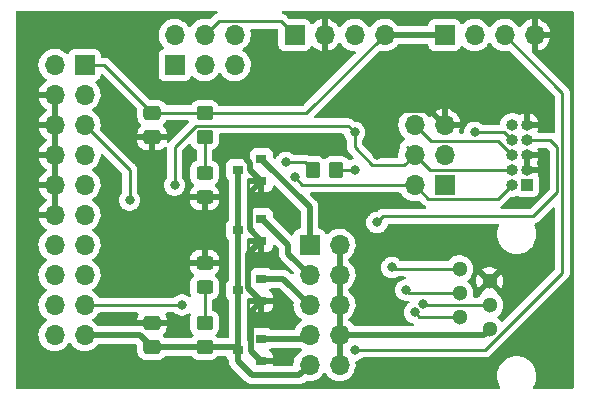
<source format=gbr>
G04 #@! TF.GenerationSoftware,KiCad,Pcbnew,(6.0.2)*
G04 #@! TF.CreationDate,2022-03-04T18:18:08+01:00*
G04 #@! TF.ProjectId,LINK,4c494e4b-2e6b-4696-9361-645f70636258,rev?*
G04 #@! TF.SameCoordinates,Original*
G04 #@! TF.FileFunction,Copper,L1,Top*
G04 #@! TF.FilePolarity,Positive*
%FSLAX46Y46*%
G04 Gerber Fmt 4.6, Leading zero omitted, Abs format (unit mm)*
G04 Created by KiCad (PCBNEW (6.0.2)) date 2022-03-04 18:18:08*
%MOMM*%
%LPD*%
G01*
G04 APERTURE LIST*
G04 Aperture macros list*
%AMRoundRect*
0 Rectangle with rounded corners*
0 $1 Rounding radius*
0 $2 $3 $4 $5 $6 $7 $8 $9 X,Y pos of 4 corners*
0 Add a 4 corners polygon primitive as box body*
4,1,4,$2,$3,$4,$5,$6,$7,$8,$9,$2,$3,0*
0 Add four circle primitives for the rounded corners*
1,1,$1+$1,$2,$3*
1,1,$1+$1,$4,$5*
1,1,$1+$1,$6,$7*
1,1,$1+$1,$8,$9*
0 Add four rect primitives between the rounded corners*
20,1,$1+$1,$2,$3,$4,$5,0*
20,1,$1+$1,$4,$5,$6,$7,0*
20,1,$1+$1,$6,$7,$8,$9,0*
20,1,$1+$1,$8,$9,$2,$3,0*%
G04 Aperture macros list end*
G04 #@! TA.AperFunction,SMDPad,CuDef*
%ADD10RoundRect,0.250000X-0.450000X0.350000X-0.450000X-0.350000X0.450000X-0.350000X0.450000X0.350000X0*%
G04 #@! TD*
G04 #@! TA.AperFunction,SMDPad,CuDef*
%ADD11RoundRect,0.250000X-0.450000X0.325000X-0.450000X-0.325000X0.450000X-0.325000X0.450000X0.325000X0*%
G04 #@! TD*
G04 #@! TA.AperFunction,SMDPad,CuDef*
%ADD12RoundRect,0.250000X0.450000X-0.325000X0.450000X0.325000X-0.450000X0.325000X-0.450000X-0.325000X0*%
G04 #@! TD*
G04 #@! TA.AperFunction,ComponentPad*
%ADD13R,1.700000X1.700000*%
G04 #@! TD*
G04 #@! TA.AperFunction,ComponentPad*
%ADD14O,1.700000X1.700000*%
G04 #@! TD*
G04 #@! TA.AperFunction,ComponentPad*
%ADD15R,1.000000X1.000000*%
G04 #@! TD*
G04 #@! TA.AperFunction,ComponentPad*
%ADD16O,1.000000X1.000000*%
G04 #@! TD*
G04 #@! TA.AperFunction,SMDPad,CuDef*
%ADD17RoundRect,0.250000X0.475000X-0.337500X0.475000X0.337500X-0.475000X0.337500X-0.475000X-0.337500X0*%
G04 #@! TD*
G04 #@! TA.AperFunction,SMDPad,CuDef*
%ADD18RoundRect,0.250000X-0.475000X0.337500X-0.475000X-0.337500X0.475000X-0.337500X0.475000X0.337500X0*%
G04 #@! TD*
G04 #@! TA.AperFunction,SMDPad,CuDef*
%ADD19RoundRect,0.250000X0.450000X-0.350000X0.450000X0.350000X-0.450000X0.350000X-0.450000X-0.350000X0*%
G04 #@! TD*
G04 #@! TA.AperFunction,ComponentPad*
%ADD20C,1.300000*%
G04 #@! TD*
G04 #@! TA.AperFunction,SMDPad,CuDef*
%ADD21R,0.900000X0.800000*%
G04 #@! TD*
G04 #@! TA.AperFunction,SMDPad,CuDef*
%ADD22RoundRect,0.250000X0.350000X0.450000X-0.350000X0.450000X-0.350000X-0.450000X0.350000X-0.450000X0*%
G04 #@! TD*
G04 #@! TA.AperFunction,ViaPad*
%ADD23C,0.800000*%
G04 #@! TD*
G04 #@! TA.AperFunction,Conductor*
%ADD24C,0.500000*%
G04 #@! TD*
G04 #@! TA.AperFunction,Conductor*
%ADD25C,0.250000*%
G04 #@! TD*
G04 APERTURE END LIST*
D10*
X137160000Y-72660000D03*
X137160000Y-74660000D03*
D11*
X137160000Y-85335000D03*
X137160000Y-87385000D03*
D12*
X137160000Y-79765000D03*
X137160000Y-77715000D03*
D13*
X127000000Y-68580000D03*
D14*
X124460000Y-68580000D03*
X127000000Y-71120000D03*
X124460000Y-71120000D03*
X127000000Y-73660000D03*
X124460000Y-73660000D03*
X127000000Y-76200000D03*
X124460000Y-76200000D03*
X127000000Y-78740000D03*
X124460000Y-78740000D03*
X127000000Y-81280000D03*
X124460000Y-81280000D03*
X127000000Y-83820000D03*
X124460000Y-83820000D03*
X127000000Y-86360000D03*
X124460000Y-86360000D03*
X127000000Y-88900000D03*
X124460000Y-88900000D03*
X127000000Y-91440000D03*
X124460000Y-91440000D03*
D13*
X144780000Y-66040000D03*
D14*
X147320000Y-66040000D03*
X149860000Y-66040000D03*
X152400000Y-66040000D03*
D15*
X164455000Y-78750000D03*
D16*
X163185000Y-78750000D03*
X164455000Y-77480000D03*
X163185000Y-77480000D03*
X164455000Y-76210000D03*
X163185000Y-76210000D03*
X164455000Y-74940000D03*
X163185000Y-74940000D03*
X164455000Y-73670000D03*
X163185000Y-73670000D03*
D17*
X132715000Y-92477500D03*
X132715000Y-90402500D03*
D18*
X132715000Y-72622500D03*
X132715000Y-74697500D03*
D13*
X157480000Y-66040000D03*
D14*
X160020000Y-66040000D03*
X162560000Y-66040000D03*
X165100000Y-66040000D03*
D19*
X137160000Y-92440000D03*
X137160000Y-90440000D03*
D20*
X158750000Y-85840000D03*
X161290000Y-86860000D03*
X158750000Y-87880000D03*
X161290000Y-88900000D03*
X158750000Y-89920000D03*
X161290000Y-90940000D03*
D13*
X157480000Y-78740000D03*
D14*
X154940000Y-78740000D03*
X157480000Y-76200000D03*
X154940000Y-76200000D03*
X157480000Y-73660000D03*
X154940000Y-73660000D03*
D13*
X146050000Y-83820000D03*
D14*
X148590000Y-83820000D03*
X146050000Y-86360000D03*
X148590000Y-86360000D03*
X146050000Y-88900000D03*
X148590000Y-88900000D03*
X146050000Y-91440000D03*
X148590000Y-91440000D03*
X146050000Y-93980000D03*
X148590000Y-93980000D03*
D21*
X141970000Y-93660000D03*
X141970000Y-91760000D03*
X139970000Y-92710000D03*
X141970000Y-88580000D03*
X141970000Y-86680000D03*
X139970000Y-87630000D03*
X141970000Y-83500000D03*
X141970000Y-81600000D03*
X139970000Y-82550000D03*
X141970000Y-78420000D03*
X141970000Y-76520000D03*
X139970000Y-77470000D03*
D13*
X134635000Y-68585000D03*
D14*
X134635000Y-66045000D03*
X137175000Y-68585000D03*
X137175000Y-66045000D03*
X139715000Y-68585000D03*
X139715000Y-66045000D03*
D22*
X148320000Y-77470000D03*
X146320000Y-77470000D03*
D23*
X143510000Y-81280000D03*
X143510000Y-89535000D03*
X137160000Y-83185000D03*
X164465000Y-85725000D03*
X128270000Y-90170000D03*
X130175000Y-67310000D03*
X139065000Y-75565000D03*
X137160000Y-81280000D03*
X151765000Y-76200000D03*
X137795000Y-94615000D03*
X151765000Y-80010000D03*
X149860000Y-74295000D03*
X154215500Y-87630000D03*
X134620000Y-78740000D03*
X153035000Y-85725000D03*
X149860000Y-77470000D03*
X130810000Y-80010000D03*
X160020000Y-74295000D03*
X151765000Y-81915000D03*
X155664500Y-88828245D03*
X135255000Y-88900000D03*
X149860000Y-92710000D03*
X144055500Y-76835000D03*
X154940000Y-89535000D03*
X144780000Y-78105000D03*
D24*
X141970000Y-93660000D02*
X141070489Y-92760489D01*
X139700000Y-75565000D02*
X139065000Y-75565000D01*
X141970000Y-78420000D02*
X141020000Y-77470000D01*
X140869511Y-84600489D02*
X141970000Y-83500000D01*
X141070489Y-92760489D02*
X141070489Y-89479511D01*
X156180489Y-72360489D02*
X151794511Y-72360489D01*
X140970000Y-82500000D02*
X140970000Y-79420000D01*
X141020000Y-77470000D02*
X141020000Y-76885000D01*
X151794511Y-72360489D02*
X151765000Y-72390000D01*
X140970000Y-79420000D02*
X141970000Y-78420000D01*
X141020000Y-76885000D02*
X139700000Y-75565000D01*
X141070489Y-89479511D02*
X141970000Y-88580000D01*
X141970000Y-83500000D02*
X140970000Y-82500000D01*
X140869511Y-87479511D02*
X140869511Y-84600489D01*
X141970000Y-88580000D02*
X140869511Y-87479511D01*
X157480000Y-73660000D02*
X156180489Y-72360489D01*
D25*
X149860000Y-74295000D02*
X149300480Y-73735480D01*
X149860000Y-75565000D02*
X149860000Y-74295000D01*
X151345000Y-77050000D02*
X149860000Y-75565000D01*
X149300480Y-73735480D02*
X136449520Y-73735480D01*
X158750000Y-87880000D02*
X154465500Y-87880000D01*
X134620000Y-75565000D02*
X134620000Y-78740000D01*
X154940000Y-76200000D02*
X154090000Y-77050000D01*
X154940000Y-76200000D02*
X154305000Y-75565000D01*
X163185000Y-77480000D02*
X156220000Y-77480000D01*
X154090000Y-77050000D02*
X151345000Y-77050000D01*
X154465500Y-87880000D02*
X154215500Y-87630000D01*
X156220000Y-77480000D02*
X154940000Y-76200000D01*
X136449520Y-73735480D02*
X134620000Y-75565000D01*
D24*
X145730000Y-91760000D02*
X146050000Y-91440000D01*
X141970000Y-91760000D02*
X145730000Y-91760000D01*
D25*
X163185000Y-76210000D02*
X162000489Y-75025489D01*
X158750000Y-85840000D02*
X153150000Y-85840000D01*
X162000489Y-75025489D02*
X156305489Y-75025489D01*
X153150000Y-85840000D02*
X153035000Y-85725000D01*
X156305489Y-75025489D02*
X154940000Y-73660000D01*
X130810000Y-80010000D02*
X130810000Y-77470000D01*
X162540000Y-74295000D02*
X160020000Y-74295000D01*
X130810000Y-77470000D02*
X127000000Y-73660000D01*
X148320000Y-77470000D02*
X149860000Y-77470000D01*
X163185000Y-74940000D02*
X162540000Y-74295000D01*
X145780000Y-72660000D02*
X152400000Y-66040000D01*
X137122500Y-72622500D02*
X137160000Y-72660000D01*
X132715000Y-72622500D02*
X137122500Y-72622500D01*
X137160000Y-72660000D02*
X145780000Y-72660000D01*
D24*
X148590000Y-93980000D02*
X148590000Y-83820000D01*
D25*
X127000000Y-68580000D02*
X128672500Y-68580000D01*
X128672500Y-68580000D02*
X132715000Y-72622500D01*
D24*
X152400000Y-66040000D02*
X157480000Y-66040000D01*
X160790000Y-91440000D02*
X161290000Y-90940000D01*
X148590000Y-91440000D02*
X160790000Y-91440000D01*
X149090000Y-90940000D02*
X148590000Y-91440000D01*
D25*
X137160000Y-77715000D02*
X137160000Y-74660000D01*
X137160000Y-90440000D02*
X137160000Y-87385000D01*
D24*
X141185000Y-94830000D02*
X139970000Y-93615000D01*
X137160000Y-92440000D02*
X139700000Y-92440000D01*
X139970000Y-92710000D02*
X139970000Y-77470000D01*
X145200000Y-94830000D02*
X141185000Y-94830000D01*
X139970000Y-93615000D02*
X139970000Y-92710000D01*
X131677500Y-91440000D02*
X132715000Y-92477500D01*
X137122500Y-92477500D02*
X137160000Y-92440000D01*
X132715000Y-92477500D02*
X137122500Y-92477500D01*
X146050000Y-93980000D02*
X145200000Y-94830000D01*
X139700000Y-92440000D02*
X139970000Y-92710000D01*
X127000000Y-91440000D02*
X131677500Y-91440000D01*
X144240000Y-84550000D02*
X146050000Y-86360000D01*
X141970000Y-81600000D02*
X142020000Y-81600000D01*
X144240000Y-83820000D02*
X144240000Y-84550000D01*
X142020000Y-81600000D02*
X144240000Y-83820000D01*
X141970000Y-76520000D02*
X146050000Y-80600000D01*
X146050000Y-80600000D02*
X146050000Y-83820000D01*
X141970000Y-86680000D02*
X143830000Y-86680000D01*
X143830000Y-86680000D02*
X146050000Y-88900000D01*
D25*
X166360000Y-74940000D02*
X164455000Y-74940000D01*
X167005000Y-75565000D02*
X166370000Y-74930000D01*
X165004521Y-81375479D02*
X167005000Y-79375000D01*
X166370000Y-74930000D02*
X166360000Y-74940000D01*
X167005000Y-79375000D02*
X167005000Y-75565000D01*
X152304521Y-81375479D02*
X165004521Y-81375479D01*
X151765000Y-81915000D02*
X152304521Y-81375479D01*
X161290000Y-88900000D02*
X155736255Y-88900000D01*
X155736255Y-88900000D02*
X155664500Y-88828245D01*
X127000000Y-88900000D02*
X135255000Y-88900000D01*
X149860000Y-92710000D02*
X160898168Y-92710000D01*
X167454520Y-86153648D02*
X167454520Y-85275480D01*
X167454520Y-85941516D02*
X167454520Y-70934520D01*
X160898168Y-92710000D02*
X167454520Y-86153648D01*
X167454520Y-70934520D02*
X162560000Y-66040000D01*
X145685000Y-76835000D02*
X144055500Y-76835000D01*
X146320000Y-77470000D02*
X145685000Y-76835000D01*
X158750000Y-89920000D02*
X155325000Y-89920000D01*
X144780000Y-78105000D02*
X145415000Y-78740000D01*
X143610489Y-64870489D02*
X144780000Y-66040000D01*
X137175000Y-66045000D02*
X138349511Y-64870489D01*
X163185000Y-78750000D02*
X162020489Y-79914511D01*
X156114511Y-79914511D02*
X154940000Y-78740000D01*
X145415000Y-78740000D02*
X154940000Y-78740000D01*
X155325000Y-89920000D02*
X154940000Y-89535000D01*
X162020489Y-79914511D02*
X156114511Y-79914511D01*
X138349511Y-64870489D02*
X143610489Y-64870489D01*
G04 #@! TA.AperFunction,Conductor*
G36*
X138215815Y-64028002D02*
G01*
X138262308Y-64081658D01*
X138272412Y-64151932D01*
X138242918Y-64216512D01*
X138189696Y-64249441D01*
X138190715Y-64252015D01*
X138190714Y-64252015D01*
X138149597Y-64268295D01*
X138138396Y-64272130D01*
X138095917Y-64284471D01*
X138089098Y-64288504D01*
X138089093Y-64288506D01*
X138078482Y-64294782D01*
X138060732Y-64303479D01*
X138041894Y-64310937D01*
X138035478Y-64315598D01*
X138035477Y-64315599D01*
X138006136Y-64336917D01*
X137996212Y-64343436D01*
X137964971Y-64361911D01*
X137964966Y-64361915D01*
X137958148Y-64365947D01*
X137943824Y-64380271D01*
X137928792Y-64393110D01*
X137912404Y-64405017D01*
X137884223Y-64439082D01*
X137876233Y-64447862D01*
X137632345Y-64691750D01*
X137570033Y-64725776D01*
X137521154Y-64726702D01*
X137308373Y-64688800D01*
X137308367Y-64688799D01*
X137303284Y-64687894D01*
X137229452Y-64686992D01*
X137085081Y-64685228D01*
X137085079Y-64685228D01*
X137079911Y-64685165D01*
X136859091Y-64718955D01*
X136646756Y-64788357D01*
X136616443Y-64804137D01*
X136461987Y-64884542D01*
X136448607Y-64891507D01*
X136444474Y-64894610D01*
X136444471Y-64894612D01*
X136280260Y-65017905D01*
X136269965Y-65025635D01*
X136115629Y-65187138D01*
X136008201Y-65344621D01*
X135953293Y-65389621D01*
X135882768Y-65397792D01*
X135819021Y-65366538D01*
X135798324Y-65342054D01*
X135717822Y-65217617D01*
X135717820Y-65217614D01*
X135715014Y-65213277D01*
X135564670Y-65048051D01*
X135560619Y-65044852D01*
X135560615Y-65044848D01*
X135393414Y-64912800D01*
X135393410Y-64912798D01*
X135389359Y-64909598D01*
X135380302Y-64904598D01*
X135252266Y-64833919D01*
X135193789Y-64801638D01*
X135188920Y-64799914D01*
X135188916Y-64799912D01*
X134988087Y-64728795D01*
X134988083Y-64728794D01*
X134983212Y-64727069D01*
X134978119Y-64726162D01*
X134978116Y-64726161D01*
X134768373Y-64688800D01*
X134768367Y-64688799D01*
X134763284Y-64687894D01*
X134689452Y-64686992D01*
X134545081Y-64685228D01*
X134545079Y-64685228D01*
X134539911Y-64685165D01*
X134319091Y-64718955D01*
X134106756Y-64788357D01*
X134076443Y-64804137D01*
X133921987Y-64884542D01*
X133908607Y-64891507D01*
X133904474Y-64894610D01*
X133904471Y-64894612D01*
X133740260Y-65017905D01*
X133729965Y-65025635D01*
X133575629Y-65187138D01*
X133572720Y-65191403D01*
X133572714Y-65191411D01*
X133557798Y-65213277D01*
X133449743Y-65371680D01*
X133402715Y-65472993D01*
X133388016Y-65504661D01*
X133355688Y-65574305D01*
X133295989Y-65789570D01*
X133272251Y-66011695D01*
X133272548Y-66016848D01*
X133272548Y-66016851D01*
X133278011Y-66111590D01*
X133285110Y-66234715D01*
X133286247Y-66239761D01*
X133286248Y-66239767D01*
X133307275Y-66333069D01*
X133334222Y-66452639D01*
X133418266Y-66659616D01*
X133465799Y-66737183D01*
X133532291Y-66845688D01*
X133534987Y-66850088D01*
X133681250Y-67018938D01*
X133685230Y-67022242D01*
X133689981Y-67026187D01*
X133729616Y-67085090D01*
X133731113Y-67156071D01*
X133693997Y-67216593D01*
X133653725Y-67241112D01*
X133606964Y-67258642D01*
X133538295Y-67284385D01*
X133421739Y-67371739D01*
X133334385Y-67488295D01*
X133283255Y-67624684D01*
X133276500Y-67686866D01*
X133276500Y-69483134D01*
X133283255Y-69545316D01*
X133334385Y-69681705D01*
X133421739Y-69798261D01*
X133538295Y-69885615D01*
X133674684Y-69936745D01*
X133736866Y-69943500D01*
X135533134Y-69943500D01*
X135595316Y-69936745D01*
X135731705Y-69885615D01*
X135848261Y-69798261D01*
X135935615Y-69681705D01*
X135957799Y-69622529D01*
X135979598Y-69564382D01*
X136022240Y-69507618D01*
X136088802Y-69482918D01*
X136158150Y-69498126D01*
X136192817Y-69526114D01*
X136221250Y-69558938D01*
X136296213Y-69621173D01*
X136383123Y-69693327D01*
X136393126Y-69701632D01*
X136586000Y-69814338D01*
X136794692Y-69894030D01*
X136799760Y-69895061D01*
X136799763Y-69895062D01*
X136907017Y-69916883D01*
X137013597Y-69938567D01*
X137018772Y-69938757D01*
X137018774Y-69938757D01*
X137231673Y-69946564D01*
X137231677Y-69946564D01*
X137236837Y-69946753D01*
X137241957Y-69946097D01*
X137241959Y-69946097D01*
X137453288Y-69919025D01*
X137453289Y-69919025D01*
X137458416Y-69918368D01*
X137480685Y-69911687D01*
X137667429Y-69855661D01*
X137667434Y-69855659D01*
X137672384Y-69854174D01*
X137872994Y-69755896D01*
X138054860Y-69626173D01*
X138213096Y-69468489D01*
X138270222Y-69388990D01*
X138343453Y-69287077D01*
X138344776Y-69288028D01*
X138391645Y-69244857D01*
X138461580Y-69232625D01*
X138527026Y-69260144D01*
X138554875Y-69291994D01*
X138614987Y-69390088D01*
X138761250Y-69558938D01*
X138836213Y-69621173D01*
X138923123Y-69693327D01*
X138933126Y-69701632D01*
X139126000Y-69814338D01*
X139334692Y-69894030D01*
X139339760Y-69895061D01*
X139339763Y-69895062D01*
X139447017Y-69916883D01*
X139553597Y-69938567D01*
X139558772Y-69938757D01*
X139558774Y-69938757D01*
X139771673Y-69946564D01*
X139771677Y-69946564D01*
X139776837Y-69946753D01*
X139781957Y-69946097D01*
X139781959Y-69946097D01*
X139993288Y-69919025D01*
X139993289Y-69919025D01*
X139998416Y-69918368D01*
X140020685Y-69911687D01*
X140207429Y-69855661D01*
X140207434Y-69855659D01*
X140212384Y-69854174D01*
X140412994Y-69755896D01*
X140594860Y-69626173D01*
X140753096Y-69468489D01*
X140810222Y-69388990D01*
X140880435Y-69291277D01*
X140883453Y-69287077D01*
X140898972Y-69255678D01*
X140980136Y-69091453D01*
X140980137Y-69091451D01*
X140982430Y-69086811D01*
X141047370Y-68873069D01*
X141076529Y-68651590D01*
X141078156Y-68585000D01*
X141059852Y-68362361D01*
X141005431Y-68145702D01*
X140916354Y-67940840D01*
X140795014Y-67753277D01*
X140644670Y-67588051D01*
X140640619Y-67584852D01*
X140640615Y-67584848D01*
X140473414Y-67452800D01*
X140473410Y-67452798D01*
X140469359Y-67449598D01*
X140428053Y-67426796D01*
X140378084Y-67376364D01*
X140363312Y-67306921D01*
X140388428Y-67240516D01*
X140415780Y-67213909D01*
X140459603Y-67182650D01*
X140594860Y-67086173D01*
X140753096Y-66928489D01*
X140810222Y-66848990D01*
X140880435Y-66751277D01*
X140883453Y-66747077D01*
X140899466Y-66714678D01*
X140980136Y-66551453D01*
X140980137Y-66551451D01*
X140982430Y-66546811D01*
X141047370Y-66333069D01*
X141076529Y-66111590D01*
X141078156Y-66045000D01*
X141059852Y-65822361D01*
X141052906Y-65794707D01*
X141019242Y-65660684D01*
X141022046Y-65589743D01*
X141062759Y-65531580D01*
X141128455Y-65504661D01*
X141141446Y-65503989D01*
X143295500Y-65503989D01*
X143363621Y-65523991D01*
X143410114Y-65577647D01*
X143421500Y-65629989D01*
X143421500Y-66938134D01*
X143428255Y-67000316D01*
X143479385Y-67136705D01*
X143566739Y-67253261D01*
X143683295Y-67340615D01*
X143819684Y-67391745D01*
X143881866Y-67398500D01*
X145678134Y-67398500D01*
X145740316Y-67391745D01*
X145876705Y-67340615D01*
X145993261Y-67253261D01*
X146080615Y-67136705D01*
X146119595Y-67032727D01*
X146124798Y-67018848D01*
X146167440Y-66962084D01*
X146234001Y-66937384D01*
X146303350Y-66952592D01*
X146338017Y-66980580D01*
X146363218Y-67009673D01*
X146370580Y-67016883D01*
X146534434Y-67152916D01*
X146542881Y-67158831D01*
X146726756Y-67266279D01*
X146736042Y-67270729D01*
X146935001Y-67346703D01*
X146944899Y-67349579D01*
X147048250Y-67370606D01*
X147062299Y-67369410D01*
X147066000Y-67359065D01*
X147066000Y-64723102D01*
X147062082Y-64709758D01*
X147047806Y-64707771D01*
X147009324Y-64713660D01*
X146999288Y-64716051D01*
X146796868Y-64782212D01*
X146787359Y-64786209D01*
X146598463Y-64884542D01*
X146589738Y-64890036D01*
X146419433Y-65017905D01*
X146411726Y-65024748D01*
X146334478Y-65105584D01*
X146272954Y-65141014D01*
X146202042Y-65137557D01*
X146144255Y-65096311D01*
X146125402Y-65062763D01*
X146083767Y-64951703D01*
X146080615Y-64943295D01*
X145993261Y-64826739D01*
X145876705Y-64739385D01*
X145740316Y-64688255D01*
X145678134Y-64681500D01*
X144369595Y-64681500D01*
X144301474Y-64661498D01*
X144280500Y-64644595D01*
X144114141Y-64478236D01*
X144106601Y-64469950D01*
X144102489Y-64463471D01*
X144052837Y-64416845D01*
X144049996Y-64414091D01*
X144030259Y-64394354D01*
X144027062Y-64391874D01*
X144018040Y-64384169D01*
X144004605Y-64371553D01*
X143985810Y-64353903D01*
X143978864Y-64350084D01*
X143978861Y-64350082D01*
X143968055Y-64344141D01*
X143951536Y-64333290D01*
X143951072Y-64332930D01*
X143935530Y-64320875D01*
X143928261Y-64317730D01*
X143928257Y-64317727D01*
X143894952Y-64303315D01*
X143884302Y-64298098D01*
X143845549Y-64276794D01*
X143825926Y-64271756D01*
X143807223Y-64265352D01*
X143795909Y-64260456D01*
X143795908Y-64260456D01*
X143788634Y-64257308D01*
X143780808Y-64256068D01*
X143777117Y-64254996D01*
X143717282Y-64216781D01*
X143687607Y-64152284D01*
X143697512Y-64081982D01*
X143743853Y-64028195D01*
X143812273Y-64008000D01*
X168276000Y-64008000D01*
X168344121Y-64028002D01*
X168390614Y-64081658D01*
X168402000Y-64134000D01*
X168402000Y-95886000D01*
X168381998Y-95954121D01*
X168328342Y-96000614D01*
X168276000Y-96012000D01*
X165078689Y-96012000D01*
X165010568Y-95991998D01*
X164964075Y-95938342D01*
X164953971Y-95868068D01*
X164971256Y-95820165D01*
X165069717Y-95659491D01*
X165072303Y-95655271D01*
X165099942Y-95588546D01*
X165170310Y-95418662D01*
X165170311Y-95418660D01*
X165172204Y-95414089D01*
X165196742Y-95311883D01*
X165231991Y-95165062D01*
X165231992Y-95165056D01*
X165233146Y-95160249D01*
X165253628Y-94900000D01*
X165233146Y-94639751D01*
X165231992Y-94634944D01*
X165231991Y-94634938D01*
X165173359Y-94390723D01*
X165172204Y-94385911D01*
X165123392Y-94268069D01*
X165074198Y-94149303D01*
X165074196Y-94149299D01*
X165072303Y-94144729D01*
X164935903Y-93922144D01*
X164766363Y-93723637D01*
X164567856Y-93554097D01*
X164345271Y-93417697D01*
X164340701Y-93415804D01*
X164340697Y-93415802D01*
X164108662Y-93319690D01*
X164108660Y-93319689D01*
X164104089Y-93317796D01*
X163996571Y-93291983D01*
X163855062Y-93258009D01*
X163855056Y-93258008D01*
X163850249Y-93256854D01*
X163759116Y-93249682D01*
X163657615Y-93241693D01*
X163657606Y-93241693D01*
X163655158Y-93241500D01*
X163524842Y-93241500D01*
X163522394Y-93241693D01*
X163522385Y-93241693D01*
X163420884Y-93249682D01*
X163329751Y-93256854D01*
X163324944Y-93258008D01*
X163324938Y-93258009D01*
X163183429Y-93291983D01*
X163075911Y-93317796D01*
X163071340Y-93319689D01*
X163071338Y-93319690D01*
X162839303Y-93415802D01*
X162839299Y-93415804D01*
X162834729Y-93417697D01*
X162612144Y-93554097D01*
X162413637Y-93723637D01*
X162244097Y-93922144D01*
X162107697Y-94144729D01*
X162105804Y-94149299D01*
X162105802Y-94149303D01*
X162056608Y-94268069D01*
X162007796Y-94385911D01*
X162006641Y-94390723D01*
X161948009Y-94634938D01*
X161948008Y-94634944D01*
X161946854Y-94639751D01*
X161926372Y-94900000D01*
X161946854Y-95160249D01*
X161948008Y-95165056D01*
X161948009Y-95165062D01*
X161983258Y-95311883D01*
X162007796Y-95414089D01*
X162009689Y-95418660D01*
X162009690Y-95418662D01*
X162080059Y-95588546D01*
X162107697Y-95655271D01*
X162110283Y-95659491D01*
X162208744Y-95820165D01*
X162227282Y-95888699D01*
X162205826Y-95956375D01*
X162151186Y-96001708D01*
X162101311Y-96012000D01*
X121284000Y-96012000D01*
X121215879Y-95991998D01*
X121169386Y-95938342D01*
X121158000Y-95886000D01*
X121158000Y-91406695D01*
X123097251Y-91406695D01*
X123097548Y-91411848D01*
X123097548Y-91411851D01*
X123105831Y-91555500D01*
X123110110Y-91629715D01*
X123111247Y-91634761D01*
X123111248Y-91634767D01*
X123135304Y-91741508D01*
X123159222Y-91847639D01*
X123243266Y-92054616D01*
X123294942Y-92138944D01*
X123357291Y-92240688D01*
X123359987Y-92245088D01*
X123506250Y-92413938D01*
X123678126Y-92556632D01*
X123871000Y-92669338D01*
X124079692Y-92749030D01*
X124084760Y-92750061D01*
X124084763Y-92750062D01*
X124189466Y-92771364D01*
X124298597Y-92793567D01*
X124303772Y-92793757D01*
X124303774Y-92793757D01*
X124516673Y-92801564D01*
X124516677Y-92801564D01*
X124521837Y-92801753D01*
X124526957Y-92801097D01*
X124526959Y-92801097D01*
X124738288Y-92774025D01*
X124738289Y-92774025D01*
X124743416Y-92773368D01*
X124750096Y-92771364D01*
X124952429Y-92710661D01*
X124952434Y-92710659D01*
X124957384Y-92709174D01*
X125157994Y-92610896D01*
X125339860Y-92481173D01*
X125348842Y-92472223D01*
X125494435Y-92327137D01*
X125498096Y-92323489D01*
X125536305Y-92270316D01*
X125628453Y-92142077D01*
X125629776Y-92143028D01*
X125676645Y-92099857D01*
X125746580Y-92087625D01*
X125812026Y-92115144D01*
X125839875Y-92146994D01*
X125899987Y-92245088D01*
X126046250Y-92413938D01*
X126218126Y-92556632D01*
X126411000Y-92669338D01*
X126619692Y-92749030D01*
X126624760Y-92750061D01*
X126624763Y-92750062D01*
X126729466Y-92771364D01*
X126838597Y-92793567D01*
X126843772Y-92793757D01*
X126843774Y-92793757D01*
X127056673Y-92801564D01*
X127056677Y-92801564D01*
X127061837Y-92801753D01*
X127066957Y-92801097D01*
X127066959Y-92801097D01*
X127278288Y-92774025D01*
X127278289Y-92774025D01*
X127283416Y-92773368D01*
X127290096Y-92771364D01*
X127492429Y-92710661D01*
X127492434Y-92710659D01*
X127497384Y-92709174D01*
X127697994Y-92610896D01*
X127879860Y-92481173D01*
X127888842Y-92472223D01*
X128034435Y-92327137D01*
X128038096Y-92323489D01*
X128090203Y-92250974D01*
X128146198Y-92207326D01*
X128192526Y-92198500D01*
X131311129Y-92198500D01*
X131379250Y-92218502D01*
X131400224Y-92235405D01*
X131444595Y-92279776D01*
X131478621Y-92342088D01*
X131481500Y-92368871D01*
X131481500Y-92865400D01*
X131481837Y-92868646D01*
X131481837Y-92868650D01*
X131489967Y-92947000D01*
X131492474Y-92971166D01*
X131494655Y-92977702D01*
X131494655Y-92977704D01*
X131538728Y-93109806D01*
X131548450Y-93138946D01*
X131641522Y-93289348D01*
X131766697Y-93414305D01*
X131772927Y-93418145D01*
X131772928Y-93418146D01*
X131910090Y-93502694D01*
X131917262Y-93507115D01*
X131988589Y-93530773D01*
X132078611Y-93560632D01*
X132078613Y-93560632D01*
X132085139Y-93562797D01*
X132091975Y-93563497D01*
X132091978Y-93563498D01*
X132135031Y-93567909D01*
X132189600Y-93573500D01*
X133240400Y-93573500D01*
X133243646Y-93573163D01*
X133243650Y-93573163D01*
X133339308Y-93563238D01*
X133339312Y-93563237D01*
X133346166Y-93562526D01*
X133352702Y-93560345D01*
X133352704Y-93560345D01*
X133490725Y-93514297D01*
X133513946Y-93506550D01*
X133664348Y-93413478D01*
X133789305Y-93288303D01*
X133792261Y-93283507D01*
X133849614Y-93242845D01*
X133890578Y-93236000D01*
X136030998Y-93236000D01*
X136099119Y-93256002D01*
X136120015Y-93272826D01*
X136236697Y-93389305D01*
X136242927Y-93393145D01*
X136242928Y-93393146D01*
X136380090Y-93477694D01*
X136387262Y-93482115D01*
X136415274Y-93491406D01*
X136548611Y-93535632D01*
X136548613Y-93535632D01*
X136555139Y-93537797D01*
X136561975Y-93538497D01*
X136561978Y-93538498D01*
X136605031Y-93542909D01*
X136659600Y-93548500D01*
X137660400Y-93548500D01*
X137663646Y-93548163D01*
X137663650Y-93548163D01*
X137759308Y-93538238D01*
X137759312Y-93538237D01*
X137766166Y-93537526D01*
X137772702Y-93535345D01*
X137772704Y-93535345D01*
X137923629Y-93484992D01*
X137933946Y-93481550D01*
X138084348Y-93388478D01*
X138144248Y-93328474D01*
X138188737Y-93283907D01*
X138209305Y-93263303D01*
X138213146Y-93257072D01*
X138217683Y-93251327D01*
X138219013Y-93252377D01*
X138265107Y-93210892D01*
X138319597Y-93198500D01*
X138922749Y-93198500D01*
X138990870Y-93218502D01*
X139037363Y-93272158D01*
X139040731Y-93280271D01*
X139066103Y-93347949D01*
X139069385Y-93356705D01*
X139156739Y-93473261D01*
X139163919Y-93478642D01*
X139170269Y-93484992D01*
X139167766Y-93487495D01*
X139200127Y-93530773D01*
X139207971Y-93579140D01*
X139207902Y-93581110D01*
X139206801Y-93588349D01*
X139209974Y-93627360D01*
X139211085Y-93641018D01*
X139211500Y-93651233D01*
X139211500Y-93659293D01*
X139211925Y-93662937D01*
X139214789Y-93687507D01*
X139215222Y-93691882D01*
X139219695Y-93746869D01*
X139221140Y-93764637D01*
X139223396Y-93771601D01*
X139224587Y-93777560D01*
X139225971Y-93783415D01*
X139226818Y-93790681D01*
X139251735Y-93859327D01*
X139253152Y-93863455D01*
X139269527Y-93914000D01*
X139275649Y-93932899D01*
X139279445Y-93939154D01*
X139281951Y-93944628D01*
X139284670Y-93950058D01*
X139287167Y-93956937D01*
X139291180Y-93963057D01*
X139291180Y-93963058D01*
X139327186Y-94017976D01*
X139329523Y-94021680D01*
X139367405Y-94084107D01*
X139371121Y-94088315D01*
X139371122Y-94088316D01*
X139374803Y-94092484D01*
X139374776Y-94092508D01*
X139377429Y-94095500D01*
X139380132Y-94098733D01*
X139384144Y-94104852D01*
X139389456Y-94109884D01*
X139440383Y-94158128D01*
X139442825Y-94160506D01*
X140601230Y-95318911D01*
X140613616Y-95333323D01*
X140622149Y-95344918D01*
X140622154Y-95344923D01*
X140626492Y-95350818D01*
X140632070Y-95355557D01*
X140632073Y-95355560D01*
X140666768Y-95385035D01*
X140674284Y-95391965D01*
X140679979Y-95397660D01*
X140682861Y-95399940D01*
X140702251Y-95415281D01*
X140705655Y-95418072D01*
X140755703Y-95460591D01*
X140761285Y-95465333D01*
X140767801Y-95468661D01*
X140772838Y-95472020D01*
X140777977Y-95475194D01*
X140783716Y-95479734D01*
X140790349Y-95482834D01*
X140849837Y-95510636D01*
X140853791Y-95512569D01*
X140918808Y-95545769D01*
X140925924Y-95547510D01*
X140931554Y-95549604D01*
X140937321Y-95551523D01*
X140943950Y-95554621D01*
X140951110Y-95556110D01*
X140951112Y-95556111D01*
X141015396Y-95569482D01*
X141019680Y-95570452D01*
X141090610Y-95587808D01*
X141096212Y-95588156D01*
X141096215Y-95588156D01*
X141101764Y-95588500D01*
X141101762Y-95588536D01*
X141105752Y-95588775D01*
X141109950Y-95589150D01*
X141117115Y-95590640D01*
X141194520Y-95588546D01*
X141197928Y-95588500D01*
X145132930Y-95588500D01*
X145151880Y-95589933D01*
X145166115Y-95592099D01*
X145166119Y-95592099D01*
X145173349Y-95593199D01*
X145180641Y-95592606D01*
X145180644Y-95592606D01*
X145226018Y-95588915D01*
X145236233Y-95588500D01*
X145244293Y-95588500D01*
X145261680Y-95586473D01*
X145272507Y-95585211D01*
X145276882Y-95584778D01*
X145342339Y-95579454D01*
X145342342Y-95579453D01*
X145349637Y-95578860D01*
X145356601Y-95576604D01*
X145362560Y-95575413D01*
X145368415Y-95574029D01*
X145375681Y-95573182D01*
X145444327Y-95548265D01*
X145448455Y-95546848D01*
X145510936Y-95526607D01*
X145510938Y-95526606D01*
X145517899Y-95524351D01*
X145524154Y-95520555D01*
X145529628Y-95518049D01*
X145535058Y-95515330D01*
X145541937Y-95512833D01*
X145602976Y-95472814D01*
X145606680Y-95470477D01*
X145669107Y-95432595D01*
X145677484Y-95425197D01*
X145677508Y-95425224D01*
X145680500Y-95422571D01*
X145683733Y-95419868D01*
X145689852Y-95415856D01*
X145700505Y-95404611D01*
X145739244Y-95363718D01*
X145800614Y-95328021D01*
X145855834Y-95326901D01*
X145888597Y-95333567D01*
X145893772Y-95333757D01*
X145893774Y-95333757D01*
X146106673Y-95341564D01*
X146106677Y-95341564D01*
X146111837Y-95341753D01*
X146116957Y-95341097D01*
X146116959Y-95341097D01*
X146328288Y-95314025D01*
X146328289Y-95314025D01*
X146333416Y-95313368D01*
X146338366Y-95311883D01*
X146542429Y-95250661D01*
X146542434Y-95250659D01*
X146547384Y-95249174D01*
X146747994Y-95150896D01*
X146929860Y-95021173D01*
X147088096Y-94863489D01*
X147218453Y-94682077D01*
X147219776Y-94683028D01*
X147266645Y-94639857D01*
X147336580Y-94627625D01*
X147402026Y-94655144D01*
X147429875Y-94686994D01*
X147489987Y-94785088D01*
X147636250Y-94953938D01*
X147808126Y-95096632D01*
X148001000Y-95209338D01*
X148209692Y-95289030D01*
X148214760Y-95290061D01*
X148214763Y-95290062D01*
X148322017Y-95311883D01*
X148428597Y-95333567D01*
X148433772Y-95333757D01*
X148433774Y-95333757D01*
X148646673Y-95341564D01*
X148646677Y-95341564D01*
X148651837Y-95341753D01*
X148656957Y-95341097D01*
X148656959Y-95341097D01*
X148868288Y-95314025D01*
X148868289Y-95314025D01*
X148873416Y-95313368D01*
X148878366Y-95311883D01*
X149082429Y-95250661D01*
X149082434Y-95250659D01*
X149087384Y-95249174D01*
X149287994Y-95150896D01*
X149469860Y-95021173D01*
X149628096Y-94863489D01*
X149758453Y-94682077D01*
X149779320Y-94639857D01*
X149855136Y-94486453D01*
X149855137Y-94486451D01*
X149857430Y-94481811D01*
X149922370Y-94268069D01*
X149951529Y-94046590D01*
X149953156Y-93980000D01*
X149934852Y-93757361D01*
X149933593Y-93752348D01*
X149932748Y-93747243D01*
X149935006Y-93746869D01*
X149937435Y-93685521D01*
X149978151Y-93627360D01*
X150030635Y-93602527D01*
X150135831Y-93580167D01*
X150135836Y-93580166D01*
X150142288Y-93578794D01*
X150154179Y-93573500D01*
X150310722Y-93503803D01*
X150310724Y-93503802D01*
X150316752Y-93501118D01*
X150330120Y-93491406D01*
X150465914Y-93392745D01*
X150471253Y-93388866D01*
X150475668Y-93383963D01*
X150480580Y-93379540D01*
X150481705Y-93380789D01*
X150535014Y-93347949D01*
X150568200Y-93343500D01*
X160819401Y-93343500D01*
X160830584Y-93344027D01*
X160838077Y-93345702D01*
X160846003Y-93345453D01*
X160846004Y-93345453D01*
X160906154Y-93343562D01*
X160910113Y-93343500D01*
X160938024Y-93343500D01*
X160941959Y-93343003D01*
X160942024Y-93342995D01*
X160953861Y-93342062D01*
X160986119Y-93341048D01*
X160990138Y-93340922D01*
X160998057Y-93340673D01*
X161017511Y-93335021D01*
X161036868Y-93331013D01*
X161049098Y-93329468D01*
X161049099Y-93329468D01*
X161056965Y-93328474D01*
X161064336Y-93325555D01*
X161064338Y-93325555D01*
X161098080Y-93312196D01*
X161109310Y-93308351D01*
X161144151Y-93298229D01*
X161144152Y-93298229D01*
X161151761Y-93296018D01*
X161158580Y-93291985D01*
X161158585Y-93291983D01*
X161169196Y-93285707D01*
X161186944Y-93277012D01*
X161205785Y-93269552D01*
X161241555Y-93243564D01*
X161251475Y-93237048D01*
X161282703Y-93218580D01*
X161282706Y-93218578D01*
X161289530Y-93214542D01*
X161303851Y-93200221D01*
X161318885Y-93187380D01*
X161328862Y-93180131D01*
X161335275Y-93175472D01*
X161363466Y-93141395D01*
X161371456Y-93132616D01*
X167846773Y-86657300D01*
X167855059Y-86649760D01*
X167861538Y-86645648D01*
X167908164Y-86595996D01*
X167910918Y-86593155D01*
X167930655Y-86573418D01*
X167933135Y-86570221D01*
X167940840Y-86561199D01*
X167965679Y-86534748D01*
X167971106Y-86528969D01*
X167974925Y-86522023D01*
X167974927Y-86522020D01*
X167980868Y-86511214D01*
X167991719Y-86494695D01*
X167999278Y-86484949D01*
X168004134Y-86478689D01*
X168007279Y-86471420D01*
X168007282Y-86471416D01*
X168021694Y-86438111D01*
X168026911Y-86427461D01*
X168048215Y-86388708D01*
X168053253Y-86369085D01*
X168059657Y-86350382D01*
X168064553Y-86339068D01*
X168064553Y-86339067D01*
X168067701Y-86331793D01*
X168068940Y-86323970D01*
X168068943Y-86323960D01*
X168074619Y-86288124D01*
X168077025Y-86276504D01*
X168086048Y-86241359D01*
X168086048Y-86241358D01*
X168088020Y-86233678D01*
X168088020Y-86213424D01*
X168089571Y-86193713D01*
X168091500Y-86181534D01*
X168092740Y-86173705D01*
X168088579Y-86129686D01*
X168088020Y-86117829D01*
X168088020Y-71013288D01*
X168088547Y-71002105D01*
X168090222Y-70994612D01*
X168088082Y-70926521D01*
X168088020Y-70922564D01*
X168088020Y-70894664D01*
X168087516Y-70890673D01*
X168086583Y-70878831D01*
X168085809Y-70854183D01*
X168085194Y-70834631D01*
X168079541Y-70815172D01*
X168075532Y-70795813D01*
X168075366Y-70794503D01*
X168072994Y-70775723D01*
X168070078Y-70768357D01*
X168070076Y-70768351D01*
X168056720Y-70734618D01*
X168052875Y-70723388D01*
X168042750Y-70688537D01*
X168042750Y-70688536D01*
X168040539Y-70680927D01*
X168030225Y-70663486D01*
X168021528Y-70645733D01*
X168016992Y-70634278D01*
X168014072Y-70626903D01*
X167988083Y-70591132D01*
X167981567Y-70581212D01*
X167963098Y-70549983D01*
X167959062Y-70543158D01*
X167944741Y-70528837D01*
X167931900Y-70513803D01*
X167924651Y-70503826D01*
X167919992Y-70497413D01*
X167885915Y-70469222D01*
X167877136Y-70461232D01*
X164882801Y-67466896D01*
X164848775Y-67404584D01*
X164845949Y-67374146D01*
X164846000Y-67372388D01*
X164846000Y-67358517D01*
X165354000Y-67358517D01*
X165358064Y-67372359D01*
X165371478Y-67374393D01*
X165378184Y-67373534D01*
X165388262Y-67371392D01*
X165592255Y-67310191D01*
X165601842Y-67306433D01*
X165793095Y-67212739D01*
X165801945Y-67207464D01*
X165975328Y-67083792D01*
X165983200Y-67077139D01*
X166134052Y-66926812D01*
X166140730Y-66918965D01*
X166265003Y-66746020D01*
X166270313Y-66737183D01*
X166364670Y-66546267D01*
X166368469Y-66536672D01*
X166430377Y-66332910D01*
X166432555Y-66322837D01*
X166433986Y-66311962D01*
X166431775Y-66297778D01*
X166418617Y-66294000D01*
X165372115Y-66294000D01*
X165356876Y-66298475D01*
X165355671Y-66299865D01*
X165354000Y-66307548D01*
X165354000Y-67358517D01*
X164846000Y-67358517D01*
X164846000Y-65767885D01*
X165354000Y-65767885D01*
X165358475Y-65783124D01*
X165359865Y-65784329D01*
X165367548Y-65786000D01*
X166418344Y-65786000D01*
X166431875Y-65782027D01*
X166433180Y-65772947D01*
X166391214Y-65605875D01*
X166387894Y-65596124D01*
X166302972Y-65400814D01*
X166298105Y-65391739D01*
X166182426Y-65212926D01*
X166176136Y-65204757D01*
X166032806Y-65047240D01*
X166025273Y-65040215D01*
X165858139Y-64908222D01*
X165849552Y-64902517D01*
X165663117Y-64799599D01*
X165653705Y-64795369D01*
X165452959Y-64724280D01*
X165442988Y-64721646D01*
X165371837Y-64708972D01*
X165358540Y-64710432D01*
X165354000Y-64724989D01*
X165354000Y-65767885D01*
X164846000Y-65767885D01*
X164846000Y-64723102D01*
X164842082Y-64709758D01*
X164827806Y-64707771D01*
X164789324Y-64713660D01*
X164779288Y-64716051D01*
X164576868Y-64782212D01*
X164567359Y-64786209D01*
X164378463Y-64884542D01*
X164369738Y-64890036D01*
X164199433Y-65017905D01*
X164191726Y-65024748D01*
X164044590Y-65178717D01*
X164038109Y-65186722D01*
X163933498Y-65340074D01*
X163878587Y-65385076D01*
X163808062Y-65393247D01*
X163744315Y-65361993D01*
X163723618Y-65337509D01*
X163642822Y-65212617D01*
X163642818Y-65212612D01*
X163640014Y-65208277D01*
X163489670Y-65043051D01*
X163485619Y-65039852D01*
X163485615Y-65039848D01*
X163318414Y-64907800D01*
X163318410Y-64907798D01*
X163314359Y-64904598D01*
X163296270Y-64894612D01*
X163262136Y-64875769D01*
X163118789Y-64796638D01*
X163113920Y-64794914D01*
X163113916Y-64794912D01*
X162913087Y-64723795D01*
X162913083Y-64723794D01*
X162908212Y-64722069D01*
X162903119Y-64721162D01*
X162903116Y-64721161D01*
X162693373Y-64683800D01*
X162693367Y-64683799D01*
X162688284Y-64682894D01*
X162614452Y-64681992D01*
X162470081Y-64680228D01*
X162470079Y-64680228D01*
X162464911Y-64680165D01*
X162244091Y-64713955D01*
X162031756Y-64783357D01*
X161833607Y-64886507D01*
X161829474Y-64889610D01*
X161829471Y-64889612D01*
X161659100Y-65017530D01*
X161654965Y-65020635D01*
X161629894Y-65046870D01*
X161543729Y-65137037D01*
X161500629Y-65182138D01*
X161393201Y-65339621D01*
X161338293Y-65384621D01*
X161267768Y-65392792D01*
X161204021Y-65361538D01*
X161183324Y-65337054D01*
X161102822Y-65212617D01*
X161102818Y-65212612D01*
X161100014Y-65208277D01*
X160949670Y-65043051D01*
X160945619Y-65039852D01*
X160945615Y-65039848D01*
X160778414Y-64907800D01*
X160778410Y-64907798D01*
X160774359Y-64904598D01*
X160756270Y-64894612D01*
X160722136Y-64875769D01*
X160578789Y-64796638D01*
X160573920Y-64794914D01*
X160573916Y-64794912D01*
X160373087Y-64723795D01*
X160373083Y-64723794D01*
X160368212Y-64722069D01*
X160363119Y-64721162D01*
X160363116Y-64721161D01*
X160153373Y-64683800D01*
X160153367Y-64683799D01*
X160148284Y-64682894D01*
X160074452Y-64681992D01*
X159930081Y-64680228D01*
X159930079Y-64680228D01*
X159924911Y-64680165D01*
X159704091Y-64713955D01*
X159491756Y-64783357D01*
X159293607Y-64886507D01*
X159289474Y-64889610D01*
X159289471Y-64889612D01*
X159119100Y-65017530D01*
X159114965Y-65020635D01*
X159042648Y-65096311D01*
X159034283Y-65105064D01*
X158972759Y-65140494D01*
X158901846Y-65137037D01*
X158844060Y-65095791D01*
X158825207Y-65062243D01*
X158783767Y-64951703D01*
X158780615Y-64943295D01*
X158693261Y-64826739D01*
X158576705Y-64739385D01*
X158440316Y-64688255D01*
X158378134Y-64681500D01*
X156581866Y-64681500D01*
X156519684Y-64688255D01*
X156383295Y-64739385D01*
X156266739Y-64826739D01*
X156179385Y-64943295D01*
X156128255Y-65079684D01*
X156121500Y-65141866D01*
X156121500Y-65155500D01*
X156101498Y-65223621D01*
X156047842Y-65270114D01*
X155995500Y-65281500D01*
X153595939Y-65281500D01*
X153527818Y-65261498D01*
X153490147Y-65223941D01*
X153483249Y-65213277D01*
X153480014Y-65208277D01*
X153329670Y-65043051D01*
X153325619Y-65039852D01*
X153325615Y-65039848D01*
X153158414Y-64907800D01*
X153158410Y-64907798D01*
X153154359Y-64904598D01*
X153136270Y-64894612D01*
X153102136Y-64875769D01*
X152958789Y-64796638D01*
X152953920Y-64794914D01*
X152953916Y-64794912D01*
X152753087Y-64723795D01*
X152753083Y-64723794D01*
X152748212Y-64722069D01*
X152743119Y-64721162D01*
X152743116Y-64721161D01*
X152533373Y-64683800D01*
X152533367Y-64683799D01*
X152528284Y-64682894D01*
X152454452Y-64681992D01*
X152310081Y-64680228D01*
X152310079Y-64680228D01*
X152304911Y-64680165D01*
X152084091Y-64713955D01*
X151871756Y-64783357D01*
X151673607Y-64886507D01*
X151669474Y-64889610D01*
X151669471Y-64889612D01*
X151499100Y-65017530D01*
X151494965Y-65020635D01*
X151469894Y-65046870D01*
X151383729Y-65137037D01*
X151340629Y-65182138D01*
X151233201Y-65339621D01*
X151178293Y-65384621D01*
X151107768Y-65392792D01*
X151044021Y-65361538D01*
X151023324Y-65337054D01*
X150942822Y-65212617D01*
X150942818Y-65212612D01*
X150940014Y-65208277D01*
X150789670Y-65043051D01*
X150785619Y-65039852D01*
X150785615Y-65039848D01*
X150618414Y-64907800D01*
X150618410Y-64907798D01*
X150614359Y-64904598D01*
X150596270Y-64894612D01*
X150562136Y-64875769D01*
X150418789Y-64796638D01*
X150413920Y-64794914D01*
X150413916Y-64794912D01*
X150213087Y-64723795D01*
X150213083Y-64723794D01*
X150208212Y-64722069D01*
X150203119Y-64721162D01*
X150203116Y-64721161D01*
X149993373Y-64683800D01*
X149993367Y-64683799D01*
X149988284Y-64682894D01*
X149914452Y-64681992D01*
X149770081Y-64680228D01*
X149770079Y-64680228D01*
X149764911Y-64680165D01*
X149544091Y-64713955D01*
X149331756Y-64783357D01*
X149133607Y-64886507D01*
X149129474Y-64889610D01*
X149129471Y-64889612D01*
X148959100Y-65017530D01*
X148954965Y-65020635D01*
X148929894Y-65046870D01*
X148843729Y-65137037D01*
X148800629Y-65182138D01*
X148693204Y-65339618D01*
X148692898Y-65340066D01*
X148637987Y-65385069D01*
X148567462Y-65393240D01*
X148503715Y-65361986D01*
X148483018Y-65337502D01*
X148402426Y-65212926D01*
X148396136Y-65204757D01*
X148252806Y-65047240D01*
X148245273Y-65040215D01*
X148078139Y-64908222D01*
X148069552Y-64902517D01*
X147883117Y-64799599D01*
X147873705Y-64795369D01*
X147672959Y-64724280D01*
X147662988Y-64721646D01*
X147591837Y-64708972D01*
X147578540Y-64710432D01*
X147574000Y-64724989D01*
X147574000Y-67358517D01*
X147578064Y-67372359D01*
X147591478Y-67374393D01*
X147598184Y-67373534D01*
X147608262Y-67371392D01*
X147812255Y-67310191D01*
X147821842Y-67306433D01*
X148013095Y-67212739D01*
X148021945Y-67207464D01*
X148195328Y-67083792D01*
X148203200Y-67077139D01*
X148354052Y-66926812D01*
X148360730Y-66918965D01*
X148488022Y-66741819D01*
X148489279Y-66742722D01*
X148536373Y-66699362D01*
X148606311Y-66687145D01*
X148671751Y-66714678D01*
X148699579Y-66746511D01*
X148759987Y-66845088D01*
X148906250Y-67013938D01*
X149078126Y-67156632D01*
X149271000Y-67269338D01*
X149275825Y-67271180D01*
X149275826Y-67271181D01*
X149348612Y-67298975D01*
X149479692Y-67349030D01*
X149484760Y-67350061D01*
X149484763Y-67350062D01*
X149564861Y-67366358D01*
X149698597Y-67393567D01*
X149703771Y-67393757D01*
X149703773Y-67393757D01*
X149765898Y-67396035D01*
X149845650Y-67398959D01*
X149912991Y-67421443D01*
X149957487Y-67476767D01*
X149965009Y-67547364D01*
X149930127Y-67613969D01*
X147740453Y-69803642D01*
X145554500Y-71989595D01*
X145492188Y-72023621D01*
X145465405Y-72026500D01*
X138396781Y-72026500D01*
X138328660Y-72006498D01*
X138289637Y-71966803D01*
X138266316Y-71929116D01*
X138208478Y-71835652D01*
X138083303Y-71710695D01*
X138042746Y-71685695D01*
X137938968Y-71621725D01*
X137938966Y-71621724D01*
X137932738Y-71617885D01*
X137772254Y-71564655D01*
X137771389Y-71564368D01*
X137771387Y-71564368D01*
X137764861Y-71562203D01*
X137758025Y-71561503D01*
X137758022Y-71561502D01*
X137714969Y-71557091D01*
X137660400Y-71551500D01*
X136659600Y-71551500D01*
X136656354Y-71551837D01*
X136656350Y-71551837D01*
X136560692Y-71561762D01*
X136560688Y-71561763D01*
X136553834Y-71562474D01*
X136547298Y-71564655D01*
X136547296Y-71564655D01*
X136415194Y-71608728D01*
X136386054Y-71618450D01*
X136235652Y-71711522D01*
X136110695Y-71836697D01*
X136106855Y-71842927D01*
X136106854Y-71842928D01*
X136053727Y-71929116D01*
X136000955Y-71976609D01*
X135946467Y-71989000D01*
X133969046Y-71989000D01*
X133900925Y-71968998D01*
X133861902Y-71929303D01*
X133792332Y-71816880D01*
X133788478Y-71810652D01*
X133663303Y-71685695D01*
X133567195Y-71626453D01*
X133518968Y-71596725D01*
X133518966Y-71596724D01*
X133512738Y-71592885D01*
X133418121Y-71561502D01*
X133351389Y-71539368D01*
X133351387Y-71539368D01*
X133344861Y-71537203D01*
X133338025Y-71536503D01*
X133338022Y-71536502D01*
X133294969Y-71532091D01*
X133240400Y-71526500D01*
X132567095Y-71526500D01*
X132498974Y-71506498D01*
X132478000Y-71489595D01*
X129176152Y-68187747D01*
X129168612Y-68179461D01*
X129164500Y-68172982D01*
X129114848Y-68126356D01*
X129112007Y-68123602D01*
X129092270Y-68103865D01*
X129089073Y-68101385D01*
X129080051Y-68093680D01*
X129053600Y-68068841D01*
X129047821Y-68063414D01*
X129040875Y-68059595D01*
X129040872Y-68059593D01*
X129030066Y-68053652D01*
X129013547Y-68042801D01*
X129013083Y-68042441D01*
X128997541Y-68030386D01*
X128990272Y-68027241D01*
X128990268Y-68027238D01*
X128956963Y-68012826D01*
X128946313Y-68007609D01*
X128907560Y-67986305D01*
X128887937Y-67981267D01*
X128869234Y-67974863D01*
X128857920Y-67969967D01*
X128857919Y-67969967D01*
X128850645Y-67966819D01*
X128842822Y-67965580D01*
X128842812Y-67965577D01*
X128806976Y-67959901D01*
X128795356Y-67957495D01*
X128760211Y-67948472D01*
X128760210Y-67948472D01*
X128752530Y-67946500D01*
X128732276Y-67946500D01*
X128712565Y-67944949D01*
X128700386Y-67943020D01*
X128692557Y-67941780D01*
X128684665Y-67942526D01*
X128648539Y-67945941D01*
X128636681Y-67946500D01*
X128484500Y-67946500D01*
X128416379Y-67926498D01*
X128369886Y-67872842D01*
X128358500Y-67820500D01*
X128358500Y-67681866D01*
X128351745Y-67619684D01*
X128300615Y-67483295D01*
X128213261Y-67366739D01*
X128096705Y-67279385D01*
X127960316Y-67228255D01*
X127898134Y-67221500D01*
X126101866Y-67221500D01*
X126039684Y-67228255D01*
X125903295Y-67279385D01*
X125786739Y-67366739D01*
X125699385Y-67483295D01*
X125696233Y-67491703D01*
X125654919Y-67601907D01*
X125612277Y-67658671D01*
X125545716Y-67683371D01*
X125476367Y-67668163D01*
X125443743Y-67642476D01*
X125393151Y-67586875D01*
X125393142Y-67586866D01*
X125389670Y-67583051D01*
X125385619Y-67579852D01*
X125385615Y-67579848D01*
X125218414Y-67447800D01*
X125218410Y-67447798D01*
X125214359Y-67444598D01*
X125196270Y-67434612D01*
X125121916Y-67393567D01*
X125018789Y-67336638D01*
X125013920Y-67334914D01*
X125013916Y-67334912D01*
X124813087Y-67263795D01*
X124813083Y-67263794D01*
X124808212Y-67262069D01*
X124803119Y-67261162D01*
X124803116Y-67261161D01*
X124593373Y-67223800D01*
X124593367Y-67223799D01*
X124588284Y-67222894D01*
X124514452Y-67221992D01*
X124370081Y-67220228D01*
X124370079Y-67220228D01*
X124364911Y-67220165D01*
X124144091Y-67253955D01*
X123931756Y-67323357D01*
X123864214Y-67358517D01*
X123775721Y-67404584D01*
X123733607Y-67426507D01*
X123729474Y-67429610D01*
X123729471Y-67429612D01*
X123572640Y-67547364D01*
X123554965Y-67560635D01*
X123528766Y-67588051D01*
X123461280Y-67658671D01*
X123400629Y-67722138D01*
X123274743Y-67906680D01*
X123236011Y-67990121D01*
X123199471Y-68068841D01*
X123180688Y-68109305D01*
X123120989Y-68324570D01*
X123097251Y-68546695D01*
X123097548Y-68551848D01*
X123097548Y-68551851D01*
X123103106Y-68648240D01*
X123110110Y-68769715D01*
X123111247Y-68774761D01*
X123111248Y-68774767D01*
X123132246Y-68867939D01*
X123159222Y-68987639D01*
X123243266Y-69194616D01*
X123359987Y-69385088D01*
X123506250Y-69553938D01*
X123678126Y-69696632D01*
X123686683Y-69701632D01*
X123751955Y-69739774D01*
X123800679Y-69791412D01*
X123813750Y-69861195D01*
X123787019Y-69926967D01*
X123746562Y-69960327D01*
X123738457Y-69964546D01*
X123729738Y-69970036D01*
X123559433Y-70097905D01*
X123551726Y-70104748D01*
X123404590Y-70258717D01*
X123398104Y-70266727D01*
X123278098Y-70442649D01*
X123273000Y-70451623D01*
X123183338Y-70644783D01*
X123179775Y-70654470D01*
X123124389Y-70854183D01*
X123125912Y-70862607D01*
X123138292Y-70866000D01*
X124588000Y-70866000D01*
X124656121Y-70886002D01*
X124702614Y-70939658D01*
X124714000Y-70992000D01*
X124714000Y-81408000D01*
X124693998Y-81476121D01*
X124640342Y-81522614D01*
X124588000Y-81534000D01*
X123143225Y-81534000D01*
X123129694Y-81537973D01*
X123128257Y-81547966D01*
X123158565Y-81682446D01*
X123161645Y-81692275D01*
X123241770Y-81889603D01*
X123246413Y-81898794D01*
X123357694Y-82080388D01*
X123363777Y-82088699D01*
X123503213Y-82249667D01*
X123510580Y-82256883D01*
X123674434Y-82392916D01*
X123682881Y-82398831D01*
X123751969Y-82439203D01*
X123800693Y-82490842D01*
X123813764Y-82560625D01*
X123787033Y-82626396D01*
X123746584Y-82659752D01*
X123733607Y-82666507D01*
X123729474Y-82669610D01*
X123729471Y-82669612D01*
X123573125Y-82787000D01*
X123554965Y-82800635D01*
X123551393Y-82804373D01*
X123443729Y-82917037D01*
X123400629Y-82962138D01*
X123397720Y-82966403D01*
X123397714Y-82966411D01*
X123328609Y-83067715D01*
X123274743Y-83146680D01*
X123259003Y-83180590D01*
X123191215Y-83326627D01*
X123180688Y-83349305D01*
X123120989Y-83564570D01*
X123097251Y-83786695D01*
X123097548Y-83791848D01*
X123097548Y-83791851D01*
X123106360Y-83944672D01*
X123110110Y-84009715D01*
X123111247Y-84014761D01*
X123111248Y-84014767D01*
X123111888Y-84017606D01*
X123159222Y-84227639D01*
X123197847Y-84322761D01*
X123232309Y-84407631D01*
X123243266Y-84434616D01*
X123284485Y-84501880D01*
X123357291Y-84620688D01*
X123359987Y-84625088D01*
X123506250Y-84793938D01*
X123631663Y-84898058D01*
X123671580Y-84931197D01*
X123678126Y-84936632D01*
X123723087Y-84962905D01*
X123751445Y-84979476D01*
X123800169Y-85031114D01*
X123813240Y-85100897D01*
X123786509Y-85166669D01*
X123746055Y-85200027D01*
X123733607Y-85206507D01*
X123729474Y-85209610D01*
X123729471Y-85209612D01*
X123694624Y-85235776D01*
X123554965Y-85340635D01*
X123400629Y-85502138D01*
X123397720Y-85506403D01*
X123397714Y-85506411D01*
X123379838Y-85532617D01*
X123274743Y-85686680D01*
X123230948Y-85781029D01*
X123203575Y-85840000D01*
X123180688Y-85889305D01*
X123120989Y-86104570D01*
X123097251Y-86326695D01*
X123097548Y-86331848D01*
X123097548Y-86331851D01*
X123106015Y-86478689D01*
X123110110Y-86549715D01*
X123111247Y-86554761D01*
X123111248Y-86554767D01*
X123128683Y-86632128D01*
X123159222Y-86767639D01*
X123243266Y-86974616D01*
X123287947Y-87047529D01*
X123357291Y-87160688D01*
X123359987Y-87165088D01*
X123506250Y-87333938D01*
X123678126Y-87476632D01*
X123697132Y-87487738D01*
X123751445Y-87519476D01*
X123800169Y-87571114D01*
X123813240Y-87640897D01*
X123786509Y-87706669D01*
X123746055Y-87740027D01*
X123733607Y-87746507D01*
X123729474Y-87749610D01*
X123729471Y-87749612D01*
X123565528Y-87872704D01*
X123554965Y-87880635D01*
X123551393Y-87884373D01*
X123416251Y-88025791D01*
X123400629Y-88042138D01*
X123397720Y-88046403D01*
X123397714Y-88046411D01*
X123328609Y-88147715D01*
X123274743Y-88226680D01*
X123256337Y-88266333D01*
X123185159Y-88419674D01*
X123180688Y-88429305D01*
X123120989Y-88644570D01*
X123097251Y-88866695D01*
X123097548Y-88871848D01*
X123097548Y-88871851D01*
X123106360Y-89024672D01*
X123110110Y-89089715D01*
X123111247Y-89094761D01*
X123111248Y-89094767D01*
X123111888Y-89097606D01*
X123159222Y-89307639D01*
X123199346Y-89406453D01*
X123233889Y-89491522D01*
X123243266Y-89514616D01*
X123292285Y-89594608D01*
X123357291Y-89700688D01*
X123359987Y-89705088D01*
X123506250Y-89873938D01*
X123678126Y-90016632D01*
X123723020Y-90042866D01*
X123751445Y-90059476D01*
X123800169Y-90111114D01*
X123813240Y-90180897D01*
X123786509Y-90246669D01*
X123746055Y-90280027D01*
X123733607Y-90286507D01*
X123729474Y-90289610D01*
X123729471Y-90289612D01*
X123559100Y-90417530D01*
X123554965Y-90420635D01*
X123489346Y-90489301D01*
X123423486Y-90558220D01*
X123400629Y-90582138D01*
X123397720Y-90586403D01*
X123397714Y-90586411D01*
X123372113Y-90623941D01*
X123274743Y-90766680D01*
X123230948Y-90861029D01*
X123191429Y-90946166D01*
X123180688Y-90969305D01*
X123120989Y-91184570D01*
X123097251Y-91406695D01*
X121158000Y-91406695D01*
X121158000Y-81014183D01*
X123124389Y-81014183D01*
X123125912Y-81022607D01*
X123138292Y-81026000D01*
X124187885Y-81026000D01*
X124203124Y-81021525D01*
X124204329Y-81020135D01*
X124206000Y-81012452D01*
X124206000Y-79012115D01*
X124201525Y-78996876D01*
X124200135Y-78995671D01*
X124192452Y-78994000D01*
X123143225Y-78994000D01*
X123129694Y-78997973D01*
X123128257Y-79007966D01*
X123158565Y-79142446D01*
X123161645Y-79152275D01*
X123241770Y-79349603D01*
X123246413Y-79358794D01*
X123357694Y-79540388D01*
X123363777Y-79548699D01*
X123503213Y-79709667D01*
X123510580Y-79716883D01*
X123674434Y-79852916D01*
X123682881Y-79858831D01*
X123752479Y-79899501D01*
X123801203Y-79951140D01*
X123814274Y-80020923D01*
X123787543Y-80086694D01*
X123747087Y-80120053D01*
X123738462Y-80124542D01*
X123729738Y-80130036D01*
X123559433Y-80257905D01*
X123551726Y-80264748D01*
X123404590Y-80418717D01*
X123398104Y-80426727D01*
X123278098Y-80602649D01*
X123273000Y-80611623D01*
X123183338Y-80804783D01*
X123179775Y-80814470D01*
X123124389Y-81014183D01*
X121158000Y-81014183D01*
X121158000Y-78474183D01*
X123124389Y-78474183D01*
X123125912Y-78482607D01*
X123138292Y-78486000D01*
X124187885Y-78486000D01*
X124203124Y-78481525D01*
X124204329Y-78480135D01*
X124206000Y-78472452D01*
X124206000Y-76472115D01*
X124201525Y-76456876D01*
X124200135Y-76455671D01*
X124192452Y-76454000D01*
X123143225Y-76454000D01*
X123129694Y-76457973D01*
X123128257Y-76467966D01*
X123158565Y-76602446D01*
X123161645Y-76612275D01*
X123241770Y-76809603D01*
X123246413Y-76818794D01*
X123357694Y-77000388D01*
X123363777Y-77008699D01*
X123503213Y-77169667D01*
X123510580Y-77176883D01*
X123674434Y-77312916D01*
X123682881Y-77318831D01*
X123752479Y-77359501D01*
X123801203Y-77411140D01*
X123814274Y-77480923D01*
X123787543Y-77546694D01*
X123747087Y-77580053D01*
X123738462Y-77584542D01*
X123729738Y-77590036D01*
X123559433Y-77717905D01*
X123551726Y-77724748D01*
X123404590Y-77878717D01*
X123398104Y-77886727D01*
X123278098Y-78062649D01*
X123273000Y-78071623D01*
X123183338Y-78264783D01*
X123179775Y-78274470D01*
X123124389Y-78474183D01*
X121158000Y-78474183D01*
X121158000Y-75934183D01*
X123124389Y-75934183D01*
X123125912Y-75942607D01*
X123138292Y-75946000D01*
X124187885Y-75946000D01*
X124203124Y-75941525D01*
X124204329Y-75940135D01*
X124206000Y-75932452D01*
X124206000Y-73932115D01*
X124201525Y-73916876D01*
X124200135Y-73915671D01*
X124192452Y-73914000D01*
X123143225Y-73914000D01*
X123129694Y-73917973D01*
X123128257Y-73927966D01*
X123158565Y-74062446D01*
X123161645Y-74072275D01*
X123241770Y-74269603D01*
X123246413Y-74278794D01*
X123357694Y-74460388D01*
X123363777Y-74468699D01*
X123503213Y-74629667D01*
X123510580Y-74636883D01*
X123674434Y-74772916D01*
X123682881Y-74778831D01*
X123752479Y-74819501D01*
X123801203Y-74871140D01*
X123814274Y-74940923D01*
X123787543Y-75006694D01*
X123747087Y-75040053D01*
X123738462Y-75044542D01*
X123729738Y-75050036D01*
X123559433Y-75177905D01*
X123551726Y-75184748D01*
X123404590Y-75338717D01*
X123398104Y-75346727D01*
X123278098Y-75522649D01*
X123273000Y-75531623D01*
X123183338Y-75724783D01*
X123179775Y-75734470D01*
X123124389Y-75934183D01*
X121158000Y-75934183D01*
X121158000Y-73394183D01*
X123124389Y-73394183D01*
X123125912Y-73402607D01*
X123138292Y-73406000D01*
X124187885Y-73406000D01*
X124203124Y-73401525D01*
X124204329Y-73400135D01*
X124206000Y-73392452D01*
X124206000Y-71392115D01*
X124201525Y-71376876D01*
X124200135Y-71375671D01*
X124192452Y-71374000D01*
X123143225Y-71374000D01*
X123129694Y-71377973D01*
X123128257Y-71387966D01*
X123158565Y-71522446D01*
X123161645Y-71532275D01*
X123241770Y-71729603D01*
X123246413Y-71738794D01*
X123357694Y-71920388D01*
X123363777Y-71928699D01*
X123503213Y-72089667D01*
X123510580Y-72096883D01*
X123674434Y-72232916D01*
X123682881Y-72238831D01*
X123752479Y-72279501D01*
X123801203Y-72331140D01*
X123814274Y-72400923D01*
X123787543Y-72466694D01*
X123747087Y-72500053D01*
X123738462Y-72504542D01*
X123729738Y-72510036D01*
X123559433Y-72637905D01*
X123551726Y-72644748D01*
X123404590Y-72798717D01*
X123398104Y-72806727D01*
X123278098Y-72982649D01*
X123273000Y-72991623D01*
X123183338Y-73184783D01*
X123179775Y-73194470D01*
X123124389Y-73394183D01*
X121158000Y-73394183D01*
X121158000Y-64134000D01*
X121178002Y-64065879D01*
X121231658Y-64019386D01*
X121284000Y-64008000D01*
X138147694Y-64008000D01*
X138215815Y-64028002D01*
G37*
G04 #@! TD.AperFunction*
G04 #@! TA.AperFunction,Conductor*
G36*
X145244830Y-92538502D02*
G01*
X145257194Y-92547556D01*
X145268126Y-92556632D01*
X145291501Y-92570291D01*
X145341445Y-92599476D01*
X145390169Y-92651114D01*
X145403240Y-92720897D01*
X145376509Y-92786669D01*
X145336055Y-92820027D01*
X145323607Y-92826507D01*
X145319474Y-92829610D01*
X145319471Y-92829612D01*
X145169824Y-92941970D01*
X145144965Y-92960635D01*
X144990629Y-93122138D01*
X144987720Y-93126403D01*
X144987714Y-93126411D01*
X144912958Y-93236000D01*
X144864743Y-93306680D01*
X144846745Y-93345453D01*
X144773757Y-93502694D01*
X144770688Y-93509305D01*
X144710989Y-93724570D01*
X144710440Y-93729707D01*
X144689875Y-93922144D01*
X144687251Y-93946695D01*
X144687401Y-93949288D01*
X144665968Y-94016190D01*
X144611193Y-94061358D01*
X144561666Y-94071500D01*
X143054000Y-94071500D01*
X142985879Y-94051498D01*
X142939386Y-93997842D01*
X142928000Y-93945500D01*
X142928000Y-93932115D01*
X142923525Y-93916876D01*
X142922135Y-93915671D01*
X142914452Y-93914000D01*
X141842000Y-93914000D01*
X141773879Y-93893998D01*
X141727386Y-93840342D01*
X141716000Y-93788000D01*
X141716000Y-93532000D01*
X141736002Y-93463879D01*
X141789658Y-93417386D01*
X141842000Y-93406000D01*
X142909884Y-93406000D01*
X142925123Y-93401525D01*
X142926328Y-93400135D01*
X142927999Y-93392452D01*
X142927999Y-93215331D01*
X142927629Y-93208510D01*
X142922105Y-93157648D01*
X142918479Y-93142396D01*
X142873324Y-93021946D01*
X142864786Y-93006351D01*
X142788285Y-92904276D01*
X142775724Y-92891715D01*
X142668211Y-92811139D01*
X142625696Y-92754280D01*
X142620670Y-92683462D01*
X142654730Y-92621168D01*
X142668210Y-92609487D01*
X142670338Y-92607892D01*
X142756025Y-92543673D01*
X142822530Y-92518826D01*
X142831589Y-92518500D01*
X145176709Y-92518500D01*
X145244830Y-92538502D01*
G37*
G04 #@! TD.AperFunction*
G04 #@! TA.AperFunction,Conductor*
G36*
X141137012Y-92501717D02*
G01*
X141144734Y-92510005D01*
X141145008Y-92509731D01*
X141151358Y-92516081D01*
X141156739Y-92523261D01*
X141258432Y-92599476D01*
X141271790Y-92609487D01*
X141314304Y-92666347D01*
X141319329Y-92737165D01*
X141285270Y-92799458D01*
X141271789Y-92811139D01*
X141164276Y-92891715D01*
X141145365Y-92910626D01*
X141143236Y-92908497D01*
X141098474Y-92941970D01*
X141027656Y-92947000D01*
X140965360Y-92912944D01*
X140931366Y-92850615D01*
X140928500Y-92823893D01*
X140928500Y-92596941D01*
X140948502Y-92528820D01*
X141002158Y-92482327D01*
X141072432Y-92472223D01*
X141137012Y-92501717D01*
G37*
G04 #@! TD.AperFunction*
G04 #@! TA.AperFunction,Conductor*
G36*
X143531750Y-87458502D02*
G01*
X143552724Y-87475405D01*
X144669449Y-88592130D01*
X144703475Y-88654442D01*
X144705641Y-88694613D01*
X144687251Y-88866695D01*
X144687548Y-88871848D01*
X144687548Y-88871851D01*
X144696360Y-89024672D01*
X144700110Y-89089715D01*
X144701247Y-89094761D01*
X144701248Y-89094767D01*
X144701888Y-89097606D01*
X144749222Y-89307639D01*
X144789346Y-89406453D01*
X144823889Y-89491522D01*
X144833266Y-89514616D01*
X144882285Y-89594608D01*
X144947291Y-89700688D01*
X144949987Y-89705088D01*
X145096250Y-89873938D01*
X145268126Y-90016632D01*
X145313020Y-90042866D01*
X145341445Y-90059476D01*
X145390169Y-90111114D01*
X145403240Y-90180897D01*
X145376509Y-90246669D01*
X145336055Y-90280027D01*
X145323607Y-90286507D01*
X145319474Y-90289610D01*
X145319471Y-90289612D01*
X145149100Y-90417530D01*
X145144965Y-90420635D01*
X145079346Y-90489301D01*
X145013486Y-90558220D01*
X144990629Y-90582138D01*
X144987720Y-90586403D01*
X144987714Y-90586411D01*
X144962113Y-90623941D01*
X144864743Y-90766680D01*
X144799965Y-90906233D01*
X144789606Y-90928550D01*
X144742782Y-90981917D01*
X144675318Y-91001500D01*
X142831589Y-91001500D01*
X142763468Y-90981498D01*
X142756024Y-90976326D01*
X142722773Y-90951406D01*
X142666705Y-90909385D01*
X142530316Y-90858255D01*
X142468134Y-90851500D01*
X141471866Y-90851500D01*
X141409684Y-90858255D01*
X141273295Y-90909385D01*
X141156739Y-90996739D01*
X141069385Y-91113295D01*
X141018255Y-91249684D01*
X141011500Y-91311866D01*
X141011500Y-91873059D01*
X140991498Y-91941180D01*
X140937842Y-91987673D01*
X140867568Y-91997777D01*
X140802988Y-91968283D01*
X140795266Y-91959995D01*
X140794992Y-91960269D01*
X140788642Y-91953919D01*
X140783261Y-91946739D01*
X140776081Y-91941358D01*
X140769731Y-91935008D01*
X140771366Y-91933373D01*
X140736421Y-91886641D01*
X140728500Y-91842671D01*
X140728500Y-89024669D01*
X141012001Y-89024669D01*
X141012371Y-89031490D01*
X141017895Y-89082352D01*
X141021521Y-89097604D01*
X141066676Y-89218054D01*
X141075214Y-89233649D01*
X141151715Y-89335724D01*
X141164276Y-89348285D01*
X141266351Y-89424786D01*
X141281946Y-89433324D01*
X141402394Y-89478478D01*
X141417649Y-89482105D01*
X141468514Y-89487631D01*
X141475328Y-89488000D01*
X141697885Y-89488000D01*
X141713124Y-89483525D01*
X141714329Y-89482135D01*
X141716000Y-89474452D01*
X141716000Y-89469884D01*
X142224000Y-89469884D01*
X142228475Y-89485123D01*
X142229865Y-89486328D01*
X142237548Y-89487999D01*
X142464669Y-89487999D01*
X142471490Y-89487629D01*
X142522352Y-89482105D01*
X142537604Y-89478479D01*
X142658054Y-89433324D01*
X142673649Y-89424786D01*
X142775724Y-89348285D01*
X142788285Y-89335724D01*
X142864786Y-89233649D01*
X142873324Y-89218054D01*
X142918478Y-89097606D01*
X142922105Y-89082351D01*
X142927631Y-89031486D01*
X142928000Y-89024672D01*
X142928000Y-88852115D01*
X142923525Y-88836876D01*
X142922135Y-88835671D01*
X142914452Y-88834000D01*
X142242115Y-88834000D01*
X142226876Y-88838475D01*
X142225671Y-88839865D01*
X142224000Y-88847548D01*
X142224000Y-89469884D01*
X141716000Y-89469884D01*
X141716000Y-88852115D01*
X141711525Y-88836876D01*
X141710135Y-88835671D01*
X141702452Y-88834000D01*
X141030116Y-88834000D01*
X141014877Y-88838475D01*
X141013672Y-88839865D01*
X141012001Y-88847548D01*
X141012001Y-89024669D01*
X140728500Y-89024669D01*
X140728500Y-88497329D01*
X140748502Y-88429208D01*
X140770407Y-88405668D01*
X140769731Y-88404992D01*
X140776081Y-88398642D01*
X140783261Y-88393261D01*
X140825834Y-88336456D01*
X140882693Y-88293941D01*
X140953512Y-88288915D01*
X141009173Y-88316797D01*
X141017865Y-88324329D01*
X141025548Y-88326000D01*
X142909884Y-88326000D01*
X142925123Y-88321525D01*
X142926328Y-88320135D01*
X142927999Y-88312452D01*
X142927999Y-88135331D01*
X142927629Y-88128510D01*
X142922105Y-88077648D01*
X142918479Y-88062396D01*
X142873324Y-87941946D01*
X142864786Y-87926351D01*
X142788285Y-87824276D01*
X142775724Y-87811715D01*
X142668211Y-87731139D01*
X142625696Y-87674280D01*
X142620670Y-87603462D01*
X142654730Y-87541168D01*
X142668210Y-87529487D01*
X142668981Y-87528909D01*
X142756025Y-87463673D01*
X142822530Y-87438826D01*
X142831589Y-87438500D01*
X143463629Y-87438500D01*
X143531750Y-87458502D01*
G37*
G04 #@! TD.AperFunction*
G04 #@! TA.AperFunction,Conductor*
G36*
X131519595Y-89553502D02*
G01*
X131566088Y-89607158D01*
X131576192Y-89677432D01*
X131558734Y-89725616D01*
X131552184Y-89736243D01*
X131546037Y-89749424D01*
X131494862Y-89903710D01*
X131491995Y-89917086D01*
X131482328Y-90011438D01*
X131482000Y-90017855D01*
X131482000Y-90130385D01*
X131486475Y-90145624D01*
X131487865Y-90146829D01*
X131495548Y-90148500D01*
X133929884Y-90148500D01*
X133945123Y-90144025D01*
X133946328Y-90142635D01*
X133947999Y-90134952D01*
X133947999Y-90017905D01*
X133947662Y-90011386D01*
X133937743Y-89915794D01*
X133934851Y-89902400D01*
X133883412Y-89748216D01*
X133877238Y-89735037D01*
X133871524Y-89725803D01*
X133852686Y-89657351D01*
X133873847Y-89589581D01*
X133928288Y-89544010D01*
X133978668Y-89533500D01*
X134546800Y-89533500D01*
X134614921Y-89553502D01*
X134634147Y-89569843D01*
X134634420Y-89569540D01*
X134639332Y-89573963D01*
X134643747Y-89578866D01*
X134649086Y-89582745D01*
X134733673Y-89644201D01*
X134798248Y-89691118D01*
X134804276Y-89693802D01*
X134804278Y-89693803D01*
X134966681Y-89766109D01*
X134972712Y-89768794D01*
X135059009Y-89787137D01*
X135153056Y-89807128D01*
X135153061Y-89807128D01*
X135159513Y-89808500D01*
X135350487Y-89808500D01*
X135356939Y-89807128D01*
X135356944Y-89807128D01*
X135450991Y-89787137D01*
X135537288Y-89768794D01*
X135543319Y-89766109D01*
X135705722Y-89693803D01*
X135705724Y-89693802D01*
X135711752Y-89691118D01*
X135776328Y-89644201D01*
X135835699Y-89601065D01*
X135902567Y-89577207D01*
X135971718Y-89593287D01*
X136021198Y-89644201D01*
X136035298Y-89713783D01*
X136023955Y-89756249D01*
X136021723Y-89761035D01*
X136017885Y-89767262D01*
X136015582Y-89774206D01*
X135967698Y-89918573D01*
X135962203Y-89935139D01*
X135961503Y-89941975D01*
X135961502Y-89941978D01*
X135959613Y-89960419D01*
X135951500Y-90039600D01*
X135951500Y-90840400D01*
X135951837Y-90843646D01*
X135951837Y-90843650D01*
X135959217Y-90914771D01*
X135962474Y-90946166D01*
X135964655Y-90952702D01*
X135964655Y-90952704D01*
X135980935Y-91001500D01*
X136018450Y-91113946D01*
X136111522Y-91264348D01*
X136195634Y-91348313D01*
X136198109Y-91350784D01*
X136232188Y-91413066D01*
X136227185Y-91483886D01*
X136198264Y-91528975D01*
X136171785Y-91555500D01*
X136110695Y-91616697D01*
X136106853Y-91622929D01*
X136106852Y-91622931D01*
X136084546Y-91659117D01*
X136031774Y-91706610D01*
X135977287Y-91719000D01*
X133890590Y-91719000D01*
X133822469Y-91698998D01*
X133792086Y-91671482D01*
X133788478Y-91665652D01*
X133663303Y-91540695D01*
X133658765Y-91537898D01*
X133618176Y-91480647D01*
X133614946Y-91409724D01*
X133650572Y-91348313D01*
X133659068Y-91340938D01*
X133669207Y-91332902D01*
X133783739Y-91218171D01*
X133792751Y-91206760D01*
X133877816Y-91068757D01*
X133883963Y-91055576D01*
X133935138Y-90901290D01*
X133938005Y-90887914D01*
X133947672Y-90793562D01*
X133948000Y-90787146D01*
X133948000Y-90674615D01*
X133943525Y-90659376D01*
X133942135Y-90658171D01*
X133934452Y-90656500D01*
X131500116Y-90656500D01*
X131455721Y-90669535D01*
X131445044Y-90676397D01*
X131409549Y-90681500D01*
X128195939Y-90681500D01*
X128127818Y-90661498D01*
X128090147Y-90623941D01*
X128084328Y-90614945D01*
X128080014Y-90608277D01*
X127929670Y-90443051D01*
X127925619Y-90439852D01*
X127925615Y-90439848D01*
X127758414Y-90307800D01*
X127758410Y-90307798D01*
X127754359Y-90304598D01*
X127713053Y-90281796D01*
X127663084Y-90231364D01*
X127648312Y-90161921D01*
X127673428Y-90095516D01*
X127700780Y-90068909D01*
X127768111Y-90020882D01*
X127879860Y-89941173D01*
X128038096Y-89783489D01*
X128044767Y-89774206D01*
X128165435Y-89606277D01*
X128168453Y-89602077D01*
X128170746Y-89597437D01*
X128172446Y-89594608D01*
X128224674Y-89546518D01*
X128280451Y-89533500D01*
X131451474Y-89533500D01*
X131519595Y-89553502D01*
G37*
G04 #@! TD.AperFunction*
G04 #@! TA.AperFunction,Conductor*
G36*
X128567012Y-69370870D02*
G01*
X128573595Y-69376999D01*
X131444595Y-72247999D01*
X131478621Y-72310311D01*
X131481500Y-72337094D01*
X131481500Y-73010400D01*
X131481837Y-73013646D01*
X131481837Y-73013650D01*
X131491752Y-73109204D01*
X131492474Y-73116166D01*
X131494655Y-73122702D01*
X131494655Y-73122704D01*
X131515728Y-73185866D01*
X131548450Y-73283946D01*
X131641522Y-73434348D01*
X131766697Y-73559305D01*
X131771235Y-73562102D01*
X131811824Y-73619353D01*
X131815054Y-73690276D01*
X131779428Y-73751687D01*
X131770932Y-73759062D01*
X131760793Y-73767098D01*
X131646261Y-73881829D01*
X131637249Y-73893240D01*
X131552184Y-74031243D01*
X131546037Y-74044424D01*
X131494862Y-74198710D01*
X131491995Y-74212086D01*
X131482328Y-74306438D01*
X131482000Y-74312855D01*
X131482000Y-74425385D01*
X131486475Y-74440624D01*
X131487865Y-74441829D01*
X131495548Y-74443500D01*
X133929884Y-74443500D01*
X133945123Y-74439025D01*
X133946328Y-74437635D01*
X133947999Y-74429952D01*
X133947999Y-74312905D01*
X133947662Y-74306386D01*
X133937743Y-74210794D01*
X133934851Y-74197400D01*
X133883412Y-74043216D01*
X133877239Y-74030038D01*
X133791937Y-73892193D01*
X133782901Y-73880792D01*
X133668172Y-73766262D01*
X133659238Y-73759206D01*
X133618177Y-73701288D01*
X133614947Y-73630365D01*
X133650574Y-73568954D01*
X133658407Y-73562154D01*
X133664348Y-73558478D01*
X133789305Y-73433303D01*
X133794526Y-73424834D01*
X133830484Y-73366498D01*
X133861684Y-73315883D01*
X133914455Y-73268391D01*
X133968943Y-73256000D01*
X135728906Y-73256000D01*
X135797027Y-73276002D01*
X135843520Y-73329658D01*
X135853624Y-73399932D01*
X135824130Y-73464512D01*
X135818002Y-73471094D01*
X135019492Y-74269603D01*
X134227747Y-75061348D01*
X134219461Y-75068888D01*
X134212982Y-75073000D01*
X134207557Y-75078777D01*
X134166357Y-75122651D01*
X134163602Y-75125493D01*
X134163095Y-75126000D01*
X134100783Y-75160026D01*
X134029968Y-75154961D01*
X133973132Y-75112414D01*
X133948321Y-75045894D01*
X133948000Y-75036905D01*
X133948000Y-74969615D01*
X133943525Y-74954376D01*
X133942135Y-74953171D01*
X133934452Y-74951500D01*
X132987115Y-74951500D01*
X132971876Y-74955975D01*
X132970671Y-74957365D01*
X132969000Y-74965048D01*
X132969000Y-75774884D01*
X132973475Y-75790123D01*
X132974865Y-75791328D01*
X132982548Y-75792999D01*
X133237095Y-75792999D01*
X133243614Y-75792662D01*
X133339206Y-75782743D01*
X133352600Y-75779851D01*
X133506784Y-75728412D01*
X133519962Y-75722239D01*
X133657807Y-75636937D01*
X133669208Y-75627901D01*
X133771327Y-75525605D01*
X133833610Y-75491526D01*
X133904430Y-75496529D01*
X133961303Y-75539027D01*
X133986171Y-75605525D01*
X133986500Y-75614623D01*
X133986500Y-78037476D01*
X133966498Y-78105597D01*
X133954142Y-78121779D01*
X133880960Y-78203056D01*
X133785473Y-78368444D01*
X133726458Y-78550072D01*
X133725768Y-78556633D01*
X133725768Y-78556635D01*
X133712962Y-78678475D01*
X133706496Y-78740000D01*
X133707186Y-78746565D01*
X133725662Y-78922351D01*
X133726458Y-78929928D01*
X133785473Y-79111556D01*
X133788776Y-79117278D01*
X133788777Y-79117279D01*
X133807381Y-79149501D01*
X133880960Y-79276944D01*
X133885378Y-79281851D01*
X133885379Y-79281852D01*
X134004325Y-79413955D01*
X134008747Y-79418866D01*
X134083333Y-79473056D01*
X134131600Y-79508124D01*
X134163248Y-79531118D01*
X134169276Y-79533802D01*
X134169278Y-79533803D01*
X134203389Y-79548990D01*
X134337712Y-79608794D01*
X134422480Y-79626812D01*
X134518056Y-79647128D01*
X134518061Y-79647128D01*
X134524513Y-79648500D01*
X134715487Y-79648500D01*
X134721939Y-79647128D01*
X134721944Y-79647128D01*
X134817520Y-79626812D01*
X134902288Y-79608794D01*
X135036611Y-79548990D01*
X135070722Y-79533803D01*
X135070724Y-79533802D01*
X135076752Y-79531118D01*
X135108401Y-79508124D01*
X135156667Y-79473056D01*
X135231253Y-79418866D01*
X135235675Y-79413955D01*
X135354621Y-79281852D01*
X135354622Y-79281851D01*
X135359040Y-79276944D01*
X135432619Y-79149501D01*
X135451223Y-79117279D01*
X135451224Y-79117278D01*
X135454527Y-79111556D01*
X135513542Y-78929928D01*
X135514339Y-78922351D01*
X135532814Y-78746565D01*
X135533504Y-78740000D01*
X135527038Y-78678475D01*
X135514232Y-78556635D01*
X135514232Y-78556633D01*
X135513542Y-78550072D01*
X135454527Y-78368444D01*
X135359040Y-78203056D01*
X135285863Y-78121785D01*
X135255147Y-78057779D01*
X135253500Y-78037476D01*
X135253500Y-75879595D01*
X135273502Y-75811474D01*
X135290405Y-75790499D01*
X135806416Y-75274489D01*
X135868728Y-75240464D01*
X135939544Y-75245529D01*
X135996379Y-75288076D01*
X136015035Y-75323710D01*
X136018450Y-75333946D01*
X136111522Y-75484348D01*
X136116704Y-75489521D01*
X136122251Y-75495058D01*
X136236697Y-75609305D01*
X136242927Y-75613145D01*
X136242928Y-75613146D01*
X136377170Y-75695894D01*
X136387262Y-75702115D01*
X136439417Y-75719414D01*
X136440168Y-75719663D01*
X136498527Y-75760094D01*
X136525764Y-75825658D01*
X136526500Y-75839256D01*
X136526500Y-76560803D01*
X136506498Y-76628924D01*
X136452842Y-76675417D01*
X136440377Y-76680326D01*
X136392998Y-76696133D01*
X136392996Y-76696134D01*
X136386054Y-76698450D01*
X136379830Y-76702301D01*
X136379829Y-76702302D01*
X136330810Y-76732636D01*
X136235652Y-76791522D01*
X136110695Y-76916697D01*
X136106855Y-76922927D01*
X136106854Y-76922928D01*
X136045868Y-77021866D01*
X136017885Y-77067262D01*
X136013895Y-77079292D01*
X135977032Y-77190432D01*
X135962203Y-77235139D01*
X135961503Y-77241975D01*
X135961502Y-77241978D01*
X135958659Y-77269731D01*
X135951500Y-77339600D01*
X135951500Y-78090400D01*
X135951837Y-78093646D01*
X135951837Y-78093650D01*
X135960535Y-78177474D01*
X135962474Y-78196166D01*
X135964655Y-78202702D01*
X135964655Y-78202704D01*
X135986843Y-78269208D01*
X136018450Y-78363946D01*
X136111522Y-78514348D01*
X136236697Y-78639305D01*
X136241235Y-78642102D01*
X136281824Y-78699353D01*
X136285054Y-78770276D01*
X136249428Y-78831687D01*
X136240932Y-78839062D01*
X136230793Y-78847098D01*
X136116261Y-78961829D01*
X136107249Y-78973240D01*
X136022184Y-79111243D01*
X136016037Y-79124424D01*
X135964862Y-79278710D01*
X135961995Y-79292086D01*
X135952328Y-79386438D01*
X135952000Y-79392855D01*
X135952000Y-79492885D01*
X135956475Y-79508124D01*
X135957865Y-79509329D01*
X135965548Y-79511000D01*
X138349884Y-79511000D01*
X138365123Y-79506525D01*
X138366328Y-79505135D01*
X138367999Y-79497452D01*
X138367999Y-79392905D01*
X138367662Y-79386386D01*
X138357743Y-79290794D01*
X138354851Y-79277400D01*
X138303412Y-79123216D01*
X138297239Y-79110038D01*
X138211937Y-78972193D01*
X138202901Y-78960792D01*
X138088172Y-78846262D01*
X138079238Y-78839206D01*
X138038177Y-78781288D01*
X138034947Y-78710365D01*
X138070574Y-78648954D01*
X138078407Y-78642154D01*
X138084348Y-78638478D01*
X138209305Y-78513303D01*
X138226135Y-78486000D01*
X138298275Y-78368968D01*
X138298276Y-78368966D01*
X138302115Y-78362738D01*
X138342991Y-78239500D01*
X138355632Y-78201389D01*
X138355632Y-78201387D01*
X138357797Y-78194861D01*
X138358587Y-78187158D01*
X138364554Y-78128915D01*
X138368500Y-78090400D01*
X138368500Y-77339600D01*
X138365774Y-77313327D01*
X138358238Y-77240692D01*
X138358237Y-77240688D01*
X138357526Y-77233834D01*
X138354913Y-77226000D01*
X138303868Y-77073002D01*
X138301550Y-77066054D01*
X138208478Y-76915652D01*
X138083303Y-76790695D01*
X138031813Y-76758956D01*
X137938968Y-76701725D01*
X137938966Y-76701724D01*
X137932738Y-76697885D01*
X137879832Y-76680337D01*
X137821473Y-76639906D01*
X137794236Y-76574342D01*
X137793500Y-76560744D01*
X137793500Y-75839197D01*
X137813502Y-75771076D01*
X137867158Y-75724583D01*
X137879623Y-75719674D01*
X137927002Y-75703867D01*
X137927004Y-75703866D01*
X137933946Y-75701550D01*
X137991018Y-75666233D01*
X138078120Y-75612332D01*
X138084348Y-75608478D01*
X138209305Y-75483303D01*
X138213146Y-75477072D01*
X138298275Y-75338968D01*
X138298276Y-75338966D01*
X138302115Y-75332738D01*
X138357797Y-75164861D01*
X138358812Y-75154961D01*
X138363171Y-75112414D01*
X138368500Y-75060400D01*
X138368500Y-74494980D01*
X138388502Y-74426859D01*
X138442158Y-74380366D01*
X138494500Y-74368980D01*
X148840820Y-74368980D01*
X148908941Y-74388982D01*
X148955434Y-74442638D01*
X148963479Y-74472095D01*
X148964394Y-74471900D01*
X148965768Y-74478364D01*
X148966458Y-74484928D01*
X149025473Y-74666556D01*
X149120960Y-74831944D01*
X149194137Y-74913215D01*
X149224853Y-74977221D01*
X149226500Y-74997524D01*
X149226500Y-75486233D01*
X149225973Y-75497416D01*
X149224298Y-75504909D01*
X149224547Y-75512835D01*
X149224547Y-75512836D01*
X149226438Y-75572986D01*
X149226500Y-75576945D01*
X149226500Y-75604856D01*
X149226997Y-75608790D01*
X149226997Y-75608791D01*
X149227005Y-75608856D01*
X149227938Y-75620693D01*
X149229327Y-75664889D01*
X149233424Y-75678991D01*
X149234978Y-75684339D01*
X149238987Y-75703700D01*
X149239961Y-75711406D01*
X149241526Y-75723797D01*
X149244445Y-75731168D01*
X149244445Y-75731170D01*
X149257804Y-75764912D01*
X149261649Y-75776142D01*
X149266451Y-75792672D01*
X149273982Y-75818593D01*
X149278015Y-75825412D01*
X149278017Y-75825417D01*
X149284293Y-75836028D01*
X149292988Y-75853776D01*
X149300448Y-75872617D01*
X149305110Y-75879033D01*
X149305110Y-75879034D01*
X149326436Y-75908387D01*
X149332952Y-75918307D01*
X149349330Y-75946000D01*
X149355458Y-75956362D01*
X149369779Y-75970683D01*
X149382619Y-75985716D01*
X149394528Y-76002107D01*
X149408758Y-76013879D01*
X149428605Y-76030298D01*
X149437384Y-76038288D01*
X149762130Y-76363034D01*
X149796156Y-76425346D01*
X149791091Y-76496161D01*
X149748544Y-76552997D01*
X149699232Y-76575376D01*
X149577712Y-76601206D01*
X149571682Y-76603891D01*
X149571681Y-76603891D01*
X149515456Y-76628924D01*
X149464541Y-76651593D01*
X149462728Y-76652400D01*
X149392361Y-76661834D01*
X149328064Y-76631728D01*
X149304335Y-76603596D01*
X149272332Y-76551880D01*
X149268478Y-76545652D01*
X149143303Y-76420695D01*
X149137072Y-76416854D01*
X148998968Y-76331725D01*
X148998966Y-76331724D01*
X148992738Y-76327885D01*
X148832254Y-76274655D01*
X148831389Y-76274368D01*
X148831387Y-76274368D01*
X148824861Y-76272203D01*
X148818025Y-76271503D01*
X148818022Y-76271502D01*
X148770078Y-76266590D01*
X148720400Y-76261500D01*
X147919600Y-76261500D01*
X147916354Y-76261837D01*
X147916350Y-76261837D01*
X147820692Y-76271762D01*
X147820688Y-76271763D01*
X147813834Y-76272474D01*
X147807298Y-76274655D01*
X147807296Y-76274655D01*
X147675194Y-76318728D01*
X147646054Y-76328450D01*
X147495652Y-76421522D01*
X147459265Y-76457973D01*
X147409216Y-76508109D01*
X147346934Y-76542188D01*
X147276114Y-76537185D01*
X147231025Y-76508264D01*
X147148483Y-76425866D01*
X147143303Y-76420695D01*
X147137072Y-76416854D01*
X146998968Y-76331725D01*
X146998966Y-76331724D01*
X146992738Y-76327885D01*
X146832254Y-76274655D01*
X146831389Y-76274368D01*
X146831387Y-76274368D01*
X146824861Y-76272203D01*
X146818025Y-76271503D01*
X146818022Y-76271502D01*
X146770078Y-76266590D01*
X146720400Y-76261500D01*
X145989146Y-76261500D01*
X145934595Y-76247494D01*
X145934378Y-76248042D01*
X145930043Y-76246326D01*
X145928447Y-76245916D01*
X145927003Y-76245122D01*
X145927004Y-76245122D01*
X145920060Y-76241305D01*
X145900437Y-76236267D01*
X145881734Y-76229863D01*
X145870420Y-76224967D01*
X145870419Y-76224967D01*
X145863145Y-76221819D01*
X145855322Y-76220580D01*
X145855312Y-76220577D01*
X145819476Y-76214901D01*
X145807856Y-76212495D01*
X145772711Y-76203472D01*
X145772710Y-76203472D01*
X145765030Y-76201500D01*
X145744776Y-76201500D01*
X145725065Y-76199949D01*
X145712886Y-76198020D01*
X145705057Y-76196780D01*
X145697165Y-76197526D01*
X145661039Y-76200941D01*
X145649181Y-76201500D01*
X144763700Y-76201500D01*
X144695579Y-76181498D01*
X144676353Y-76165157D01*
X144676080Y-76165460D01*
X144671168Y-76161037D01*
X144666753Y-76156134D01*
X144598953Y-76106874D01*
X144517594Y-76047763D01*
X144517593Y-76047762D01*
X144512252Y-76043882D01*
X144506224Y-76041198D01*
X144506222Y-76041197D01*
X144343819Y-75968891D01*
X144343818Y-75968891D01*
X144337788Y-75966206D01*
X144235355Y-75944433D01*
X144157444Y-75927872D01*
X144157439Y-75927872D01*
X144150987Y-75926500D01*
X143960013Y-75926500D01*
X143953561Y-75927872D01*
X143953556Y-75927872D01*
X143875645Y-75944433D01*
X143773212Y-75966206D01*
X143767182Y-75968891D01*
X143767181Y-75968891D01*
X143604778Y-76041197D01*
X143604776Y-76041198D01*
X143598748Y-76043882D01*
X143444247Y-76156134D01*
X143439826Y-76161044D01*
X143439825Y-76161045D01*
X143341805Y-76269908D01*
X143316460Y-76298056D01*
X143300250Y-76326132D01*
X143224272Y-76457729D01*
X143224270Y-76457733D01*
X143220973Y-76463444D01*
X143220270Y-76463038D01*
X143177729Y-76513084D01*
X143109801Y-76533730D01*
X143041494Y-76514375D01*
X143019512Y-76496831D01*
X142965405Y-76442724D01*
X142931379Y-76380412D01*
X142928500Y-76353629D01*
X142928500Y-76071866D01*
X142921745Y-76009684D01*
X142870615Y-75873295D01*
X142783261Y-75756739D01*
X142666705Y-75669385D01*
X142530316Y-75618255D01*
X142468134Y-75611500D01*
X141471866Y-75611500D01*
X141409684Y-75618255D01*
X141273295Y-75669385D01*
X141156739Y-75756739D01*
X141069385Y-75873295D01*
X141018255Y-76009684D01*
X141011500Y-76071866D01*
X141011500Y-76633059D01*
X140991498Y-76701180D01*
X140937842Y-76747673D01*
X140867568Y-76757777D01*
X140802988Y-76728283D01*
X140795266Y-76719995D01*
X140794992Y-76720269D01*
X140788642Y-76713919D01*
X140783261Y-76706739D01*
X140666705Y-76619385D01*
X140530316Y-76568255D01*
X140468134Y-76561500D01*
X139471866Y-76561500D01*
X139409684Y-76568255D01*
X139273295Y-76619385D01*
X139156739Y-76706739D01*
X139069385Y-76823295D01*
X139018255Y-76959684D01*
X139011500Y-77021866D01*
X139011500Y-77918134D01*
X139018255Y-77980316D01*
X139069385Y-78116705D01*
X139156739Y-78233261D01*
X139163919Y-78238642D01*
X139170269Y-78244992D01*
X139168634Y-78246627D01*
X139203579Y-78293359D01*
X139211500Y-78337329D01*
X139211500Y-81682671D01*
X139191498Y-81750792D01*
X139169593Y-81774332D01*
X139170269Y-81775008D01*
X139163919Y-81781358D01*
X139156739Y-81786739D01*
X139069385Y-81903295D01*
X139018255Y-82039684D01*
X139011500Y-82101866D01*
X139011500Y-82998134D01*
X139018255Y-83060316D01*
X139069385Y-83196705D01*
X139156739Y-83313261D01*
X139163919Y-83318642D01*
X139170269Y-83324992D01*
X139168634Y-83326627D01*
X139203579Y-83373359D01*
X139211500Y-83417329D01*
X139211500Y-86762671D01*
X139191498Y-86830792D01*
X139169593Y-86854332D01*
X139170269Y-86855008D01*
X139163919Y-86861358D01*
X139156739Y-86866739D01*
X139069385Y-86983295D01*
X139018255Y-87119684D01*
X139011500Y-87181866D01*
X139011500Y-88078134D01*
X139018255Y-88140316D01*
X139069385Y-88276705D01*
X139156739Y-88393261D01*
X139163919Y-88398642D01*
X139170269Y-88404992D01*
X139168634Y-88406627D01*
X139203579Y-88453359D01*
X139211500Y-88497329D01*
X139211500Y-91555500D01*
X139191498Y-91623621D01*
X139137842Y-91670114D01*
X139085500Y-91681500D01*
X138319428Y-91681500D01*
X138251307Y-91661498D01*
X138217505Y-91627112D01*
X138216875Y-91627612D01*
X138212332Y-91621880D01*
X138208478Y-91615652D01*
X138121891Y-91529216D01*
X138087812Y-91466934D01*
X138092815Y-91396114D01*
X138121736Y-91351025D01*
X138204134Y-91268483D01*
X138209305Y-91263303D01*
X138244159Y-91206760D01*
X138298275Y-91118968D01*
X138298276Y-91118966D01*
X138302115Y-91112738D01*
X138328564Y-91032995D01*
X138355632Y-90951389D01*
X138355632Y-90951387D01*
X138357797Y-90944861D01*
X138368500Y-90840400D01*
X138368500Y-90039600D01*
X138367269Y-90027738D01*
X138358238Y-89940692D01*
X138358237Y-89940688D01*
X138357526Y-89933834D01*
X138354147Y-89923704D01*
X138303868Y-89773002D01*
X138301550Y-89766054D01*
X138208478Y-89615652D01*
X138083303Y-89490695D01*
X138077072Y-89486854D01*
X137938968Y-89401725D01*
X137938966Y-89401724D01*
X137932738Y-89397885D01*
X137879832Y-89380337D01*
X137821473Y-89339906D01*
X137794236Y-89274342D01*
X137793500Y-89260744D01*
X137793500Y-88539197D01*
X137813502Y-88471076D01*
X137867158Y-88424583D01*
X137879623Y-88419674D01*
X137927002Y-88403867D01*
X137927004Y-88403866D01*
X137933946Y-88401550D01*
X138084348Y-88308478D01*
X138095534Y-88297273D01*
X138204134Y-88188483D01*
X138209305Y-88183303D01*
X138235803Y-88140316D01*
X138298275Y-88038968D01*
X138298276Y-88038966D01*
X138302115Y-88032738D01*
X138346191Y-87899853D01*
X138355632Y-87871389D01*
X138355632Y-87871387D01*
X138357797Y-87864861D01*
X138358955Y-87853566D01*
X138366883Y-87776181D01*
X138368500Y-87760400D01*
X138368500Y-87009600D01*
X138364870Y-86974616D01*
X138358238Y-86910692D01*
X138358237Y-86910688D01*
X138357526Y-86903834D01*
X138343296Y-86861180D01*
X138303868Y-86743002D01*
X138301550Y-86736054D01*
X138208478Y-86585652D01*
X138083303Y-86460695D01*
X138078765Y-86457898D01*
X138038176Y-86400647D01*
X138034946Y-86329724D01*
X138070572Y-86268313D01*
X138079068Y-86260938D01*
X138089207Y-86252902D01*
X138203739Y-86138171D01*
X138212751Y-86126760D01*
X138297816Y-85988757D01*
X138303963Y-85975576D01*
X138355138Y-85821290D01*
X138358005Y-85807914D01*
X138367672Y-85713562D01*
X138368000Y-85707146D01*
X138368000Y-85607115D01*
X138363525Y-85591876D01*
X138362135Y-85590671D01*
X138354452Y-85589000D01*
X135970116Y-85589000D01*
X135954877Y-85593475D01*
X135953672Y-85594865D01*
X135952001Y-85602548D01*
X135952001Y-85707095D01*
X135952338Y-85713614D01*
X135962257Y-85809206D01*
X135965149Y-85822600D01*
X136016588Y-85976784D01*
X136022761Y-85989962D01*
X136108063Y-86127807D01*
X136117099Y-86139208D01*
X136231828Y-86253738D01*
X136240762Y-86260794D01*
X136281823Y-86318712D01*
X136285053Y-86389635D01*
X136249426Y-86451046D01*
X136241593Y-86457846D01*
X136235652Y-86461522D01*
X136110695Y-86586697D01*
X136106855Y-86592927D01*
X136106854Y-86592928D01*
X136072865Y-86648069D01*
X136017885Y-86737262D01*
X136007807Y-86767647D01*
X135974940Y-86866739D01*
X135962203Y-86905139D01*
X135961503Y-86911975D01*
X135961502Y-86911978D01*
X135960908Y-86917777D01*
X135951500Y-87009600D01*
X135951500Y-87760400D01*
X135951837Y-87763646D01*
X135951837Y-87763650D01*
X135961167Y-87853566D01*
X135962474Y-87866166D01*
X135964655Y-87872702D01*
X135964655Y-87872704D01*
X135987404Y-87940891D01*
X136018450Y-88033946D01*
X136022305Y-88040175D01*
X136023896Y-88043572D01*
X136034682Y-88113745D01*
X136005817Y-88178609D01*
X135946467Y-88217571D01*
X135875473Y-88218260D01*
X135835735Y-88198961D01*
X135717094Y-88112763D01*
X135717093Y-88112762D01*
X135711752Y-88108882D01*
X135705724Y-88106198D01*
X135705722Y-88106197D01*
X135543319Y-88033891D01*
X135543318Y-88033891D01*
X135537288Y-88031206D01*
X135424721Y-88007279D01*
X135356944Y-87992872D01*
X135356939Y-87992872D01*
X135350487Y-87991500D01*
X135159513Y-87991500D01*
X135153061Y-87992872D01*
X135153056Y-87992872D01*
X135085279Y-88007279D01*
X134972712Y-88031206D01*
X134966682Y-88033891D01*
X134966681Y-88033891D01*
X134804278Y-88106197D01*
X134804276Y-88106198D01*
X134798248Y-88108882D01*
X134792907Y-88112762D01*
X134792906Y-88112763D01*
X134704393Y-88177072D01*
X134643747Y-88221134D01*
X134639332Y-88226037D01*
X134634420Y-88230460D01*
X134633295Y-88229211D01*
X134579986Y-88262051D01*
X134546800Y-88266500D01*
X128276805Y-88266500D01*
X128208684Y-88246498D01*
X128171013Y-88208940D01*
X128082822Y-88072617D01*
X128082820Y-88072614D01*
X128080014Y-88068277D01*
X127929670Y-87903051D01*
X127925619Y-87899852D01*
X127925615Y-87899848D01*
X127758414Y-87767800D01*
X127758410Y-87767798D01*
X127754359Y-87764598D01*
X127713053Y-87741796D01*
X127663084Y-87691364D01*
X127648312Y-87621921D01*
X127673428Y-87555516D01*
X127700780Y-87528909D01*
X127763024Y-87484511D01*
X127879860Y-87401173D01*
X127888842Y-87392223D01*
X128014036Y-87267465D01*
X128038096Y-87243489D01*
X128070420Y-87198506D01*
X128165435Y-87066277D01*
X128168453Y-87062077D01*
X128181263Y-87036159D01*
X128265136Y-86866453D01*
X128265137Y-86866451D01*
X128267430Y-86861811D01*
X128322057Y-86682012D01*
X128330865Y-86653023D01*
X128330865Y-86653021D01*
X128332370Y-86648069D01*
X128361529Y-86426590D01*
X128361678Y-86420479D01*
X128363074Y-86363365D01*
X128363074Y-86363361D01*
X128363156Y-86360000D01*
X128344852Y-86137361D01*
X128290431Y-85920702D01*
X128201354Y-85715840D01*
X128123092Y-85594865D01*
X128082822Y-85532617D01*
X128082820Y-85532614D01*
X128080014Y-85528277D01*
X127929670Y-85363051D01*
X127925619Y-85359852D01*
X127925615Y-85359848D01*
X127758414Y-85227800D01*
X127758410Y-85227798D01*
X127754359Y-85224598D01*
X127713053Y-85201796D01*
X127663084Y-85151364D01*
X127648312Y-85081921D01*
X127655512Y-85062885D01*
X135952000Y-85062885D01*
X135956475Y-85078124D01*
X135957865Y-85079329D01*
X135965548Y-85081000D01*
X136887885Y-85081000D01*
X136903124Y-85076525D01*
X136904329Y-85075135D01*
X136906000Y-85067452D01*
X136906000Y-85062885D01*
X137414000Y-85062885D01*
X137418475Y-85078124D01*
X137419865Y-85079329D01*
X137427548Y-85081000D01*
X138349884Y-85081000D01*
X138365123Y-85076525D01*
X138366328Y-85075135D01*
X138367999Y-85067452D01*
X138367999Y-84962905D01*
X138367662Y-84956386D01*
X138357743Y-84860794D01*
X138354851Y-84847400D01*
X138303412Y-84693216D01*
X138297239Y-84680038D01*
X138211937Y-84542193D01*
X138202901Y-84530792D01*
X138088171Y-84416261D01*
X138076760Y-84407249D01*
X137938757Y-84322184D01*
X137925576Y-84316037D01*
X137771290Y-84264862D01*
X137757914Y-84261995D01*
X137663562Y-84252328D01*
X137657145Y-84252000D01*
X137432115Y-84252000D01*
X137416876Y-84256475D01*
X137415671Y-84257865D01*
X137414000Y-84265548D01*
X137414000Y-85062885D01*
X136906000Y-85062885D01*
X136906000Y-84270116D01*
X136901525Y-84254877D01*
X136900135Y-84253672D01*
X136892452Y-84252001D01*
X136662905Y-84252001D01*
X136656386Y-84252338D01*
X136560794Y-84262257D01*
X136547400Y-84265149D01*
X136393216Y-84316588D01*
X136380038Y-84322761D01*
X136242193Y-84408063D01*
X136230792Y-84417099D01*
X136116261Y-84531829D01*
X136107249Y-84543240D01*
X136022184Y-84681243D01*
X136016037Y-84694424D01*
X135964862Y-84848710D01*
X135961995Y-84862086D01*
X135952328Y-84956438D01*
X135952000Y-84962855D01*
X135952000Y-85062885D01*
X127655512Y-85062885D01*
X127673428Y-85015516D01*
X127700780Y-84988909D01*
X127763024Y-84944511D01*
X127879860Y-84861173D01*
X127884845Y-84856206D01*
X128015826Y-84725681D01*
X128038096Y-84703489D01*
X128054886Y-84680124D01*
X128165435Y-84526277D01*
X128168453Y-84522077D01*
X128188160Y-84482204D01*
X128265136Y-84326453D01*
X128265137Y-84326451D01*
X128267430Y-84321811D01*
X128332370Y-84108069D01*
X128361529Y-83886590D01*
X128361611Y-83883240D01*
X128363074Y-83823365D01*
X128363074Y-83823361D01*
X128363156Y-83820000D01*
X128344852Y-83597361D01*
X128290431Y-83380702D01*
X128201354Y-83175840D01*
X128099683Y-83018680D01*
X128082822Y-82992617D01*
X128082820Y-82992614D01*
X128080014Y-82988277D01*
X127929670Y-82823051D01*
X127925619Y-82819852D01*
X127925615Y-82819848D01*
X127758414Y-82687800D01*
X127758410Y-82687798D01*
X127754359Y-82684598D01*
X127713053Y-82661796D01*
X127663084Y-82611364D01*
X127648312Y-82541921D01*
X127673428Y-82475516D01*
X127700780Y-82448909D01*
X127764271Y-82403621D01*
X127879860Y-82321173D01*
X127888842Y-82312223D01*
X128034435Y-82167137D01*
X128038096Y-82163489D01*
X128051577Y-82144729D01*
X128165435Y-81986277D01*
X128168453Y-81982077D01*
X128177532Y-81963708D01*
X128265136Y-81786453D01*
X128265137Y-81786451D01*
X128267430Y-81781811D01*
X128332370Y-81568069D01*
X128361529Y-81346590D01*
X128363156Y-81280000D01*
X128344852Y-81057361D01*
X128290431Y-80840702D01*
X128201354Y-80635840D01*
X128142706Y-80545184D01*
X128082822Y-80452617D01*
X128082820Y-80452614D01*
X128080014Y-80448277D01*
X127929670Y-80283051D01*
X127925619Y-80279852D01*
X127925615Y-80279848D01*
X127758414Y-80147800D01*
X127758410Y-80147798D01*
X127754359Y-80144598D01*
X127713053Y-80121796D01*
X127663084Y-80071364D01*
X127648312Y-80001921D01*
X127673428Y-79935516D01*
X127700780Y-79908909D01*
X127744603Y-79877650D01*
X127879860Y-79781173D01*
X127902613Y-79758500D01*
X128014374Y-79647128D01*
X128038096Y-79623489D01*
X128047670Y-79610166D01*
X128165435Y-79446277D01*
X128168453Y-79442077D01*
X128172611Y-79433665D01*
X128265136Y-79246453D01*
X128265137Y-79246451D01*
X128267430Y-79241811D01*
X128332370Y-79028069D01*
X128361529Y-78806590D01*
X128363156Y-78740000D01*
X128344852Y-78517361D01*
X128290431Y-78300702D01*
X128201354Y-78095840D01*
X128141484Y-78003295D01*
X128082822Y-77912617D01*
X128082820Y-77912614D01*
X128080014Y-77908277D01*
X127929670Y-77743051D01*
X127925619Y-77739852D01*
X127925615Y-77739848D01*
X127758414Y-77607800D01*
X127758410Y-77607798D01*
X127754359Y-77604598D01*
X127713053Y-77581796D01*
X127663084Y-77531364D01*
X127648312Y-77461921D01*
X127673428Y-77395516D01*
X127700780Y-77368909D01*
X127753516Y-77331293D01*
X127879860Y-77241173D01*
X127888842Y-77232223D01*
X128034435Y-77087137D01*
X128038096Y-77083489D01*
X128051873Y-77064317D01*
X128165435Y-76906277D01*
X128168453Y-76902077D01*
X128181995Y-76874678D01*
X128265136Y-76706453D01*
X128265137Y-76706451D01*
X128267430Y-76701811D01*
X128329708Y-76496831D01*
X128330865Y-76493023D01*
X128330867Y-76493015D01*
X128332370Y-76488069D01*
X128361529Y-76266590D01*
X128361645Y-76261837D01*
X128362676Y-76219654D01*
X128384336Y-76152042D01*
X128439111Y-76106874D01*
X128509611Y-76098490D01*
X128577733Y-76133637D01*
X130139595Y-77695499D01*
X130173621Y-77757811D01*
X130176500Y-77784594D01*
X130176500Y-79307476D01*
X130156498Y-79375597D01*
X130144142Y-79391779D01*
X130070960Y-79473056D01*
X129975473Y-79638444D01*
X129916458Y-79820072D01*
X129896496Y-80010000D01*
X129897186Y-80016565D01*
X129915763Y-80193312D01*
X129916458Y-80199928D01*
X129975473Y-80381556D01*
X129978776Y-80387278D01*
X129978777Y-80387279D01*
X130004076Y-80431097D01*
X130070960Y-80546944D01*
X130075378Y-80551851D01*
X130075379Y-80551852D01*
X130180248Y-80668321D01*
X130198747Y-80688866D01*
X130275740Y-80744805D01*
X130337204Y-80789461D01*
X130353248Y-80801118D01*
X130359276Y-80803802D01*
X130359278Y-80803803D01*
X130521681Y-80876109D01*
X130527712Y-80878794D01*
X130591121Y-80892272D01*
X130708056Y-80917128D01*
X130708061Y-80917128D01*
X130714513Y-80918500D01*
X130905487Y-80918500D01*
X130911939Y-80917128D01*
X130911944Y-80917128D01*
X131028879Y-80892272D01*
X131092288Y-80878794D01*
X131098319Y-80876109D01*
X131260722Y-80803803D01*
X131260724Y-80803802D01*
X131266752Y-80801118D01*
X131282797Y-80789461D01*
X131344260Y-80744805D01*
X131421253Y-80688866D01*
X131439752Y-80668321D01*
X131544621Y-80551852D01*
X131544622Y-80551851D01*
X131549040Y-80546944D01*
X131615924Y-80431097D01*
X131641223Y-80387279D01*
X131641224Y-80387278D01*
X131644527Y-80381556D01*
X131703542Y-80199928D01*
X131704238Y-80193312D01*
X131710146Y-80137095D01*
X135952001Y-80137095D01*
X135952338Y-80143614D01*
X135962257Y-80239206D01*
X135965149Y-80252600D01*
X136016588Y-80406784D01*
X136022761Y-80419962D01*
X136108063Y-80557807D01*
X136117099Y-80569208D01*
X136231829Y-80683739D01*
X136243240Y-80692751D01*
X136381243Y-80777816D01*
X136394424Y-80783963D01*
X136548710Y-80835138D01*
X136562086Y-80838005D01*
X136656438Y-80847672D01*
X136662854Y-80848000D01*
X136887885Y-80848000D01*
X136903124Y-80843525D01*
X136904329Y-80842135D01*
X136906000Y-80834452D01*
X136906000Y-80829884D01*
X137414000Y-80829884D01*
X137418475Y-80845123D01*
X137419865Y-80846328D01*
X137427548Y-80847999D01*
X137657095Y-80847999D01*
X137663614Y-80847662D01*
X137759206Y-80837743D01*
X137772600Y-80834851D01*
X137926784Y-80783412D01*
X137939962Y-80777239D01*
X138077807Y-80691937D01*
X138089208Y-80682901D01*
X138203739Y-80568171D01*
X138212751Y-80556760D01*
X138297816Y-80418757D01*
X138303963Y-80405576D01*
X138355138Y-80251290D01*
X138358005Y-80237914D01*
X138367672Y-80143562D01*
X138368000Y-80137146D01*
X138368000Y-80037115D01*
X138363525Y-80021876D01*
X138362135Y-80020671D01*
X138354452Y-80019000D01*
X137432115Y-80019000D01*
X137416876Y-80023475D01*
X137415671Y-80024865D01*
X137414000Y-80032548D01*
X137414000Y-80829884D01*
X136906000Y-80829884D01*
X136906000Y-80037115D01*
X136901525Y-80021876D01*
X136900135Y-80020671D01*
X136892452Y-80019000D01*
X135970116Y-80019000D01*
X135954877Y-80023475D01*
X135953672Y-80024865D01*
X135952001Y-80032548D01*
X135952001Y-80137095D01*
X131710146Y-80137095D01*
X131722814Y-80016565D01*
X131723504Y-80010000D01*
X131703542Y-79820072D01*
X131644527Y-79638444D01*
X131549040Y-79473056D01*
X131475863Y-79391785D01*
X131445147Y-79327779D01*
X131443500Y-79307476D01*
X131443500Y-77548768D01*
X131444027Y-77537585D01*
X131445702Y-77530092D01*
X131443562Y-77462001D01*
X131443500Y-77458044D01*
X131443500Y-77430144D01*
X131442996Y-77426153D01*
X131442063Y-77414311D01*
X131441964Y-77411140D01*
X131440674Y-77370111D01*
X131438461Y-77362493D01*
X131435021Y-77350652D01*
X131431012Y-77331293D01*
X131430846Y-77329983D01*
X131428474Y-77311203D01*
X131425558Y-77303837D01*
X131425556Y-77303831D01*
X131412200Y-77270098D01*
X131408355Y-77258868D01*
X131398230Y-77224017D01*
X131398230Y-77224016D01*
X131396019Y-77216407D01*
X131385705Y-77198966D01*
X131377008Y-77181213D01*
X131372472Y-77169758D01*
X131369552Y-77162383D01*
X131343563Y-77126612D01*
X131337047Y-77116692D01*
X131314542Y-77078638D01*
X131300221Y-77064317D01*
X131287380Y-77049283D01*
X131280131Y-77039306D01*
X131275472Y-77032893D01*
X131241395Y-77004702D01*
X131232616Y-76996712D01*
X129318000Y-75082095D01*
X131482001Y-75082095D01*
X131482338Y-75088614D01*
X131492257Y-75184206D01*
X131495149Y-75197600D01*
X131546588Y-75351784D01*
X131552761Y-75364962D01*
X131638063Y-75502807D01*
X131647099Y-75514208D01*
X131761829Y-75628739D01*
X131773240Y-75637751D01*
X131911243Y-75722816D01*
X131924424Y-75728963D01*
X132078710Y-75780138D01*
X132092086Y-75783005D01*
X132186438Y-75792672D01*
X132192854Y-75793000D01*
X132442885Y-75793000D01*
X132458124Y-75788525D01*
X132459329Y-75787135D01*
X132461000Y-75779452D01*
X132461000Y-74969615D01*
X132456525Y-74954376D01*
X132455135Y-74953171D01*
X132447452Y-74951500D01*
X131500116Y-74951500D01*
X131484877Y-74955975D01*
X131483672Y-74957365D01*
X131482001Y-74965048D01*
X131482001Y-75082095D01*
X129318000Y-75082095D01*
X128351218Y-74115313D01*
X128317192Y-74053001D01*
X128319755Y-73989589D01*
X128322672Y-73979990D01*
X128332370Y-73948069D01*
X128361529Y-73726590D01*
X128362147Y-73701288D01*
X128363074Y-73663365D01*
X128363074Y-73663361D01*
X128363156Y-73660000D01*
X128344852Y-73437361D01*
X128290431Y-73220702D01*
X128201354Y-73015840D01*
X128117929Y-72886885D01*
X128082822Y-72832617D01*
X128082820Y-72832614D01*
X128080014Y-72828277D01*
X127929670Y-72663051D01*
X127925619Y-72659852D01*
X127925615Y-72659848D01*
X127758414Y-72527800D01*
X127758410Y-72527798D01*
X127754359Y-72524598D01*
X127713053Y-72501796D01*
X127663084Y-72451364D01*
X127648312Y-72381921D01*
X127673428Y-72315516D01*
X127700780Y-72288909D01*
X127758134Y-72247999D01*
X127879860Y-72161173D01*
X128038096Y-72003489D01*
X128064458Y-71966803D01*
X128165435Y-71826277D01*
X128168453Y-71822077D01*
X128181995Y-71794678D01*
X128265136Y-71626453D01*
X128265137Y-71626451D01*
X128267430Y-71621811D01*
X128332370Y-71408069D01*
X128361529Y-71186590D01*
X128363156Y-71120000D01*
X128344852Y-70897361D01*
X128290431Y-70680702D01*
X128201354Y-70475840D01*
X128080014Y-70288277D01*
X128060405Y-70266727D01*
X127932798Y-70126488D01*
X127901746Y-70062642D01*
X127910141Y-69992143D01*
X127955317Y-69937375D01*
X127981761Y-69923706D01*
X128088297Y-69883767D01*
X128096705Y-69880615D01*
X128213261Y-69793261D01*
X128300615Y-69676705D01*
X128351745Y-69540316D01*
X128358500Y-69478134D01*
X128358500Y-69466094D01*
X128378502Y-69397973D01*
X128432158Y-69351480D01*
X128502432Y-69341376D01*
X128567012Y-69370870D01*
G37*
G04 #@! TD.AperFunction*
G04 #@! TA.AperFunction,Conductor*
G36*
X153732395Y-79393502D02*
G01*
X153771707Y-79433665D01*
X153839987Y-79545088D01*
X153986250Y-79713938D01*
X154158126Y-79856632D01*
X154351000Y-79969338D01*
X154559692Y-80049030D01*
X154564760Y-80050061D01*
X154564763Y-80050062D01*
X154669466Y-80071364D01*
X154778597Y-80093567D01*
X154783772Y-80093757D01*
X154783774Y-80093757D01*
X154996673Y-80101564D01*
X154996677Y-80101564D01*
X155001837Y-80101753D01*
X155006957Y-80101097D01*
X155006959Y-80101097D01*
X155218288Y-80074025D01*
X155218289Y-80074025D01*
X155223416Y-80073368D01*
X155228367Y-80071883D01*
X155228370Y-80071882D01*
X155269829Y-80059444D01*
X155340825Y-80059028D01*
X155395131Y-80091035D01*
X155610854Y-80306758D01*
X155618398Y-80315048D01*
X155622511Y-80321529D01*
X155628288Y-80326954D01*
X155672178Y-80368169D01*
X155675020Y-80370924D01*
X155694741Y-80390645D01*
X155697936Y-80393123D01*
X155706958Y-80400829D01*
X155739190Y-80431097D01*
X155746139Y-80434917D01*
X155756943Y-80440857D01*
X155773467Y-80451710D01*
X155789470Y-80464124D01*
X155830054Y-80481687D01*
X155840684Y-80486894D01*
X155874647Y-80505565D01*
X155924704Y-80555910D01*
X155939598Y-80625326D01*
X155914597Y-80691776D01*
X155857640Y-80734160D01*
X155813945Y-80741979D01*
X152383288Y-80741979D01*
X152372105Y-80741452D01*
X152364612Y-80739777D01*
X152356686Y-80740026D01*
X152356685Y-80740026D01*
X152296522Y-80741917D01*
X152292564Y-80741979D01*
X152264665Y-80741979D01*
X152260675Y-80742483D01*
X152248841Y-80743415D01*
X152204632Y-80744805D01*
X152197018Y-80747017D01*
X152197013Y-80747018D01*
X152185180Y-80750456D01*
X152165817Y-80754467D01*
X152145724Y-80757005D01*
X152138357Y-80759922D01*
X152138352Y-80759923D01*
X152104613Y-80773281D01*
X152093386Y-80777125D01*
X152050928Y-80789461D01*
X152044102Y-80793498D01*
X152033493Y-80799772D01*
X152015745Y-80808467D01*
X151996904Y-80815927D01*
X151990488Y-80820589D01*
X151990487Y-80820589D01*
X151961134Y-80841915D01*
X151951214Y-80848431D01*
X151919986Y-80866899D01*
X151919983Y-80866901D01*
X151913159Y-80870937D01*
X151898838Y-80885258D01*
X151883805Y-80898098D01*
X151867414Y-80910007D01*
X151862361Y-80916115D01*
X151839229Y-80944077D01*
X151831239Y-80952857D01*
X151814501Y-80969595D01*
X151752189Y-81003621D01*
X151725406Y-81006500D01*
X151669513Y-81006500D01*
X151663061Y-81007872D01*
X151663056Y-81007872D01*
X151584501Y-81024570D01*
X151482712Y-81046206D01*
X151476682Y-81048891D01*
X151476681Y-81048891D01*
X151314278Y-81121197D01*
X151314276Y-81121198D01*
X151308248Y-81123882D01*
X151153747Y-81236134D01*
X151149326Y-81241044D01*
X151149325Y-81241045D01*
X151051305Y-81349908D01*
X151025960Y-81378056D01*
X150973041Y-81469715D01*
X150935926Y-81534000D01*
X150930473Y-81543444D01*
X150871458Y-81725072D01*
X150870768Y-81731633D01*
X150870768Y-81731635D01*
X150853199Y-81898794D01*
X150851496Y-81915000D01*
X150852186Y-81921565D01*
X150861690Y-82011986D01*
X150871458Y-82104928D01*
X150930473Y-82286556D01*
X151025960Y-82451944D01*
X151030378Y-82456851D01*
X151030379Y-82456852D01*
X151136681Y-82574912D01*
X151153747Y-82593866D01*
X151210278Y-82634938D01*
X151283036Y-82687800D01*
X151308248Y-82706118D01*
X151314276Y-82708802D01*
X151314278Y-82708803D01*
X151330688Y-82716109D01*
X151482712Y-82783794D01*
X151576112Y-82803647D01*
X151663056Y-82822128D01*
X151663061Y-82822128D01*
X151669513Y-82823500D01*
X151860487Y-82823500D01*
X151866939Y-82822128D01*
X151866944Y-82822128D01*
X151953888Y-82803647D01*
X152047288Y-82783794D01*
X152199312Y-82716109D01*
X152215722Y-82708803D01*
X152215724Y-82708802D01*
X152221752Y-82706118D01*
X152246965Y-82687800D01*
X152319722Y-82634938D01*
X152376253Y-82593866D01*
X152393319Y-82574912D01*
X152499621Y-82456852D01*
X152499622Y-82456851D01*
X152504040Y-82451944D01*
X152599527Y-82286556D01*
X152658542Y-82104928D01*
X152659014Y-82105081D01*
X152690750Y-82046304D01*
X152752901Y-82011986D01*
X152780264Y-82008979D01*
X161975354Y-82008979D01*
X162043475Y-82028981D01*
X162089968Y-82082637D01*
X162100072Y-82152911D01*
X162091763Y-82183197D01*
X162033370Y-82324171D01*
X162007796Y-82385911D01*
X161989969Y-82460165D01*
X161948009Y-82634938D01*
X161948008Y-82634944D01*
X161946854Y-82639751D01*
X161926372Y-82900000D01*
X161946854Y-83160249D01*
X161948008Y-83165056D01*
X161948009Y-83165062D01*
X161967040Y-83244329D01*
X162007796Y-83414089D01*
X162009689Y-83418660D01*
X162009690Y-83418662D01*
X162085848Y-83602522D01*
X162107697Y-83655271D01*
X162244097Y-83877856D01*
X162413637Y-84076363D01*
X162612144Y-84245903D01*
X162834729Y-84382303D01*
X162839299Y-84384196D01*
X162839303Y-84384198D01*
X163071338Y-84480310D01*
X163075911Y-84482204D01*
X163129810Y-84495144D01*
X163324938Y-84541991D01*
X163324944Y-84541992D01*
X163329751Y-84543146D01*
X163420884Y-84550318D01*
X163522385Y-84558307D01*
X163522394Y-84558307D01*
X163524842Y-84558500D01*
X163655158Y-84558500D01*
X163657606Y-84558307D01*
X163657615Y-84558307D01*
X163759116Y-84550318D01*
X163850249Y-84543146D01*
X163855056Y-84541992D01*
X163855062Y-84541991D01*
X164050190Y-84495144D01*
X164104089Y-84482204D01*
X164108662Y-84480310D01*
X164340697Y-84384198D01*
X164340701Y-84384196D01*
X164345271Y-84382303D01*
X164567856Y-84245903D01*
X164766363Y-84076363D01*
X164935903Y-83877856D01*
X165072303Y-83655271D01*
X165094153Y-83602522D01*
X165170310Y-83418662D01*
X165170311Y-83418660D01*
X165172204Y-83414089D01*
X165212960Y-83244329D01*
X165231991Y-83165062D01*
X165231992Y-83165056D01*
X165233146Y-83160249D01*
X165253628Y-82900000D01*
X165233146Y-82639751D01*
X165231992Y-82634944D01*
X165231991Y-82634938D01*
X165190031Y-82460165D01*
X165172204Y-82385911D01*
X165151323Y-82335500D01*
X165079785Y-82162791D01*
X165072196Y-82092201D01*
X165103975Y-82028714D01*
X165162239Y-81994089D01*
X165163318Y-81993953D01*
X165170689Y-81991034D01*
X165170691Y-81991034D01*
X165204433Y-81977675D01*
X165215663Y-81973830D01*
X165250504Y-81963708D01*
X165250505Y-81963708D01*
X165258114Y-81961497D01*
X165264933Y-81957464D01*
X165264938Y-81957462D01*
X165275549Y-81951186D01*
X165293297Y-81942491D01*
X165312138Y-81935031D01*
X165347908Y-81909043D01*
X165357828Y-81902527D01*
X165389056Y-81884059D01*
X165389059Y-81884057D01*
X165395883Y-81880021D01*
X165410204Y-81865700D01*
X165425238Y-81852859D01*
X165435215Y-81845610D01*
X165441628Y-81840951D01*
X165469819Y-81806874D01*
X165477809Y-81798095D01*
X166605925Y-80669979D01*
X166668237Y-80635953D01*
X166739052Y-80641018D01*
X166795888Y-80683565D01*
X166820699Y-80750085D01*
X166821020Y-80759074D01*
X166821020Y-85839054D01*
X166801018Y-85907175D01*
X166784115Y-85928149D01*
X162426923Y-90285340D01*
X162364611Y-90319366D01*
X162293795Y-90314301D01*
X162236870Y-90271634D01*
X162158075Y-90166115D01*
X162158074Y-90166114D01*
X162154622Y-90161491D01*
X162019244Y-90036350D01*
X162002511Y-90020882D01*
X162002509Y-90020880D01*
X161998271Y-90016963D01*
X161997509Y-90016482D01*
X161956576Y-89960419D01*
X161952357Y-89889548D01*
X161987124Y-89827647D01*
X161994580Y-89820926D01*
X162108255Y-89726384D01*
X162112693Y-89722693D01*
X162248840Y-89558993D01*
X162352876Y-89373223D01*
X162421316Y-89171605D01*
X162422500Y-89163444D01*
X162451337Y-88964561D01*
X162451337Y-88964559D01*
X162451869Y-88960891D01*
X162453463Y-88900000D01*
X162439118Y-88743882D01*
X162434510Y-88693730D01*
X162434509Y-88693727D01*
X162433981Y-88687976D01*
X162421077Y-88642222D01*
X162377754Y-88488611D01*
X162377753Y-88488609D01*
X162376186Y-88483052D01*
X162370281Y-88471076D01*
X162284570Y-88297273D01*
X162282015Y-88292092D01*
X162259583Y-88262051D01*
X162158074Y-88126114D01*
X162154622Y-88121491D01*
X161998271Y-87976963D01*
X161964817Y-87955855D01*
X161917880Y-87902590D01*
X161910413Y-87853566D01*
X161901676Y-87830886D01*
X161302812Y-87232022D01*
X161288868Y-87224408D01*
X161287035Y-87224539D01*
X161280420Y-87228790D01*
X160683212Y-87825998D01*
X160674049Y-87842778D01*
X160660276Y-87906093D01*
X160615723Y-87952322D01*
X160615772Y-87952390D01*
X160615388Y-87952669D01*
X160614113Y-87953992D01*
X160606134Y-87958739D01*
X160446054Y-88099125D01*
X160379694Y-88183303D01*
X160351942Y-88218506D01*
X160294061Y-88259619D01*
X160252992Y-88266500D01*
X160010244Y-88266500D01*
X159942123Y-88246498D01*
X159895630Y-88192842D01*
X159885548Y-88122419D01*
X159911337Y-87944561D01*
X159911337Y-87944559D01*
X159911869Y-87940891D01*
X159913463Y-87880000D01*
X159900610Y-87740124D01*
X159894510Y-87673730D01*
X159894509Y-87673727D01*
X159893981Y-87667976D01*
X159862173Y-87555194D01*
X159837754Y-87468611D01*
X159837753Y-87468609D01*
X159836186Y-87463052D01*
X159827874Y-87446195D01*
X159744570Y-87277273D01*
X159742015Y-87272092D01*
X159614622Y-87101491D01*
X159486757Y-86983295D01*
X159462511Y-86960882D01*
X159462509Y-86960880D01*
X159458271Y-86956963D01*
X159457509Y-86956482D01*
X159416576Y-86900419D01*
X159412701Y-86835323D01*
X160127816Y-86835323D01*
X160140979Y-87036159D01*
X160142780Y-87047529D01*
X160192323Y-87242604D01*
X160196164Y-87253451D01*
X160280429Y-87436238D01*
X160286178Y-87446195D01*
X160299912Y-87465628D01*
X160310501Y-87474016D01*
X160323802Y-87466988D01*
X160917978Y-86872812D01*
X160924356Y-86861132D01*
X161654408Y-86861132D01*
X161654539Y-86862965D01*
X161658790Y-86869580D01*
X162256971Y-87467761D01*
X162269351Y-87474521D01*
X162275931Y-87469595D01*
X162349595Y-87338060D01*
X162354276Y-87327547D01*
X162418972Y-87136957D01*
X162421657Y-87125774D01*
X162450834Y-86924539D01*
X162451464Y-86917157D01*
X162452864Y-86863704D01*
X162452621Y-86856305D01*
X162434016Y-86653824D01*
X162431918Y-86642503D01*
X162377287Y-86448797D01*
X162373163Y-86438050D01*
X162284141Y-86257534D01*
X162280617Y-86251784D01*
X162270595Y-86244262D01*
X162258176Y-86251034D01*
X161662022Y-86847188D01*
X161654408Y-86861132D01*
X160924356Y-86861132D01*
X160925592Y-86858868D01*
X160925461Y-86857035D01*
X160921210Y-86850420D01*
X160321520Y-86250730D01*
X160309140Y-86243970D01*
X160303174Y-86248436D01*
X160218257Y-86409836D01*
X160213848Y-86420479D01*
X160154167Y-86612684D01*
X160151773Y-86623946D01*
X160128117Y-86823821D01*
X160127816Y-86835323D01*
X159412701Y-86835323D01*
X159412357Y-86829548D01*
X159447124Y-86767647D01*
X159454580Y-86760926D01*
X159568255Y-86666384D01*
X159572693Y-86662693D01*
X159708840Y-86498993D01*
X159812876Y-86313223D01*
X159881316Y-86111605D01*
X159882669Y-86102279D01*
X159911337Y-85904561D01*
X159911337Y-85904559D01*
X159911869Y-85900891D01*
X159912358Y-85882196D01*
X160676307Y-85882196D01*
X160679793Y-85890583D01*
X161277188Y-86487978D01*
X161291132Y-86495592D01*
X161292965Y-86495461D01*
X161299580Y-86491210D01*
X161896533Y-85894257D01*
X161903293Y-85881877D01*
X161897263Y-85873822D01*
X161822857Y-85826875D01*
X161812609Y-85821654D01*
X161625663Y-85747070D01*
X161614635Y-85743803D01*
X161417230Y-85704537D01*
X161405784Y-85703334D01*
X161204537Y-85700700D01*
X161193057Y-85701603D01*
X160994701Y-85735687D01*
X160983581Y-85738667D01*
X160794748Y-85808331D01*
X160784370Y-85813281D01*
X160685906Y-85871861D01*
X160676307Y-85882196D01*
X159912358Y-85882196D01*
X159913463Y-85840000D01*
X159900663Y-85700700D01*
X159894510Y-85633730D01*
X159894509Y-85633727D01*
X159893981Y-85627976D01*
X159865863Y-85528277D01*
X159837754Y-85428611D01*
X159837753Y-85428609D01*
X159836186Y-85423052D01*
X159805018Y-85359848D01*
X159744570Y-85237273D01*
X159742015Y-85232092D01*
X159725229Y-85209612D01*
X159618074Y-85066114D01*
X159614622Y-85061491D01*
X159458271Y-84916963D01*
X159278201Y-84803347D01*
X159080441Y-84724449D01*
X159074781Y-84723323D01*
X159074777Y-84723322D01*
X158877282Y-84684038D01*
X158877280Y-84684038D01*
X158871615Y-84682911D01*
X158865840Y-84682835D01*
X158865836Y-84682835D01*
X158759161Y-84681439D01*
X158658716Y-84680124D01*
X158653019Y-84681103D01*
X158653018Y-84681103D01*
X158454564Y-84715203D01*
X158454561Y-84715204D01*
X158448874Y-84716181D01*
X158249116Y-84789875D01*
X158066134Y-84898739D01*
X157906054Y-85039125D01*
X157872317Y-85081921D01*
X157811942Y-85158506D01*
X157754061Y-85199619D01*
X157712992Y-85206500D01*
X153846745Y-85206500D01*
X153778624Y-85186498D01*
X153753109Y-85164810D01*
X153650675Y-85051045D01*
X153650674Y-85051044D01*
X153646253Y-85046134D01*
X153506382Y-84944511D01*
X153497094Y-84937763D01*
X153497093Y-84937762D01*
X153491752Y-84933882D01*
X153485724Y-84931198D01*
X153485722Y-84931197D01*
X153323319Y-84858891D01*
X153323318Y-84858891D01*
X153317288Y-84856206D01*
X153223888Y-84836353D01*
X153136944Y-84817872D01*
X153136939Y-84817872D01*
X153130487Y-84816500D01*
X152939513Y-84816500D01*
X152933061Y-84817872D01*
X152933056Y-84817872D01*
X152846112Y-84836353D01*
X152752712Y-84856206D01*
X152746682Y-84858891D01*
X152746681Y-84858891D01*
X152584278Y-84931197D01*
X152584276Y-84931198D01*
X152578248Y-84933882D01*
X152572907Y-84937762D01*
X152572906Y-84937763D01*
X152563618Y-84944511D01*
X152423747Y-85046134D01*
X152419326Y-85051044D01*
X152419325Y-85051045D01*
X152328998Y-85151364D01*
X152295960Y-85188056D01*
X152200473Y-85353444D01*
X152141458Y-85535072D01*
X152140768Y-85541633D01*
X152140768Y-85541635D01*
X152122916Y-85711492D01*
X152121496Y-85725000D01*
X152122186Y-85731565D01*
X152139983Y-85900891D01*
X152141458Y-85914928D01*
X152200473Y-86096556D01*
X152203776Y-86102278D01*
X152203777Y-86102279D01*
X152233892Y-86154440D01*
X152295960Y-86261944D01*
X152300378Y-86266851D01*
X152300379Y-86266852D01*
X152391858Y-86368450D01*
X152423747Y-86403866D01*
X152510236Y-86466704D01*
X152554678Y-86498993D01*
X152578248Y-86516118D01*
X152584276Y-86518802D01*
X152584278Y-86518803D01*
X152746681Y-86591109D01*
X152752712Y-86593794D01*
X152841582Y-86612684D01*
X152933056Y-86632128D01*
X152933061Y-86632128D01*
X152939513Y-86633500D01*
X153130487Y-86633500D01*
X153136939Y-86632128D01*
X153136944Y-86632128D01*
X153228418Y-86612684D01*
X153317288Y-86593794D01*
X153323319Y-86591109D01*
X153485722Y-86518803D01*
X153485724Y-86518802D01*
X153491752Y-86516118D01*
X153517290Y-86497563D01*
X153584156Y-86473706D01*
X153591350Y-86473500D01*
X154087949Y-86473500D01*
X154156070Y-86493502D01*
X154202563Y-86547158D01*
X154212667Y-86617432D01*
X154183173Y-86682012D01*
X154123447Y-86720396D01*
X154114144Y-86722747D01*
X153933212Y-86761206D01*
X153927182Y-86763891D01*
X153927181Y-86763891D01*
X153764778Y-86836197D01*
X153764776Y-86836198D01*
X153758748Y-86838882D01*
X153753407Y-86842762D01*
X153753406Y-86842763D01*
X153720800Y-86866453D01*
X153604247Y-86951134D01*
X153599826Y-86956044D01*
X153599825Y-86956045D01*
X153489004Y-87079125D01*
X153476460Y-87093056D01*
X153457570Y-87125774D01*
X153391842Y-87239619D01*
X153380973Y-87258444D01*
X153321958Y-87440072D01*
X153321268Y-87446633D01*
X153321268Y-87446635D01*
X153310128Y-87552632D01*
X153301996Y-87630000D01*
X153302686Y-87636565D01*
X153316038Y-87763598D01*
X153321958Y-87819928D01*
X153380973Y-88001556D01*
X153384276Y-88007278D01*
X153384277Y-88007279D01*
X153402573Y-88038968D01*
X153476460Y-88166944D01*
X153480878Y-88171851D01*
X153480879Y-88171852D01*
X153575289Y-88276705D01*
X153604247Y-88308866D01*
X153651575Y-88343252D01*
X153745381Y-88411406D01*
X153758748Y-88421118D01*
X153764776Y-88423802D01*
X153764778Y-88423803D01*
X153910340Y-88488611D01*
X153933212Y-88498794D01*
X154007931Y-88514676D01*
X154113556Y-88537128D01*
X154113561Y-88537128D01*
X154120013Y-88538500D01*
X154310987Y-88538500D01*
X154348827Y-88530457D01*
X154374243Y-88525055D01*
X154445033Y-88530457D01*
X154501666Y-88573274D01*
X154526159Y-88639912D01*
X154510738Y-88709214D01*
X154474500Y-88750238D01*
X154334279Y-88852115D01*
X154328747Y-88856134D01*
X154324326Y-88861044D01*
X154324325Y-88861045D01*
X154226305Y-88969908D01*
X154200960Y-88998056D01*
X154105473Y-89163444D01*
X154046458Y-89345072D01*
X154045768Y-89351633D01*
X154045768Y-89351635D01*
X154032055Y-89482105D01*
X154026496Y-89535000D01*
X154027186Y-89541565D01*
X154045757Y-89718255D01*
X154046458Y-89724928D01*
X154105473Y-89906556D01*
X154108776Y-89912278D01*
X154108777Y-89912279D01*
X154112411Y-89918573D01*
X154200960Y-90071944D01*
X154205378Y-90076851D01*
X154205379Y-90076852D01*
X154303557Y-90185890D01*
X154328747Y-90213866D01*
X154401574Y-90266778D01*
X154473955Y-90319366D01*
X154483248Y-90326118D01*
X154489276Y-90328802D01*
X154489278Y-90328803D01*
X154651681Y-90401109D01*
X154657712Y-90403794D01*
X154754528Y-90424373D01*
X154791600Y-90432253D01*
X154854073Y-90465982D01*
X154888395Y-90528131D01*
X154883667Y-90598970D01*
X154841391Y-90656008D01*
X154774990Y-90681135D01*
X154765403Y-90681500D01*
X149887453Y-90681500D01*
X149819332Y-90661498D01*
X149776357Y-90614945D01*
X149720535Y-90510619D01*
X149720534Y-90510618D01*
X149717082Y-90504166D01*
X149600000Y-90371596D01*
X149455560Y-90269516D01*
X149448773Y-90266781D01*
X149448768Y-90266778D01*
X149427399Y-90258166D01*
X149371694Y-90214150D01*
X149348500Y-90141301D01*
X149348500Y-90092632D01*
X149368502Y-90024511D01*
X149401331Y-89990054D01*
X149469860Y-89941173D01*
X149628096Y-89783489D01*
X149634767Y-89774206D01*
X149755435Y-89606277D01*
X149758453Y-89602077D01*
X149762145Y-89594608D01*
X149855136Y-89406453D01*
X149855137Y-89406451D01*
X149857430Y-89401811D01*
X149922370Y-89188069D01*
X149951529Y-88966590D01*
X149952996Y-88906565D01*
X149953074Y-88903365D01*
X149953074Y-88903361D01*
X149953156Y-88900000D01*
X149934852Y-88677361D01*
X149880431Y-88460702D01*
X149791354Y-88255840D01*
X149733845Y-88166944D01*
X149672822Y-88072617D01*
X149672820Y-88072614D01*
X149670014Y-88068277D01*
X149519670Y-87903051D01*
X149515615Y-87899848D01*
X149396407Y-87805703D01*
X149355345Y-87747785D01*
X149348500Y-87706821D01*
X149348500Y-87552632D01*
X149368502Y-87484511D01*
X149401331Y-87450054D01*
X149469860Y-87401173D01*
X149478842Y-87392223D01*
X149604036Y-87267465D01*
X149628096Y-87243489D01*
X149660420Y-87198506D01*
X149755435Y-87066277D01*
X149758453Y-87062077D01*
X149771263Y-87036159D01*
X149855136Y-86866453D01*
X149855137Y-86866451D01*
X149857430Y-86861811D01*
X149912057Y-86682012D01*
X149920865Y-86653023D01*
X149920865Y-86653021D01*
X149922370Y-86648069D01*
X149951529Y-86426590D01*
X149951678Y-86420479D01*
X149953074Y-86363365D01*
X149953074Y-86363361D01*
X149953156Y-86360000D01*
X149934852Y-86137361D01*
X149880431Y-85920702D01*
X149791354Y-85715840D01*
X149713092Y-85594865D01*
X149672822Y-85532617D01*
X149672820Y-85532614D01*
X149670014Y-85528277D01*
X149519670Y-85363051D01*
X149515615Y-85359848D01*
X149396407Y-85265703D01*
X149355345Y-85207785D01*
X149348500Y-85166821D01*
X149348500Y-85012632D01*
X149368502Y-84944511D01*
X149401331Y-84910054D01*
X149469860Y-84861173D01*
X149474845Y-84856206D01*
X149605826Y-84725681D01*
X149628096Y-84703489D01*
X149644886Y-84680124D01*
X149755435Y-84526277D01*
X149758453Y-84522077D01*
X149778160Y-84482204D01*
X149855136Y-84326453D01*
X149855137Y-84326451D01*
X149857430Y-84321811D01*
X149922370Y-84108069D01*
X149951529Y-83886590D01*
X149951611Y-83883240D01*
X149953074Y-83823365D01*
X149953074Y-83823361D01*
X149953156Y-83820000D01*
X149934852Y-83597361D01*
X149880431Y-83380702D01*
X149791354Y-83175840D01*
X149689683Y-83018680D01*
X149672822Y-82992617D01*
X149672820Y-82992614D01*
X149670014Y-82988277D01*
X149519670Y-82823051D01*
X149515619Y-82819852D01*
X149515615Y-82819848D01*
X149348414Y-82687800D01*
X149348410Y-82687798D01*
X149344359Y-82684598D01*
X149148789Y-82576638D01*
X149143920Y-82574914D01*
X149143916Y-82574912D01*
X148943087Y-82503795D01*
X148943083Y-82503794D01*
X148938212Y-82502069D01*
X148933119Y-82501162D01*
X148933116Y-82501161D01*
X148723373Y-82463800D01*
X148723367Y-82463799D01*
X148718284Y-82462894D01*
X148644452Y-82461992D01*
X148500081Y-82460228D01*
X148500079Y-82460228D01*
X148494911Y-82460165D01*
X148274091Y-82493955D01*
X148061756Y-82563357D01*
X148035231Y-82577165D01*
X147873170Y-82661529D01*
X147863607Y-82666507D01*
X147859474Y-82669610D01*
X147859471Y-82669612D01*
X147703125Y-82787000D01*
X147684965Y-82800635D01*
X147628537Y-82859684D01*
X147604283Y-82885064D01*
X147542759Y-82920494D01*
X147471846Y-82917037D01*
X147414060Y-82875791D01*
X147395207Y-82842243D01*
X147356182Y-82738146D01*
X147350615Y-82723295D01*
X147263261Y-82606739D01*
X147146705Y-82519385D01*
X147010316Y-82468255D01*
X146948134Y-82461500D01*
X146934500Y-82461500D01*
X146866379Y-82441498D01*
X146819886Y-82387842D01*
X146808500Y-82335500D01*
X146808500Y-80667063D01*
X146809933Y-80648114D01*
X146811012Y-80641018D01*
X146813198Y-80626651D01*
X146808915Y-80573990D01*
X146808500Y-80563777D01*
X146808500Y-80555707D01*
X146808078Y-80552087D01*
X146808077Y-80552069D01*
X146805208Y-80527461D01*
X146804775Y-80523086D01*
X146804079Y-80514521D01*
X146800409Y-80469401D01*
X146799454Y-80457661D01*
X146799453Y-80457658D01*
X146798860Y-80450363D01*
X146796604Y-80443399D01*
X146795413Y-80437440D01*
X146794029Y-80431585D01*
X146793182Y-80424319D01*
X146768265Y-80355673D01*
X146766848Y-80351545D01*
X146746607Y-80289064D01*
X146746606Y-80289062D01*
X146744351Y-80282101D01*
X146740555Y-80275846D01*
X146738049Y-80270372D01*
X146735330Y-80264942D01*
X146732833Y-80258063D01*
X146728393Y-80251290D01*
X146692819Y-80197032D01*
X146690472Y-80193312D01*
X146655509Y-80135693D01*
X146655505Y-80135688D01*
X146652595Y-80130892D01*
X146646987Y-80124542D01*
X146645197Y-80122516D01*
X146645223Y-80122493D01*
X146642574Y-80119503D01*
X146639866Y-80116264D01*
X146635856Y-80110148D01*
X146630549Y-80105121D01*
X146630546Y-80105117D01*
X146579617Y-80056872D01*
X146577175Y-80054494D01*
X146111276Y-79588595D01*
X146077250Y-79526283D01*
X146082315Y-79455468D01*
X146124862Y-79398632D01*
X146191382Y-79373821D01*
X146200371Y-79373500D01*
X153664274Y-79373500D01*
X153732395Y-79393502D01*
G37*
G04 #@! TD.AperFunction*
G04 #@! TA.AperFunction,Conductor*
G36*
X141137012Y-87421717D02*
G01*
X141144734Y-87430005D01*
X141145008Y-87429731D01*
X141151358Y-87436081D01*
X141156739Y-87443261D01*
X141258432Y-87519476D01*
X141271790Y-87529487D01*
X141314304Y-87586347D01*
X141319329Y-87657165D01*
X141285270Y-87719458D01*
X141271789Y-87731139D01*
X141164276Y-87811715D01*
X141145365Y-87830626D01*
X141143236Y-87828497D01*
X141098474Y-87861970D01*
X141027656Y-87867000D01*
X140965360Y-87832944D01*
X140931366Y-87770615D01*
X140928500Y-87743893D01*
X140928500Y-87516941D01*
X140948502Y-87448820D01*
X141002158Y-87402327D01*
X141072432Y-87392223D01*
X141137012Y-87421717D01*
G37*
G04 #@! TD.AperFunction*
G04 #@! TA.AperFunction,Conductor*
G36*
X141009173Y-83236797D02*
G01*
X141017865Y-83244329D01*
X141025548Y-83246000D01*
X142098000Y-83246000D01*
X142166121Y-83266002D01*
X142212614Y-83319658D01*
X142224000Y-83372000D01*
X142224000Y-84389884D01*
X142228475Y-84405123D01*
X142229865Y-84406328D01*
X142237548Y-84407999D01*
X142464669Y-84407999D01*
X142471490Y-84407629D01*
X142522352Y-84402105D01*
X142537604Y-84398479D01*
X142658054Y-84353324D01*
X142673649Y-84344786D01*
X142775724Y-84268285D01*
X142788285Y-84255724D01*
X142864786Y-84153649D01*
X142873324Y-84138054D01*
X142918478Y-84017606D01*
X142922105Y-84002351D01*
X142927631Y-83951486D01*
X142928000Y-83944672D01*
X142928000Y-83884871D01*
X142948002Y-83816750D01*
X143001658Y-83770257D01*
X143071932Y-83760153D01*
X143136512Y-83789647D01*
X143143095Y-83795776D01*
X143444595Y-84097276D01*
X143478621Y-84159588D01*
X143481500Y-84186371D01*
X143481500Y-84482930D01*
X143480067Y-84501880D01*
X143476801Y-84523349D01*
X143477394Y-84530641D01*
X143477394Y-84530644D01*
X143481085Y-84576018D01*
X143481500Y-84586233D01*
X143481500Y-84594293D01*
X143481925Y-84597937D01*
X143484789Y-84622507D01*
X143485222Y-84626882D01*
X143489780Y-84682911D01*
X143491140Y-84699637D01*
X143493396Y-84706601D01*
X143494587Y-84712560D01*
X143495971Y-84718415D01*
X143496818Y-84725681D01*
X143521735Y-84794327D01*
X143523152Y-84798455D01*
X143542290Y-84857529D01*
X143545649Y-84867899D01*
X143549445Y-84874154D01*
X143551951Y-84879628D01*
X143554670Y-84885058D01*
X143557167Y-84891937D01*
X143561180Y-84898057D01*
X143561180Y-84898058D01*
X143597186Y-84952976D01*
X143599523Y-84956680D01*
X143637405Y-85019107D01*
X143641121Y-85023315D01*
X143641122Y-85023316D01*
X143644803Y-85027484D01*
X143644776Y-85027508D01*
X143647429Y-85030500D01*
X143650132Y-85033733D01*
X143654144Y-85039852D01*
X143698553Y-85081921D01*
X143710383Y-85093128D01*
X143712825Y-85095506D01*
X144669449Y-86052130D01*
X144703475Y-86114442D01*
X144705641Y-86154614D01*
X144703601Y-86173705D01*
X144701947Y-86189179D01*
X144674819Y-86254788D01*
X144616526Y-86295316D01*
X144545576Y-86297895D01*
X144487565Y-86264884D01*
X144413770Y-86191089D01*
X144401384Y-86176677D01*
X144392851Y-86165082D01*
X144392846Y-86165077D01*
X144388508Y-86159182D01*
X144382930Y-86154443D01*
X144382927Y-86154440D01*
X144348232Y-86124965D01*
X144340716Y-86118035D01*
X144335021Y-86112340D01*
X144318903Y-86099588D01*
X144312749Y-86094719D01*
X144309345Y-86091928D01*
X144259297Y-86049409D01*
X144259295Y-86049408D01*
X144253715Y-86044667D01*
X144247199Y-86041339D01*
X144242150Y-86037972D01*
X144237021Y-86034805D01*
X144231284Y-86030266D01*
X144165125Y-85999345D01*
X144161225Y-85997439D01*
X144096192Y-85964231D01*
X144089084Y-85962492D01*
X144083441Y-85960393D01*
X144077678Y-85958476D01*
X144071050Y-85955378D01*
X143999583Y-85940513D01*
X143995299Y-85939543D01*
X143924390Y-85922192D01*
X143918788Y-85921844D01*
X143918785Y-85921844D01*
X143913236Y-85921500D01*
X143913238Y-85921464D01*
X143909245Y-85921225D01*
X143905053Y-85920851D01*
X143897885Y-85919360D01*
X143831675Y-85921151D01*
X143820479Y-85921454D01*
X143817072Y-85921500D01*
X142831589Y-85921500D01*
X142763468Y-85901498D01*
X142756024Y-85896326D01*
X142725997Y-85873822D01*
X142666705Y-85829385D01*
X142530316Y-85778255D01*
X142468134Y-85771500D01*
X141471866Y-85771500D01*
X141409684Y-85778255D01*
X141273295Y-85829385D01*
X141156739Y-85916739D01*
X141069385Y-86033295D01*
X141018255Y-86169684D01*
X141011500Y-86231866D01*
X141011500Y-86793059D01*
X140991498Y-86861180D01*
X140937842Y-86907673D01*
X140867568Y-86917777D01*
X140802988Y-86888283D01*
X140795266Y-86879995D01*
X140794992Y-86880269D01*
X140788642Y-86873919D01*
X140783261Y-86866739D01*
X140776081Y-86861358D01*
X140769731Y-86855008D01*
X140771366Y-86853373D01*
X140736421Y-86806641D01*
X140728500Y-86762671D01*
X140728500Y-83944669D01*
X141012001Y-83944669D01*
X141012371Y-83951490D01*
X141017895Y-84002352D01*
X141021521Y-84017604D01*
X141066676Y-84138054D01*
X141075214Y-84153649D01*
X141151715Y-84255724D01*
X141164276Y-84268285D01*
X141266351Y-84344786D01*
X141281946Y-84353324D01*
X141402394Y-84398478D01*
X141417649Y-84402105D01*
X141468514Y-84407631D01*
X141475328Y-84408000D01*
X141697885Y-84408000D01*
X141713124Y-84403525D01*
X141714329Y-84402135D01*
X141716000Y-84394452D01*
X141716000Y-83772115D01*
X141711525Y-83756876D01*
X141710135Y-83755671D01*
X141702452Y-83754000D01*
X141030116Y-83754000D01*
X141014877Y-83758475D01*
X141013672Y-83759865D01*
X141012001Y-83767548D01*
X141012001Y-83944669D01*
X140728500Y-83944669D01*
X140728500Y-83417329D01*
X140748502Y-83349208D01*
X140770407Y-83325668D01*
X140769731Y-83324992D01*
X140776081Y-83318642D01*
X140783261Y-83313261D01*
X140825834Y-83256456D01*
X140882693Y-83213941D01*
X140953512Y-83208915D01*
X141009173Y-83236797D01*
G37*
G04 #@! TD.AperFunction*
G04 #@! TA.AperFunction,Conductor*
G36*
X141009173Y-78156797D02*
G01*
X141017865Y-78164329D01*
X141025548Y-78166000D01*
X142098000Y-78166000D01*
X142166121Y-78186002D01*
X142212614Y-78239658D01*
X142224000Y-78292000D01*
X142224000Y-79309884D01*
X142228475Y-79325123D01*
X142229865Y-79326328D01*
X142237548Y-79327999D01*
X142464669Y-79327999D01*
X142471490Y-79327629D01*
X142522352Y-79322105D01*
X142537604Y-79318479D01*
X142658054Y-79273324D01*
X142673649Y-79264786D01*
X142775724Y-79188285D01*
X142788285Y-79175724D01*
X142864786Y-79073649D01*
X142873324Y-79058054D01*
X142918478Y-78937606D01*
X142922105Y-78922351D01*
X142927631Y-78871486D01*
X142928000Y-78864672D01*
X142928000Y-78854871D01*
X142948002Y-78786750D01*
X143001658Y-78740257D01*
X143071932Y-78730153D01*
X143136512Y-78759647D01*
X143143095Y-78765776D01*
X145254595Y-80877276D01*
X145288621Y-80939588D01*
X145291500Y-80966371D01*
X145291500Y-82335500D01*
X145271498Y-82403621D01*
X145217842Y-82450114D01*
X145165500Y-82461500D01*
X145151866Y-82461500D01*
X145089684Y-82468255D01*
X144953295Y-82519385D01*
X144836739Y-82606739D01*
X144749385Y-82723295D01*
X144698255Y-82859684D01*
X144695498Y-82885064D01*
X144692763Y-82910237D01*
X144665521Y-82975799D01*
X144607158Y-83016225D01*
X144536203Y-83018680D01*
X144478405Y-82985724D01*
X142965405Y-81472724D01*
X142931379Y-81410412D01*
X142928500Y-81383629D01*
X142928500Y-81151866D01*
X142921745Y-81089684D01*
X142870615Y-80953295D01*
X142783261Y-80836739D01*
X142666705Y-80749385D01*
X142530316Y-80698255D01*
X142468134Y-80691500D01*
X141471866Y-80691500D01*
X141409684Y-80698255D01*
X141273295Y-80749385D01*
X141156739Y-80836739D01*
X141069385Y-80953295D01*
X141018255Y-81089684D01*
X141011500Y-81151866D01*
X141011500Y-81713059D01*
X140991498Y-81781180D01*
X140937842Y-81827673D01*
X140867568Y-81837777D01*
X140802988Y-81808283D01*
X140795266Y-81799995D01*
X140794992Y-81800269D01*
X140788642Y-81793919D01*
X140783261Y-81786739D01*
X140776081Y-81781358D01*
X140769731Y-81775008D01*
X140771366Y-81773373D01*
X140736421Y-81726641D01*
X140728500Y-81682671D01*
X140728500Y-78864669D01*
X141012001Y-78864669D01*
X141012371Y-78871490D01*
X141017895Y-78922352D01*
X141021521Y-78937604D01*
X141066676Y-79058054D01*
X141075214Y-79073649D01*
X141151715Y-79175724D01*
X141164276Y-79188285D01*
X141266351Y-79264786D01*
X141281946Y-79273324D01*
X141402394Y-79318478D01*
X141417649Y-79322105D01*
X141468514Y-79327631D01*
X141475328Y-79328000D01*
X141697885Y-79328000D01*
X141713124Y-79323525D01*
X141714329Y-79322135D01*
X141716000Y-79314452D01*
X141716000Y-78692115D01*
X141711525Y-78676876D01*
X141710135Y-78675671D01*
X141702452Y-78674000D01*
X141030116Y-78674000D01*
X141014877Y-78678475D01*
X141013672Y-78679865D01*
X141012001Y-78687548D01*
X141012001Y-78864669D01*
X140728500Y-78864669D01*
X140728500Y-78337329D01*
X140748502Y-78269208D01*
X140770407Y-78245668D01*
X140769731Y-78244992D01*
X140776081Y-78238642D01*
X140783261Y-78233261D01*
X140825834Y-78176456D01*
X140882693Y-78133941D01*
X140953512Y-78128915D01*
X141009173Y-78156797D01*
G37*
G04 #@! TD.AperFunction*
G04 #@! TA.AperFunction,Conductor*
G36*
X141137012Y-82341717D02*
G01*
X141144734Y-82350005D01*
X141145008Y-82349731D01*
X141151358Y-82356081D01*
X141156739Y-82363261D01*
X141255050Y-82436941D01*
X141271790Y-82449487D01*
X141314304Y-82506347D01*
X141319329Y-82577165D01*
X141285270Y-82639458D01*
X141271789Y-82651139D01*
X141164276Y-82731715D01*
X141145365Y-82750626D01*
X141143236Y-82748497D01*
X141098474Y-82781970D01*
X141027656Y-82787000D01*
X140965360Y-82752944D01*
X140931366Y-82690615D01*
X140928500Y-82663893D01*
X140928500Y-82436941D01*
X140948502Y-82368820D01*
X141002158Y-82322327D01*
X141072432Y-82312223D01*
X141137012Y-82341717D01*
G37*
G04 #@! TD.AperFunction*
G04 #@! TA.AperFunction,Conductor*
G36*
X166133527Y-75593502D02*
G01*
X166154501Y-75610405D01*
X166334595Y-75790499D01*
X166368621Y-75852811D01*
X166371500Y-75879594D01*
X166371500Y-79060406D01*
X166351498Y-79128527D01*
X166334595Y-79149501D01*
X164779021Y-80705074D01*
X164716709Y-80739100D01*
X164689926Y-80741979D01*
X162322053Y-80741979D01*
X162253932Y-80721977D01*
X162207439Y-80668321D01*
X162197335Y-80598047D01*
X162226829Y-80533467D01*
X162270231Y-80501648D01*
X162274082Y-80500529D01*
X162291517Y-80490218D01*
X162309265Y-80481523D01*
X162328106Y-80474063D01*
X162348476Y-80459264D01*
X162363876Y-80448075D01*
X162373796Y-80441559D01*
X162405024Y-80423091D01*
X162405027Y-80423089D01*
X162411851Y-80419053D01*
X162426172Y-80404732D01*
X162441206Y-80391891D01*
X162442921Y-80390645D01*
X162457596Y-80379983D01*
X162485787Y-80345906D01*
X162493777Y-80337127D01*
X163034714Y-79796190D01*
X163097026Y-79762164D01*
X163138727Y-79760171D01*
X163163777Y-79763158D01*
X163169912Y-79762686D01*
X163169914Y-79762686D01*
X163354830Y-79748457D01*
X163354834Y-79748456D01*
X163360972Y-79747984D01*
X163551463Y-79694798D01*
X163556959Y-79692022D01*
X163556961Y-79692021D01*
X163570716Y-79685073D01*
X163640538Y-79672214D01*
X163692368Y-79692514D01*
X163693240Y-79690921D01*
X163701109Y-79695229D01*
X163708295Y-79700615D01*
X163844684Y-79751745D01*
X163906866Y-79758500D01*
X165003134Y-79758500D01*
X165065316Y-79751745D01*
X165201705Y-79700615D01*
X165318261Y-79613261D01*
X165405615Y-79496705D01*
X165456745Y-79360316D01*
X165463500Y-79298134D01*
X165463500Y-78201866D01*
X165456745Y-78139684D01*
X165405615Y-78003295D01*
X165400229Y-77996108D01*
X165395921Y-77988240D01*
X165397789Y-77987217D01*
X165377139Y-77931945D01*
X165383255Y-77883117D01*
X165427142Y-77751189D01*
X165427643Y-77737097D01*
X165421454Y-77734000D01*
X164327000Y-77734000D01*
X164258879Y-77713998D01*
X164212386Y-77660342D01*
X164201000Y-77608000D01*
X164201000Y-77207885D01*
X164709000Y-77207885D01*
X164713475Y-77223124D01*
X164714865Y-77224329D01*
X164722548Y-77226000D01*
X165413183Y-77226000D01*
X165426714Y-77222027D01*
X165427806Y-77214433D01*
X165393231Y-77099919D01*
X165388560Y-77088586D01*
X165301538Y-76924920D01*
X165294124Y-76913760D01*
X165273088Y-76845951D01*
X165289517Y-76781797D01*
X165377262Y-76627337D01*
X165382256Y-76616121D01*
X165427142Y-76481190D01*
X165427643Y-76467097D01*
X165421454Y-76464000D01*
X164727115Y-76464000D01*
X164711876Y-76468475D01*
X164710671Y-76469865D01*
X164709000Y-76477548D01*
X164709000Y-77207885D01*
X164201000Y-77207885D01*
X164201000Y-76082000D01*
X164221002Y-76013879D01*
X164274658Y-75967386D01*
X164327000Y-75956000D01*
X165413183Y-75956000D01*
X165426714Y-75952027D01*
X165427806Y-75944433D01*
X165393231Y-75829919D01*
X165388558Y-75818581D01*
X165356694Y-75758652D01*
X165342375Y-75689115D01*
X165367923Y-75622874D01*
X165425229Y-75580962D01*
X165467946Y-75573500D01*
X166065406Y-75573500D01*
X166133527Y-75593502D01*
G37*
G04 #@! TD.AperFunction*
G04 #@! TA.AperFunction,Conductor*
G36*
X141137012Y-77261717D02*
G01*
X141144734Y-77270005D01*
X141145008Y-77269731D01*
X141151358Y-77276081D01*
X141156739Y-77283261D01*
X141255050Y-77356941D01*
X141271790Y-77369487D01*
X141314304Y-77426347D01*
X141319329Y-77497165D01*
X141285270Y-77559458D01*
X141271789Y-77571139D01*
X141164276Y-77651715D01*
X141145365Y-77670626D01*
X141143236Y-77668497D01*
X141098474Y-77701970D01*
X141027656Y-77707000D01*
X140965360Y-77672944D01*
X140931366Y-77610615D01*
X140928500Y-77583893D01*
X140928500Y-77356941D01*
X140948502Y-77288820D01*
X141002158Y-77242327D01*
X141072432Y-77232223D01*
X141137012Y-77261717D01*
G37*
G04 #@! TD.AperFunction*
G04 #@! TA.AperFunction,Conductor*
G36*
X161372026Y-66715144D02*
G01*
X161399875Y-66746994D01*
X161459987Y-66845088D01*
X161606250Y-67013938D01*
X161778126Y-67156632D01*
X161971000Y-67269338D01*
X161975825Y-67271180D01*
X161975826Y-67271181D01*
X162048612Y-67298975D01*
X162179692Y-67349030D01*
X162184760Y-67350061D01*
X162184763Y-67350062D01*
X162264861Y-67366358D01*
X162398597Y-67393567D01*
X162403772Y-67393757D01*
X162403774Y-67393757D01*
X162616673Y-67401564D01*
X162616677Y-67401564D01*
X162621837Y-67401753D01*
X162626957Y-67401097D01*
X162626959Y-67401097D01*
X162838288Y-67374025D01*
X162838289Y-67374025D01*
X162843416Y-67373368D01*
X162848367Y-67371883D01*
X162848370Y-67371882D01*
X162889829Y-67359444D01*
X162960825Y-67359028D01*
X163015131Y-67391035D01*
X166784115Y-71160019D01*
X166818141Y-71222331D01*
X166821020Y-71249114D01*
X166821020Y-74243085D01*
X166801018Y-74311206D01*
X166747362Y-74357699D01*
X166677088Y-74367803D01*
X166645013Y-74358736D01*
X166643505Y-74358084D01*
X166636358Y-74354722D01*
X166586296Y-74329215D01*
X166578251Y-74327417D01*
X166555706Y-74320091D01*
X166548145Y-74316819D01*
X166492675Y-74308033D01*
X166484899Y-74306549D01*
X166451475Y-74299078D01*
X166430091Y-74294298D01*
X166422168Y-74294547D01*
X166422167Y-74294547D01*
X166422106Y-74294549D01*
X166421856Y-74294557D01*
X166398185Y-74293067D01*
X166397889Y-74293020D01*
X166397886Y-74293020D01*
X166390057Y-74291780D01*
X166382165Y-74292526D01*
X166382164Y-74292526D01*
X166334143Y-74297065D01*
X166326246Y-74297562D01*
X166292611Y-74298620D01*
X166270110Y-74299327D01*
X166262494Y-74301540D01*
X166254669Y-74302779D01*
X166254646Y-74302635D01*
X166227488Y-74306500D01*
X165469250Y-74306500D01*
X165401129Y-74286498D01*
X165354636Y-74232842D01*
X165344532Y-74162568D01*
X165359694Y-74118263D01*
X165377262Y-74087337D01*
X165382256Y-74076121D01*
X165427142Y-73941190D01*
X165427643Y-73927097D01*
X165421454Y-73924000D01*
X164327000Y-73924000D01*
X164258879Y-73903998D01*
X164212386Y-73850342D01*
X164201000Y-73798000D01*
X164201000Y-73397885D01*
X164709000Y-73397885D01*
X164713475Y-73413124D01*
X164714865Y-73414329D01*
X164722548Y-73416000D01*
X165413183Y-73416000D01*
X165426714Y-73412027D01*
X165427806Y-73404433D01*
X165393231Y-73289919D01*
X165388560Y-73278586D01*
X165301540Y-73114923D01*
X165294751Y-73104706D01*
X165177603Y-72961067D01*
X165168959Y-72952363D01*
X165026144Y-72834216D01*
X165015973Y-72827356D01*
X164852924Y-72739196D01*
X164841619Y-72734444D01*
X164726308Y-72698750D01*
X164712205Y-72698544D01*
X164709000Y-72705299D01*
X164709000Y-73397885D01*
X164201000Y-73397885D01*
X164201000Y-72712076D01*
X164197027Y-72698545D01*
X164189232Y-72697425D01*
X164081479Y-72729138D01*
X164070111Y-72733731D01*
X163905846Y-72819607D01*
X163890426Y-72829697D01*
X163889003Y-72827522D01*
X163833864Y-72850314D01*
X163764005Y-72837657D01*
X163754055Y-72831839D01*
X163751675Y-72829870D01*
X163577701Y-72735802D01*
X163388768Y-72677318D01*
X163382643Y-72676674D01*
X163382642Y-72676674D01*
X163198204Y-72657289D01*
X163198202Y-72657289D01*
X163192075Y-72656645D01*
X163121685Y-72663051D01*
X163001251Y-72674011D01*
X163001248Y-72674012D01*
X162995112Y-72674570D01*
X162989206Y-72676308D01*
X162989202Y-72676309D01*
X162912954Y-72698750D01*
X162805381Y-72730410D01*
X162799923Y-72733263D01*
X162799919Y-72733265D01*
X162709147Y-72780720D01*
X162630110Y-72822040D01*
X162475975Y-72945968D01*
X162348846Y-73097474D01*
X162345879Y-73102872D01*
X162345875Y-73102877D01*
X162300252Y-73185866D01*
X162253567Y-73270787D01*
X162251706Y-73276654D01*
X162251705Y-73276656D01*
X162202014Y-73433303D01*
X162193765Y-73459306D01*
X162189066Y-73501197D01*
X162183643Y-73549545D01*
X162156172Y-73615012D01*
X162097668Y-73655234D01*
X162058428Y-73661500D01*
X160728200Y-73661500D01*
X160660079Y-73641498D01*
X160640853Y-73625157D01*
X160640580Y-73625460D01*
X160635668Y-73621037D01*
X160631253Y-73616134D01*
X160544764Y-73553296D01*
X160482094Y-73507763D01*
X160482093Y-73507762D01*
X160476752Y-73503882D01*
X160470724Y-73501198D01*
X160470722Y-73501197D01*
X160308319Y-73428891D01*
X160308318Y-73428891D01*
X160302288Y-73426206D01*
X160199855Y-73404433D01*
X160121944Y-73387872D01*
X160121939Y-73387872D01*
X160115487Y-73386500D01*
X159924513Y-73386500D01*
X159918061Y-73387872D01*
X159918056Y-73387872D01*
X159840145Y-73404433D01*
X159737712Y-73426206D01*
X159731682Y-73428891D01*
X159731681Y-73428891D01*
X159569278Y-73501197D01*
X159569276Y-73501198D01*
X159563248Y-73503882D01*
X159408747Y-73616134D01*
X159404326Y-73621044D01*
X159404325Y-73621045D01*
X159286695Y-73751687D01*
X159280960Y-73758056D01*
X159275740Y-73767098D01*
X159190926Y-73914000D01*
X159185473Y-73923444D01*
X159126458Y-74105072D01*
X159125768Y-74111633D01*
X159125768Y-74111635D01*
X159108161Y-74279159D01*
X159081148Y-74344816D01*
X159022926Y-74385446D01*
X158982851Y-74391989D01*
X158835933Y-74391989D01*
X158767812Y-74371987D01*
X158721319Y-74318331D01*
X158711215Y-74248057D01*
X158722976Y-74210162D01*
X158744670Y-74166267D01*
X158748469Y-74156672D01*
X158810377Y-73952910D01*
X158812555Y-73942837D01*
X158813986Y-73931962D01*
X158811775Y-73917778D01*
X158798617Y-73914000D01*
X157352000Y-73914000D01*
X157283879Y-73893998D01*
X157237386Y-73840342D01*
X157226000Y-73788000D01*
X157226000Y-73387885D01*
X157734000Y-73387885D01*
X157738475Y-73403124D01*
X157739865Y-73404329D01*
X157747548Y-73406000D01*
X158798344Y-73406000D01*
X158811875Y-73402027D01*
X158813180Y-73392947D01*
X158771214Y-73225875D01*
X158767894Y-73216124D01*
X158682972Y-73020814D01*
X158678105Y-73011739D01*
X158562426Y-72832926D01*
X158556136Y-72824757D01*
X158412806Y-72667240D01*
X158405273Y-72660215D01*
X158238139Y-72528222D01*
X158229552Y-72522517D01*
X158043117Y-72419599D01*
X158033705Y-72415369D01*
X157832959Y-72344280D01*
X157822988Y-72341646D01*
X157751837Y-72328972D01*
X157738540Y-72330432D01*
X157734000Y-72344989D01*
X157734000Y-73387885D01*
X157226000Y-73387885D01*
X157226000Y-72343102D01*
X157222082Y-72329758D01*
X157207806Y-72327771D01*
X157169324Y-72333660D01*
X157159288Y-72336051D01*
X156956868Y-72402212D01*
X156947359Y-72406209D01*
X156758463Y-72504542D01*
X156749738Y-72510036D01*
X156579433Y-72637905D01*
X156571726Y-72644748D01*
X156424590Y-72798717D01*
X156418109Y-72806722D01*
X156313498Y-72960074D01*
X156258587Y-73005076D01*
X156188062Y-73013247D01*
X156124315Y-72981993D01*
X156103618Y-72957509D01*
X156022822Y-72832617D01*
X156022820Y-72832614D01*
X156020014Y-72828277D01*
X155869670Y-72663051D01*
X155865619Y-72659852D01*
X155865615Y-72659848D01*
X155698414Y-72527800D01*
X155698410Y-72527798D01*
X155694359Y-72524598D01*
X155658028Y-72504542D01*
X155642136Y-72495769D01*
X155498789Y-72416638D01*
X155493920Y-72414914D01*
X155493916Y-72414912D01*
X155293087Y-72343795D01*
X155293083Y-72343794D01*
X155288212Y-72342069D01*
X155283119Y-72341162D01*
X155283116Y-72341161D01*
X155073373Y-72303800D01*
X155073367Y-72303799D01*
X155068284Y-72302894D01*
X154994452Y-72301992D01*
X154850081Y-72300228D01*
X154850079Y-72300228D01*
X154844911Y-72300165D01*
X154624091Y-72333955D01*
X154411756Y-72403357D01*
X154213607Y-72506507D01*
X154209474Y-72509610D01*
X154209471Y-72509612D01*
X154185247Y-72527800D01*
X154034965Y-72640635D01*
X153880629Y-72802138D01*
X153877715Y-72806410D01*
X153877714Y-72806411D01*
X153818328Y-72893468D01*
X153754743Y-72986680D01*
X153739003Y-73020590D01*
X153663746Y-73182718D01*
X153660688Y-73189305D01*
X153600989Y-73404570D01*
X153600440Y-73409707D01*
X153599456Y-73418913D01*
X153577251Y-73626695D01*
X153577548Y-73631848D01*
X153577548Y-73631851D01*
X153583011Y-73726590D01*
X153590110Y-73849715D01*
X153591247Y-73854761D01*
X153591248Y-73854767D01*
X153605436Y-73917721D01*
X153639222Y-74067639D01*
X153691912Y-74197400D01*
X153712482Y-74248057D01*
X153723266Y-74274616D01*
X153772347Y-74354709D01*
X153837291Y-74460688D01*
X153839987Y-74465088D01*
X153986250Y-74633938D01*
X154062376Y-74697139D01*
X154129607Y-74752955D01*
X154169242Y-74811857D01*
X154170740Y-74882838D01*
X154133626Y-74943361D01*
X154091803Y-74968450D01*
X154022571Y-74993375D01*
X154022569Y-74993376D01*
X154015111Y-74996061D01*
X154008553Y-75000518D01*
X153908930Y-75068222D01*
X153882729Y-75086028D01*
X153877485Y-75091976D01*
X153877484Y-75091977D01*
X153791348Y-75189679D01*
X153776880Y-75206090D01*
X153773283Y-75213149D01*
X153773282Y-75213151D01*
X153742029Y-75274489D01*
X153704215Y-75348704D01*
X153702485Y-75356443D01*
X153702484Y-75356446D01*
X153671500Y-75495058D01*
X153669298Y-75504909D01*
X153669547Y-75512835D01*
X153669547Y-75512836D01*
X153674327Y-75664889D01*
X153671315Y-75664984D01*
X153663715Y-75719414D01*
X153664652Y-75719759D01*
X153663064Y-75724075D01*
X153663042Y-75724234D01*
X153660688Y-75729305D01*
X153600989Y-75944570D01*
X153600440Y-75949707D01*
X153599729Y-75956362D01*
X153577251Y-76166695D01*
X153577548Y-76171848D01*
X153577548Y-76171851D01*
X153583971Y-76283247D01*
X153567923Y-76352406D01*
X153517033Y-76401911D01*
X153458180Y-76416500D01*
X151659594Y-76416500D01*
X151591473Y-76396498D01*
X151570499Y-76379595D01*
X150530405Y-75339500D01*
X150496379Y-75277188D01*
X150493500Y-75250405D01*
X150493500Y-74997524D01*
X150513502Y-74929403D01*
X150525858Y-74913221D01*
X150599040Y-74831944D01*
X150694527Y-74666556D01*
X150753542Y-74484928D01*
X150758199Y-74440624D01*
X150772814Y-74301565D01*
X150773504Y-74295000D01*
X150766245Y-74225938D01*
X150754232Y-74111635D01*
X150754232Y-74111633D01*
X150753542Y-74105072D01*
X150694527Y-73923444D01*
X150689075Y-73914000D01*
X150604260Y-73767098D01*
X150599040Y-73758056D01*
X150593306Y-73751687D01*
X150475675Y-73621045D01*
X150475674Y-73621044D01*
X150471253Y-73616134D01*
X150316752Y-73503882D01*
X150310724Y-73501198D01*
X150310722Y-73501197D01*
X150148319Y-73428891D01*
X150148318Y-73428891D01*
X150142288Y-73426206D01*
X150039855Y-73404433D01*
X149961944Y-73387872D01*
X149961939Y-73387872D01*
X149955487Y-73386500D01*
X149899595Y-73386500D01*
X149831474Y-73366498D01*
X149810500Y-73349595D01*
X149804132Y-73343227D01*
X149796592Y-73334941D01*
X149792480Y-73328462D01*
X149742828Y-73281836D01*
X149739987Y-73279082D01*
X149720250Y-73259345D01*
X149717053Y-73256865D01*
X149708031Y-73249160D01*
X149681580Y-73224321D01*
X149675801Y-73218894D01*
X149668855Y-73215075D01*
X149668852Y-73215073D01*
X149658046Y-73209132D01*
X149641527Y-73198281D01*
X149641063Y-73197921D01*
X149625521Y-73185866D01*
X149618252Y-73182721D01*
X149618248Y-73182718D01*
X149584943Y-73168306D01*
X149574293Y-73163089D01*
X149535540Y-73141785D01*
X149515917Y-73136747D01*
X149497214Y-73130343D01*
X149485900Y-73125447D01*
X149485899Y-73125447D01*
X149478625Y-73122299D01*
X149470802Y-73121060D01*
X149470792Y-73121057D01*
X149434956Y-73115381D01*
X149423336Y-73112975D01*
X149388191Y-73103952D01*
X149388190Y-73103952D01*
X149380510Y-73101980D01*
X149360256Y-73101980D01*
X149340545Y-73100429D01*
X149328366Y-73098500D01*
X149320537Y-73097260D01*
X149312645Y-73098006D01*
X149276519Y-73101421D01*
X149264661Y-73101980D01*
X146538114Y-73101980D01*
X146469993Y-73081978D01*
X146423500Y-73028322D01*
X146413396Y-72958048D01*
X146442890Y-72893468D01*
X146449019Y-72886885D01*
X151944550Y-67391355D01*
X152006862Y-67357329D01*
X152058762Y-67356979D01*
X152238597Y-67393567D01*
X152243772Y-67393757D01*
X152243774Y-67393757D01*
X152456673Y-67401564D01*
X152456677Y-67401564D01*
X152461837Y-67401753D01*
X152466957Y-67401097D01*
X152466959Y-67401097D01*
X152678288Y-67374025D01*
X152678289Y-67374025D01*
X152683416Y-67373368D01*
X152688846Y-67371739D01*
X152892429Y-67310661D01*
X152892434Y-67310659D01*
X152897384Y-67309174D01*
X153097994Y-67210896D01*
X153279860Y-67081173D01*
X153335039Y-67026187D01*
X153424152Y-66937384D01*
X153438096Y-66923489D01*
X153490203Y-66850974D01*
X153546198Y-66807326D01*
X153592526Y-66798500D01*
X155995500Y-66798500D01*
X156063621Y-66818502D01*
X156110114Y-66872158D01*
X156121500Y-66924500D01*
X156121500Y-66938134D01*
X156128255Y-67000316D01*
X156179385Y-67136705D01*
X156266739Y-67253261D01*
X156383295Y-67340615D01*
X156519684Y-67391745D01*
X156581866Y-67398500D01*
X158378134Y-67398500D01*
X158440316Y-67391745D01*
X158576705Y-67340615D01*
X158693261Y-67253261D01*
X158780615Y-67136705D01*
X158802799Y-67077529D01*
X158824598Y-67019382D01*
X158867240Y-66962618D01*
X158933802Y-66937918D01*
X159003150Y-66953126D01*
X159037817Y-66981114D01*
X159066250Y-67013938D01*
X159238126Y-67156632D01*
X159431000Y-67269338D01*
X159435825Y-67271180D01*
X159435826Y-67271181D01*
X159508612Y-67298975D01*
X159639692Y-67349030D01*
X159644760Y-67350061D01*
X159644763Y-67350062D01*
X159724861Y-67366358D01*
X159858597Y-67393567D01*
X159863772Y-67393757D01*
X159863774Y-67393757D01*
X160076673Y-67401564D01*
X160076677Y-67401564D01*
X160081837Y-67401753D01*
X160086957Y-67401097D01*
X160086959Y-67401097D01*
X160298288Y-67374025D01*
X160298289Y-67374025D01*
X160303416Y-67373368D01*
X160308846Y-67371739D01*
X160512429Y-67310661D01*
X160512434Y-67310659D01*
X160517384Y-67309174D01*
X160717994Y-67210896D01*
X160899860Y-67081173D01*
X160955039Y-67026187D01*
X161044152Y-66937384D01*
X161058096Y-66923489D01*
X161188453Y-66742077D01*
X161189776Y-66743028D01*
X161236645Y-66699857D01*
X161306580Y-66687625D01*
X161372026Y-66715144D01*
G37*
G04 #@! TD.AperFunction*
G04 #@! TA.AperFunction,Conductor*
G36*
X138215815Y-64028002D02*
G01*
X138262308Y-64081658D01*
X138272412Y-64151932D01*
X138242918Y-64216512D01*
X138189696Y-64249441D01*
X138190715Y-64252015D01*
X138190714Y-64252015D01*
X138149597Y-64268295D01*
X138138396Y-64272130D01*
X138095917Y-64284471D01*
X138089098Y-64288504D01*
X138089093Y-64288506D01*
X138078482Y-64294782D01*
X138060732Y-64303479D01*
X138041894Y-64310937D01*
X138035478Y-64315598D01*
X138035477Y-64315599D01*
X138006136Y-64336917D01*
X137996212Y-64343436D01*
X137964971Y-64361911D01*
X137964966Y-64361915D01*
X137958148Y-64365947D01*
X137943824Y-64380271D01*
X137928792Y-64393110D01*
X137912404Y-64405017D01*
X137884223Y-64439082D01*
X137876233Y-64447862D01*
X137632345Y-64691750D01*
X137570033Y-64725776D01*
X137521154Y-64726702D01*
X137308373Y-64688800D01*
X137308367Y-64688799D01*
X137303284Y-64687894D01*
X137229452Y-64686992D01*
X137085081Y-64685228D01*
X137085079Y-64685228D01*
X137079911Y-64685165D01*
X136859091Y-64718955D01*
X136646756Y-64788357D01*
X136616443Y-64804137D01*
X136461987Y-64884542D01*
X136448607Y-64891507D01*
X136444474Y-64894610D01*
X136444471Y-64894612D01*
X136280260Y-65017905D01*
X136269965Y-65025635D01*
X136115629Y-65187138D01*
X136008201Y-65344621D01*
X135953293Y-65389621D01*
X135882768Y-65397792D01*
X135819021Y-65366538D01*
X135798324Y-65342054D01*
X135717822Y-65217617D01*
X135717820Y-65217614D01*
X135715014Y-65213277D01*
X135564670Y-65048051D01*
X135560619Y-65044852D01*
X135560615Y-65044848D01*
X135393414Y-64912800D01*
X135393410Y-64912798D01*
X135389359Y-64909598D01*
X135380302Y-64904598D01*
X135252266Y-64833919D01*
X135193789Y-64801638D01*
X135188920Y-64799914D01*
X135188916Y-64799912D01*
X134988087Y-64728795D01*
X134988083Y-64728794D01*
X134983212Y-64727069D01*
X134978119Y-64726162D01*
X134978116Y-64726161D01*
X134768373Y-64688800D01*
X134768367Y-64688799D01*
X134763284Y-64687894D01*
X134689452Y-64686992D01*
X134545081Y-64685228D01*
X134545079Y-64685228D01*
X134539911Y-64685165D01*
X134319091Y-64718955D01*
X134106756Y-64788357D01*
X134076443Y-64804137D01*
X133921987Y-64884542D01*
X133908607Y-64891507D01*
X133904474Y-64894610D01*
X133904471Y-64894612D01*
X133740260Y-65017905D01*
X133729965Y-65025635D01*
X133575629Y-65187138D01*
X133572720Y-65191403D01*
X133572714Y-65191411D01*
X133557798Y-65213277D01*
X133449743Y-65371680D01*
X133402715Y-65472993D01*
X133388016Y-65504661D01*
X133355688Y-65574305D01*
X133295989Y-65789570D01*
X133272251Y-66011695D01*
X133272548Y-66016848D01*
X133272548Y-66016851D01*
X133278011Y-66111590D01*
X133285110Y-66234715D01*
X133286247Y-66239761D01*
X133286248Y-66239767D01*
X133307275Y-66333069D01*
X133334222Y-66452639D01*
X133418266Y-66659616D01*
X133465799Y-66737183D01*
X133532291Y-66845688D01*
X133534987Y-66850088D01*
X133681250Y-67018938D01*
X133685230Y-67022242D01*
X133689981Y-67026187D01*
X133729616Y-67085090D01*
X133731113Y-67156071D01*
X133693997Y-67216593D01*
X133653725Y-67241112D01*
X133606964Y-67258642D01*
X133538295Y-67284385D01*
X133421739Y-67371739D01*
X133334385Y-67488295D01*
X133283255Y-67624684D01*
X133276500Y-67686866D01*
X133276500Y-69483134D01*
X133283255Y-69545316D01*
X133334385Y-69681705D01*
X133421739Y-69798261D01*
X133538295Y-69885615D01*
X133674684Y-69936745D01*
X133736866Y-69943500D01*
X135533134Y-69943500D01*
X135595316Y-69936745D01*
X135731705Y-69885615D01*
X135848261Y-69798261D01*
X135935615Y-69681705D01*
X135957799Y-69622529D01*
X135979598Y-69564382D01*
X136022240Y-69507618D01*
X136088802Y-69482918D01*
X136158150Y-69498126D01*
X136192817Y-69526114D01*
X136221250Y-69558938D01*
X136296213Y-69621173D01*
X136383123Y-69693327D01*
X136393126Y-69701632D01*
X136586000Y-69814338D01*
X136794692Y-69894030D01*
X136799760Y-69895061D01*
X136799763Y-69895062D01*
X136907017Y-69916883D01*
X137013597Y-69938567D01*
X137018772Y-69938757D01*
X137018774Y-69938757D01*
X137231673Y-69946564D01*
X137231677Y-69946564D01*
X137236837Y-69946753D01*
X137241957Y-69946097D01*
X137241959Y-69946097D01*
X137453288Y-69919025D01*
X137453289Y-69919025D01*
X137458416Y-69918368D01*
X137480685Y-69911687D01*
X137667429Y-69855661D01*
X137667434Y-69855659D01*
X137672384Y-69854174D01*
X137872994Y-69755896D01*
X138054860Y-69626173D01*
X138213096Y-69468489D01*
X138270222Y-69388990D01*
X138343453Y-69287077D01*
X138344776Y-69288028D01*
X138391645Y-69244857D01*
X138461580Y-69232625D01*
X138527026Y-69260144D01*
X138554875Y-69291994D01*
X138614987Y-69390088D01*
X138761250Y-69558938D01*
X138836213Y-69621173D01*
X138923123Y-69693327D01*
X138933126Y-69701632D01*
X139126000Y-69814338D01*
X139334692Y-69894030D01*
X139339760Y-69895061D01*
X139339763Y-69895062D01*
X139447017Y-69916883D01*
X139553597Y-69938567D01*
X139558772Y-69938757D01*
X139558774Y-69938757D01*
X139771673Y-69946564D01*
X139771677Y-69946564D01*
X139776837Y-69946753D01*
X139781957Y-69946097D01*
X139781959Y-69946097D01*
X139993288Y-69919025D01*
X139993289Y-69919025D01*
X139998416Y-69918368D01*
X140020685Y-69911687D01*
X140207429Y-69855661D01*
X140207434Y-69855659D01*
X140212384Y-69854174D01*
X140412994Y-69755896D01*
X140594860Y-69626173D01*
X140753096Y-69468489D01*
X140810222Y-69388990D01*
X140880435Y-69291277D01*
X140883453Y-69287077D01*
X140898972Y-69255678D01*
X140980136Y-69091453D01*
X140980137Y-69091451D01*
X140982430Y-69086811D01*
X141047370Y-68873069D01*
X141076529Y-68651590D01*
X141078156Y-68585000D01*
X141059852Y-68362361D01*
X141005431Y-68145702D01*
X140916354Y-67940840D01*
X140795014Y-67753277D01*
X140644670Y-67588051D01*
X140640619Y-67584852D01*
X140640615Y-67584848D01*
X140473414Y-67452800D01*
X140473410Y-67452798D01*
X140469359Y-67449598D01*
X140428053Y-67426796D01*
X140378084Y-67376364D01*
X140363312Y-67306921D01*
X140388428Y-67240516D01*
X140415780Y-67213909D01*
X140459603Y-67182650D01*
X140594860Y-67086173D01*
X140753096Y-66928489D01*
X140810222Y-66848990D01*
X140880435Y-66751277D01*
X140883453Y-66747077D01*
X140899466Y-66714678D01*
X140980136Y-66551453D01*
X140980137Y-66551451D01*
X140982430Y-66546811D01*
X141047370Y-66333069D01*
X141076529Y-66111590D01*
X141078156Y-66045000D01*
X141059852Y-65822361D01*
X141052906Y-65794707D01*
X141019242Y-65660684D01*
X141022046Y-65589743D01*
X141062759Y-65531580D01*
X141128455Y-65504661D01*
X141141446Y-65503989D01*
X143295500Y-65503989D01*
X143363621Y-65523991D01*
X143410114Y-65577647D01*
X143421500Y-65629989D01*
X143421500Y-66938134D01*
X143428255Y-67000316D01*
X143479385Y-67136705D01*
X143566739Y-67253261D01*
X143683295Y-67340615D01*
X143819684Y-67391745D01*
X143881866Y-67398500D01*
X145678134Y-67398500D01*
X145740316Y-67391745D01*
X145876705Y-67340615D01*
X145993261Y-67253261D01*
X146080615Y-67136705D01*
X146119595Y-67032727D01*
X146124798Y-67018848D01*
X146167440Y-66962084D01*
X146234001Y-66937384D01*
X146303350Y-66952592D01*
X146338017Y-66980580D01*
X146363218Y-67009673D01*
X146370580Y-67016883D01*
X146534434Y-67152916D01*
X146542881Y-67158831D01*
X146726756Y-67266279D01*
X146736042Y-67270729D01*
X146935001Y-67346703D01*
X146944899Y-67349579D01*
X147048250Y-67370606D01*
X147062299Y-67369410D01*
X147066000Y-67359065D01*
X147066000Y-64723102D01*
X147062082Y-64709758D01*
X147047806Y-64707771D01*
X147009324Y-64713660D01*
X146999288Y-64716051D01*
X146796868Y-64782212D01*
X146787359Y-64786209D01*
X146598463Y-64884542D01*
X146589738Y-64890036D01*
X146419433Y-65017905D01*
X146411726Y-65024748D01*
X146334478Y-65105584D01*
X146272954Y-65141014D01*
X146202042Y-65137557D01*
X146144255Y-65096311D01*
X146125402Y-65062763D01*
X146083767Y-64951703D01*
X146080615Y-64943295D01*
X145993261Y-64826739D01*
X145876705Y-64739385D01*
X145740316Y-64688255D01*
X145678134Y-64681500D01*
X144369595Y-64681500D01*
X144301474Y-64661498D01*
X144280500Y-64644595D01*
X144114141Y-64478236D01*
X144106601Y-64469950D01*
X144102489Y-64463471D01*
X144052837Y-64416845D01*
X144049996Y-64414091D01*
X144030259Y-64394354D01*
X144027062Y-64391874D01*
X144018040Y-64384169D01*
X144004605Y-64371553D01*
X143985810Y-64353903D01*
X143978864Y-64350084D01*
X143978861Y-64350082D01*
X143968055Y-64344141D01*
X143951536Y-64333290D01*
X143951072Y-64332930D01*
X143935530Y-64320875D01*
X143928261Y-64317730D01*
X143928257Y-64317727D01*
X143894952Y-64303315D01*
X143884302Y-64298098D01*
X143845549Y-64276794D01*
X143825926Y-64271756D01*
X143807223Y-64265352D01*
X143795909Y-64260456D01*
X143795908Y-64260456D01*
X143788634Y-64257308D01*
X143780808Y-64256068D01*
X143777117Y-64254996D01*
X143717282Y-64216781D01*
X143687607Y-64152284D01*
X143697512Y-64081982D01*
X143743853Y-64028195D01*
X143812273Y-64008000D01*
X168276000Y-64008000D01*
X168344121Y-64028002D01*
X168390614Y-64081658D01*
X168402000Y-64134000D01*
X168402000Y-95886000D01*
X168381998Y-95954121D01*
X168328342Y-96000614D01*
X168276000Y-96012000D01*
X165078689Y-96012000D01*
X165010568Y-95991998D01*
X164964075Y-95938342D01*
X164953971Y-95868068D01*
X164971256Y-95820165D01*
X165069717Y-95659491D01*
X165072303Y-95655271D01*
X165099942Y-95588546D01*
X165170310Y-95418662D01*
X165170311Y-95418660D01*
X165172204Y-95414089D01*
X165196742Y-95311883D01*
X165231991Y-95165062D01*
X165231992Y-95165056D01*
X165233146Y-95160249D01*
X165253628Y-94900000D01*
X165233146Y-94639751D01*
X165231992Y-94634944D01*
X165231991Y-94634938D01*
X165173359Y-94390723D01*
X165172204Y-94385911D01*
X165123392Y-94268069D01*
X165074198Y-94149303D01*
X165074196Y-94149299D01*
X165072303Y-94144729D01*
X164935903Y-93922144D01*
X164766363Y-93723637D01*
X164567856Y-93554097D01*
X164345271Y-93417697D01*
X164340701Y-93415804D01*
X164340697Y-93415802D01*
X164108662Y-93319690D01*
X164108660Y-93319689D01*
X164104089Y-93317796D01*
X163996571Y-93291983D01*
X163855062Y-93258009D01*
X163855056Y-93258008D01*
X163850249Y-93256854D01*
X163759116Y-93249682D01*
X163657615Y-93241693D01*
X163657606Y-93241693D01*
X163655158Y-93241500D01*
X163524842Y-93241500D01*
X163522394Y-93241693D01*
X163522385Y-93241693D01*
X163420884Y-93249682D01*
X163329751Y-93256854D01*
X163324944Y-93258008D01*
X163324938Y-93258009D01*
X163183429Y-93291983D01*
X163075911Y-93317796D01*
X163071340Y-93319689D01*
X163071338Y-93319690D01*
X162839303Y-93415802D01*
X162839299Y-93415804D01*
X162834729Y-93417697D01*
X162612144Y-93554097D01*
X162413637Y-93723637D01*
X162244097Y-93922144D01*
X162107697Y-94144729D01*
X162105804Y-94149299D01*
X162105802Y-94149303D01*
X162056608Y-94268069D01*
X162007796Y-94385911D01*
X162006641Y-94390723D01*
X161948009Y-94634938D01*
X161948008Y-94634944D01*
X161946854Y-94639751D01*
X161926372Y-94900000D01*
X161946854Y-95160249D01*
X161948008Y-95165056D01*
X161948009Y-95165062D01*
X161983258Y-95311883D01*
X162007796Y-95414089D01*
X162009689Y-95418660D01*
X162009690Y-95418662D01*
X162080059Y-95588546D01*
X162107697Y-95655271D01*
X162110283Y-95659491D01*
X162208744Y-95820165D01*
X162227282Y-95888699D01*
X162205826Y-95956375D01*
X162151186Y-96001708D01*
X162101311Y-96012000D01*
X121284000Y-96012000D01*
X121215879Y-95991998D01*
X121169386Y-95938342D01*
X121158000Y-95886000D01*
X121158000Y-91406695D01*
X123097251Y-91406695D01*
X123097548Y-91411848D01*
X123097548Y-91411851D01*
X123105831Y-91555500D01*
X123110110Y-91629715D01*
X123111247Y-91634761D01*
X123111248Y-91634767D01*
X123135304Y-91741508D01*
X123159222Y-91847639D01*
X123243266Y-92054616D01*
X123294942Y-92138944D01*
X123357291Y-92240688D01*
X123359987Y-92245088D01*
X123506250Y-92413938D01*
X123678126Y-92556632D01*
X123871000Y-92669338D01*
X124079692Y-92749030D01*
X124084760Y-92750061D01*
X124084763Y-92750062D01*
X124189466Y-92771364D01*
X124298597Y-92793567D01*
X124303772Y-92793757D01*
X124303774Y-92793757D01*
X124516673Y-92801564D01*
X124516677Y-92801564D01*
X124521837Y-92801753D01*
X124526957Y-92801097D01*
X124526959Y-92801097D01*
X124738288Y-92774025D01*
X124738289Y-92774025D01*
X124743416Y-92773368D01*
X124750096Y-92771364D01*
X124952429Y-92710661D01*
X124952434Y-92710659D01*
X124957384Y-92709174D01*
X125157994Y-92610896D01*
X125339860Y-92481173D01*
X125348842Y-92472223D01*
X125494435Y-92327137D01*
X125498096Y-92323489D01*
X125536305Y-92270316D01*
X125628453Y-92142077D01*
X125629776Y-92143028D01*
X125676645Y-92099857D01*
X125746580Y-92087625D01*
X125812026Y-92115144D01*
X125839875Y-92146994D01*
X125899987Y-92245088D01*
X126046250Y-92413938D01*
X126218126Y-92556632D01*
X126411000Y-92669338D01*
X126619692Y-92749030D01*
X126624760Y-92750061D01*
X126624763Y-92750062D01*
X126729466Y-92771364D01*
X126838597Y-92793567D01*
X126843772Y-92793757D01*
X126843774Y-92793757D01*
X127056673Y-92801564D01*
X127056677Y-92801564D01*
X127061837Y-92801753D01*
X127066957Y-92801097D01*
X127066959Y-92801097D01*
X127278288Y-92774025D01*
X127278289Y-92774025D01*
X127283416Y-92773368D01*
X127290096Y-92771364D01*
X127492429Y-92710661D01*
X127492434Y-92710659D01*
X127497384Y-92709174D01*
X127697994Y-92610896D01*
X127879860Y-92481173D01*
X127888842Y-92472223D01*
X128034435Y-92327137D01*
X128038096Y-92323489D01*
X128090203Y-92250974D01*
X128146198Y-92207326D01*
X128192526Y-92198500D01*
X131311129Y-92198500D01*
X131379250Y-92218502D01*
X131400224Y-92235405D01*
X131444595Y-92279776D01*
X131478621Y-92342088D01*
X131481500Y-92368871D01*
X131481500Y-92865400D01*
X131481837Y-92868646D01*
X131481837Y-92868650D01*
X131489967Y-92947000D01*
X131492474Y-92971166D01*
X131494655Y-92977702D01*
X131494655Y-92977704D01*
X131538728Y-93109806D01*
X131548450Y-93138946D01*
X131641522Y-93289348D01*
X131766697Y-93414305D01*
X131772927Y-93418145D01*
X131772928Y-93418146D01*
X131910090Y-93502694D01*
X131917262Y-93507115D01*
X131988589Y-93530773D01*
X132078611Y-93560632D01*
X132078613Y-93560632D01*
X132085139Y-93562797D01*
X132091975Y-93563497D01*
X132091978Y-93563498D01*
X132135031Y-93567909D01*
X132189600Y-93573500D01*
X133240400Y-93573500D01*
X133243646Y-93573163D01*
X133243650Y-93573163D01*
X133339308Y-93563238D01*
X133339312Y-93563237D01*
X133346166Y-93562526D01*
X133352702Y-93560345D01*
X133352704Y-93560345D01*
X133490725Y-93514297D01*
X133513946Y-93506550D01*
X133664348Y-93413478D01*
X133789305Y-93288303D01*
X133792261Y-93283507D01*
X133849614Y-93242845D01*
X133890578Y-93236000D01*
X136030998Y-93236000D01*
X136099119Y-93256002D01*
X136120015Y-93272826D01*
X136236697Y-93389305D01*
X136242927Y-93393145D01*
X136242928Y-93393146D01*
X136380090Y-93477694D01*
X136387262Y-93482115D01*
X136415274Y-93491406D01*
X136548611Y-93535632D01*
X136548613Y-93535632D01*
X136555139Y-93537797D01*
X136561975Y-93538497D01*
X136561978Y-93538498D01*
X136605031Y-93542909D01*
X136659600Y-93548500D01*
X137660400Y-93548500D01*
X137663646Y-93548163D01*
X137663650Y-93548163D01*
X137759308Y-93538238D01*
X137759312Y-93538237D01*
X137766166Y-93537526D01*
X137772702Y-93535345D01*
X137772704Y-93535345D01*
X137923629Y-93484992D01*
X137933946Y-93481550D01*
X138084348Y-93388478D01*
X138144248Y-93328474D01*
X138188737Y-93283907D01*
X138209305Y-93263303D01*
X138213146Y-93257072D01*
X138217683Y-93251327D01*
X138219013Y-93252377D01*
X138265107Y-93210892D01*
X138319597Y-93198500D01*
X138922749Y-93198500D01*
X138990870Y-93218502D01*
X139037363Y-93272158D01*
X139040731Y-93280271D01*
X139066103Y-93347949D01*
X139069385Y-93356705D01*
X139156739Y-93473261D01*
X139163919Y-93478642D01*
X139170269Y-93484992D01*
X139167766Y-93487495D01*
X139200127Y-93530773D01*
X139207971Y-93579140D01*
X139207902Y-93581110D01*
X139206801Y-93588349D01*
X139209974Y-93627360D01*
X139211085Y-93641018D01*
X139211500Y-93651233D01*
X139211500Y-93659293D01*
X139211925Y-93662937D01*
X139214789Y-93687507D01*
X139215222Y-93691882D01*
X139219695Y-93746869D01*
X139221140Y-93764637D01*
X139223396Y-93771601D01*
X139224587Y-93777560D01*
X139225971Y-93783415D01*
X139226818Y-93790681D01*
X139251735Y-93859327D01*
X139253152Y-93863455D01*
X139269527Y-93914000D01*
X139275649Y-93932899D01*
X139279445Y-93939154D01*
X139281951Y-93944628D01*
X139284670Y-93950058D01*
X139287167Y-93956937D01*
X139291180Y-93963057D01*
X139291180Y-93963058D01*
X139327186Y-94017976D01*
X139329523Y-94021680D01*
X139367405Y-94084107D01*
X139371121Y-94088315D01*
X139371122Y-94088316D01*
X139374803Y-94092484D01*
X139374776Y-94092508D01*
X139377429Y-94095500D01*
X139380132Y-94098733D01*
X139384144Y-94104852D01*
X139389456Y-94109884D01*
X139440383Y-94158128D01*
X139442825Y-94160506D01*
X140601230Y-95318911D01*
X140613616Y-95333323D01*
X140622149Y-95344918D01*
X140622154Y-95344923D01*
X140626492Y-95350818D01*
X140632070Y-95355557D01*
X140632073Y-95355560D01*
X140666768Y-95385035D01*
X140674284Y-95391965D01*
X140679979Y-95397660D01*
X140682861Y-95399940D01*
X140702251Y-95415281D01*
X140705655Y-95418072D01*
X140755703Y-95460591D01*
X140761285Y-95465333D01*
X140767801Y-95468661D01*
X140772838Y-95472020D01*
X140777977Y-95475194D01*
X140783716Y-95479734D01*
X140790349Y-95482834D01*
X140849837Y-95510636D01*
X140853791Y-95512569D01*
X140918808Y-95545769D01*
X140925924Y-95547510D01*
X140931554Y-95549604D01*
X140937321Y-95551523D01*
X140943950Y-95554621D01*
X140951110Y-95556110D01*
X140951112Y-95556111D01*
X141015396Y-95569482D01*
X141019680Y-95570452D01*
X141090610Y-95587808D01*
X141096212Y-95588156D01*
X141096215Y-95588156D01*
X141101764Y-95588500D01*
X141101762Y-95588536D01*
X141105752Y-95588775D01*
X141109950Y-95589150D01*
X141117115Y-95590640D01*
X141194520Y-95588546D01*
X141197928Y-95588500D01*
X145132930Y-95588500D01*
X145151880Y-95589933D01*
X145166115Y-95592099D01*
X145166119Y-95592099D01*
X145173349Y-95593199D01*
X145180641Y-95592606D01*
X145180644Y-95592606D01*
X145226018Y-95588915D01*
X145236233Y-95588500D01*
X145244293Y-95588500D01*
X145261680Y-95586473D01*
X145272507Y-95585211D01*
X145276882Y-95584778D01*
X145342339Y-95579454D01*
X145342342Y-95579453D01*
X145349637Y-95578860D01*
X145356601Y-95576604D01*
X145362560Y-95575413D01*
X145368415Y-95574029D01*
X145375681Y-95573182D01*
X145444327Y-95548265D01*
X145448455Y-95546848D01*
X145510936Y-95526607D01*
X145510938Y-95526606D01*
X145517899Y-95524351D01*
X145524154Y-95520555D01*
X145529628Y-95518049D01*
X145535058Y-95515330D01*
X145541937Y-95512833D01*
X145602976Y-95472814D01*
X145606680Y-95470477D01*
X145669107Y-95432595D01*
X145677484Y-95425197D01*
X145677508Y-95425224D01*
X145680500Y-95422571D01*
X145683733Y-95419868D01*
X145689852Y-95415856D01*
X145700505Y-95404611D01*
X145739244Y-95363718D01*
X145800614Y-95328021D01*
X145855834Y-95326901D01*
X145888597Y-95333567D01*
X145893772Y-95333757D01*
X145893774Y-95333757D01*
X146106673Y-95341564D01*
X146106677Y-95341564D01*
X146111837Y-95341753D01*
X146116957Y-95341097D01*
X146116959Y-95341097D01*
X146328288Y-95314025D01*
X146328289Y-95314025D01*
X146333416Y-95313368D01*
X146338366Y-95311883D01*
X146542429Y-95250661D01*
X146542434Y-95250659D01*
X146547384Y-95249174D01*
X146747994Y-95150896D01*
X146929860Y-95021173D01*
X147088096Y-94863489D01*
X147218453Y-94682077D01*
X147219776Y-94683028D01*
X147266645Y-94639857D01*
X147336580Y-94627625D01*
X147402026Y-94655144D01*
X147429875Y-94686994D01*
X147489987Y-94785088D01*
X147636250Y-94953938D01*
X147808126Y-95096632D01*
X148001000Y-95209338D01*
X148209692Y-95289030D01*
X148214760Y-95290061D01*
X148214763Y-95290062D01*
X148322017Y-95311883D01*
X148428597Y-95333567D01*
X148433772Y-95333757D01*
X148433774Y-95333757D01*
X148646673Y-95341564D01*
X148646677Y-95341564D01*
X148651837Y-95341753D01*
X148656957Y-95341097D01*
X148656959Y-95341097D01*
X148868288Y-95314025D01*
X148868289Y-95314025D01*
X148873416Y-95313368D01*
X148878366Y-95311883D01*
X149082429Y-95250661D01*
X149082434Y-95250659D01*
X149087384Y-95249174D01*
X149287994Y-95150896D01*
X149469860Y-95021173D01*
X149628096Y-94863489D01*
X149758453Y-94682077D01*
X149779320Y-94639857D01*
X149855136Y-94486453D01*
X149855137Y-94486451D01*
X149857430Y-94481811D01*
X149922370Y-94268069D01*
X149951529Y-94046590D01*
X149953156Y-93980000D01*
X149934852Y-93757361D01*
X149933593Y-93752348D01*
X149932748Y-93747243D01*
X149935006Y-93746869D01*
X149937435Y-93685521D01*
X149978151Y-93627360D01*
X150030635Y-93602527D01*
X150135831Y-93580167D01*
X150135836Y-93580166D01*
X150142288Y-93578794D01*
X150154179Y-93573500D01*
X150310722Y-93503803D01*
X150310724Y-93503802D01*
X150316752Y-93501118D01*
X150330120Y-93491406D01*
X150465914Y-93392745D01*
X150471253Y-93388866D01*
X150475668Y-93383963D01*
X150480580Y-93379540D01*
X150481705Y-93380789D01*
X150535014Y-93347949D01*
X150568200Y-93343500D01*
X160819401Y-93343500D01*
X160830584Y-93344027D01*
X160838077Y-93345702D01*
X160846003Y-93345453D01*
X160846004Y-93345453D01*
X160906154Y-93343562D01*
X160910113Y-93343500D01*
X160938024Y-93343500D01*
X160941959Y-93343003D01*
X160942024Y-93342995D01*
X160953861Y-93342062D01*
X160986119Y-93341048D01*
X160990138Y-93340922D01*
X160998057Y-93340673D01*
X161017511Y-93335021D01*
X161036868Y-93331013D01*
X161049098Y-93329468D01*
X161049099Y-93329468D01*
X161056965Y-93328474D01*
X161064336Y-93325555D01*
X161064338Y-93325555D01*
X161098080Y-93312196D01*
X161109310Y-93308351D01*
X161144151Y-93298229D01*
X161144152Y-93298229D01*
X161151761Y-93296018D01*
X161158580Y-93291985D01*
X161158585Y-93291983D01*
X161169196Y-93285707D01*
X161186944Y-93277012D01*
X161205785Y-93269552D01*
X161241555Y-93243564D01*
X161251475Y-93237048D01*
X161282703Y-93218580D01*
X161282706Y-93218578D01*
X161289530Y-93214542D01*
X161303851Y-93200221D01*
X161318885Y-93187380D01*
X161328862Y-93180131D01*
X161335275Y-93175472D01*
X161363466Y-93141395D01*
X161371456Y-93132616D01*
X167846773Y-86657300D01*
X167855059Y-86649760D01*
X167861538Y-86645648D01*
X167908164Y-86595996D01*
X167910918Y-86593155D01*
X167930655Y-86573418D01*
X167933135Y-86570221D01*
X167940840Y-86561199D01*
X167965679Y-86534748D01*
X167971106Y-86528969D01*
X167974925Y-86522023D01*
X167974927Y-86522020D01*
X167980868Y-86511214D01*
X167991719Y-86494695D01*
X167999278Y-86484949D01*
X168004134Y-86478689D01*
X168007279Y-86471420D01*
X168007282Y-86471416D01*
X168021694Y-86438111D01*
X168026911Y-86427461D01*
X168048215Y-86388708D01*
X168053253Y-86369085D01*
X168059657Y-86350382D01*
X168064553Y-86339068D01*
X168064553Y-86339067D01*
X168067701Y-86331793D01*
X168068940Y-86323970D01*
X168068943Y-86323960D01*
X168074619Y-86288124D01*
X168077025Y-86276504D01*
X168086048Y-86241359D01*
X168086048Y-86241358D01*
X168088020Y-86233678D01*
X168088020Y-86213424D01*
X168089571Y-86193713D01*
X168091500Y-86181534D01*
X168092740Y-86173705D01*
X168088579Y-86129686D01*
X168088020Y-86117829D01*
X168088020Y-71013288D01*
X168088547Y-71002105D01*
X168090222Y-70994612D01*
X168088082Y-70926521D01*
X168088020Y-70922564D01*
X168088020Y-70894664D01*
X168087516Y-70890673D01*
X168086583Y-70878831D01*
X168085809Y-70854183D01*
X168085194Y-70834631D01*
X168079541Y-70815172D01*
X168075532Y-70795813D01*
X168075366Y-70794503D01*
X168072994Y-70775723D01*
X168070078Y-70768357D01*
X168070076Y-70768351D01*
X168056720Y-70734618D01*
X168052875Y-70723388D01*
X168042750Y-70688537D01*
X168042750Y-70688536D01*
X168040539Y-70680927D01*
X168030225Y-70663486D01*
X168021528Y-70645733D01*
X168016992Y-70634278D01*
X168014072Y-70626903D01*
X167988083Y-70591132D01*
X167981567Y-70581212D01*
X167963098Y-70549983D01*
X167959062Y-70543158D01*
X167944741Y-70528837D01*
X167931900Y-70513803D01*
X167924651Y-70503826D01*
X167919992Y-70497413D01*
X167885915Y-70469222D01*
X167877136Y-70461232D01*
X164882801Y-67466896D01*
X164848775Y-67404584D01*
X164845949Y-67374146D01*
X164846000Y-67372388D01*
X164846000Y-67358517D01*
X165354000Y-67358517D01*
X165358064Y-67372359D01*
X165371478Y-67374393D01*
X165378184Y-67373534D01*
X165388262Y-67371392D01*
X165592255Y-67310191D01*
X165601842Y-67306433D01*
X165793095Y-67212739D01*
X165801945Y-67207464D01*
X165975328Y-67083792D01*
X165983200Y-67077139D01*
X166134052Y-66926812D01*
X166140730Y-66918965D01*
X166265003Y-66746020D01*
X166270313Y-66737183D01*
X166364670Y-66546267D01*
X166368469Y-66536672D01*
X166430377Y-66332910D01*
X166432555Y-66322837D01*
X166433986Y-66311962D01*
X166431775Y-66297778D01*
X166418617Y-66294000D01*
X165372115Y-66294000D01*
X165356876Y-66298475D01*
X165355671Y-66299865D01*
X165354000Y-66307548D01*
X165354000Y-67358517D01*
X164846000Y-67358517D01*
X164846000Y-65767885D01*
X165354000Y-65767885D01*
X165358475Y-65783124D01*
X165359865Y-65784329D01*
X165367548Y-65786000D01*
X166418344Y-65786000D01*
X166431875Y-65782027D01*
X166433180Y-65772947D01*
X166391214Y-65605875D01*
X166387894Y-65596124D01*
X166302972Y-65400814D01*
X166298105Y-65391739D01*
X166182426Y-65212926D01*
X166176136Y-65204757D01*
X166032806Y-65047240D01*
X166025273Y-65040215D01*
X165858139Y-64908222D01*
X165849552Y-64902517D01*
X165663117Y-64799599D01*
X165653705Y-64795369D01*
X165452959Y-64724280D01*
X165442988Y-64721646D01*
X165371837Y-64708972D01*
X165358540Y-64710432D01*
X165354000Y-64724989D01*
X165354000Y-65767885D01*
X164846000Y-65767885D01*
X164846000Y-64723102D01*
X164842082Y-64709758D01*
X164827806Y-64707771D01*
X164789324Y-64713660D01*
X164779288Y-64716051D01*
X164576868Y-64782212D01*
X164567359Y-64786209D01*
X164378463Y-64884542D01*
X164369738Y-64890036D01*
X164199433Y-65017905D01*
X164191726Y-65024748D01*
X164044590Y-65178717D01*
X164038109Y-65186722D01*
X163933498Y-65340074D01*
X163878587Y-65385076D01*
X163808062Y-65393247D01*
X163744315Y-65361993D01*
X163723618Y-65337509D01*
X163642822Y-65212617D01*
X163642818Y-65212612D01*
X163640014Y-65208277D01*
X163489670Y-65043051D01*
X163485619Y-65039852D01*
X163485615Y-65039848D01*
X163318414Y-64907800D01*
X163318410Y-64907798D01*
X163314359Y-64904598D01*
X163296270Y-64894612D01*
X163262136Y-64875769D01*
X163118789Y-64796638D01*
X163113920Y-64794914D01*
X163113916Y-64794912D01*
X162913087Y-64723795D01*
X162913083Y-64723794D01*
X162908212Y-64722069D01*
X162903119Y-64721162D01*
X162903116Y-64721161D01*
X162693373Y-64683800D01*
X162693367Y-64683799D01*
X162688284Y-64682894D01*
X162614452Y-64681992D01*
X162470081Y-64680228D01*
X162470079Y-64680228D01*
X162464911Y-64680165D01*
X162244091Y-64713955D01*
X162031756Y-64783357D01*
X161833607Y-64886507D01*
X161829474Y-64889610D01*
X161829471Y-64889612D01*
X161659100Y-65017530D01*
X161654965Y-65020635D01*
X161629894Y-65046870D01*
X161543729Y-65137037D01*
X161500629Y-65182138D01*
X161393201Y-65339621D01*
X161338293Y-65384621D01*
X161267768Y-65392792D01*
X161204021Y-65361538D01*
X161183324Y-65337054D01*
X161102822Y-65212617D01*
X161102818Y-65212612D01*
X161100014Y-65208277D01*
X160949670Y-65043051D01*
X160945619Y-65039852D01*
X160945615Y-65039848D01*
X160778414Y-64907800D01*
X160778410Y-64907798D01*
X160774359Y-64904598D01*
X160756270Y-64894612D01*
X160722136Y-64875769D01*
X160578789Y-64796638D01*
X160573920Y-64794914D01*
X160573916Y-64794912D01*
X160373087Y-64723795D01*
X160373083Y-64723794D01*
X160368212Y-64722069D01*
X160363119Y-64721162D01*
X160363116Y-64721161D01*
X160153373Y-64683800D01*
X160153367Y-64683799D01*
X160148284Y-64682894D01*
X160074452Y-64681992D01*
X159930081Y-64680228D01*
X159930079Y-64680228D01*
X159924911Y-64680165D01*
X159704091Y-64713955D01*
X159491756Y-64783357D01*
X159293607Y-64886507D01*
X159289474Y-64889610D01*
X159289471Y-64889612D01*
X159119100Y-65017530D01*
X159114965Y-65020635D01*
X159042648Y-65096311D01*
X159034283Y-65105064D01*
X158972759Y-65140494D01*
X158901846Y-65137037D01*
X158844060Y-65095791D01*
X158825207Y-65062243D01*
X158783767Y-64951703D01*
X158780615Y-64943295D01*
X158693261Y-64826739D01*
X158576705Y-64739385D01*
X158440316Y-64688255D01*
X158378134Y-64681500D01*
X156581866Y-64681500D01*
X156519684Y-64688255D01*
X156383295Y-64739385D01*
X156266739Y-64826739D01*
X156179385Y-64943295D01*
X156128255Y-65079684D01*
X156121500Y-65141866D01*
X156121500Y-65155500D01*
X156101498Y-65223621D01*
X156047842Y-65270114D01*
X155995500Y-65281500D01*
X153595939Y-65281500D01*
X153527818Y-65261498D01*
X153490147Y-65223941D01*
X153483249Y-65213277D01*
X153480014Y-65208277D01*
X153329670Y-65043051D01*
X153325619Y-65039852D01*
X153325615Y-65039848D01*
X153158414Y-64907800D01*
X153158410Y-64907798D01*
X153154359Y-64904598D01*
X153136270Y-64894612D01*
X153102136Y-64875769D01*
X152958789Y-64796638D01*
X152953920Y-64794914D01*
X152953916Y-64794912D01*
X152753087Y-64723795D01*
X152753083Y-64723794D01*
X152748212Y-64722069D01*
X152743119Y-64721162D01*
X152743116Y-64721161D01*
X152533373Y-64683800D01*
X152533367Y-64683799D01*
X152528284Y-64682894D01*
X152454452Y-64681992D01*
X152310081Y-64680228D01*
X152310079Y-64680228D01*
X152304911Y-64680165D01*
X152084091Y-64713955D01*
X151871756Y-64783357D01*
X151673607Y-64886507D01*
X151669474Y-64889610D01*
X151669471Y-64889612D01*
X151499100Y-65017530D01*
X151494965Y-65020635D01*
X151469894Y-65046870D01*
X151383729Y-65137037D01*
X151340629Y-65182138D01*
X151233201Y-65339621D01*
X151178293Y-65384621D01*
X151107768Y-65392792D01*
X151044021Y-65361538D01*
X151023324Y-65337054D01*
X150942822Y-65212617D01*
X150942818Y-65212612D01*
X150940014Y-65208277D01*
X150789670Y-65043051D01*
X150785619Y-65039852D01*
X150785615Y-65039848D01*
X150618414Y-64907800D01*
X150618410Y-64907798D01*
X150614359Y-64904598D01*
X150596270Y-64894612D01*
X150562136Y-64875769D01*
X150418789Y-64796638D01*
X150413920Y-64794914D01*
X150413916Y-64794912D01*
X150213087Y-64723795D01*
X150213083Y-64723794D01*
X150208212Y-64722069D01*
X150203119Y-64721162D01*
X150203116Y-64721161D01*
X149993373Y-64683800D01*
X149993367Y-64683799D01*
X149988284Y-64682894D01*
X149914452Y-64681992D01*
X149770081Y-64680228D01*
X149770079Y-64680228D01*
X149764911Y-64680165D01*
X149544091Y-64713955D01*
X149331756Y-64783357D01*
X149133607Y-64886507D01*
X149129474Y-64889610D01*
X149129471Y-64889612D01*
X148959100Y-65017530D01*
X148954965Y-65020635D01*
X148929894Y-65046870D01*
X148843729Y-65137037D01*
X148800629Y-65182138D01*
X148693204Y-65339618D01*
X148692898Y-65340066D01*
X148637987Y-65385069D01*
X148567462Y-65393240D01*
X148503715Y-65361986D01*
X148483018Y-65337502D01*
X148402426Y-65212926D01*
X148396136Y-65204757D01*
X148252806Y-65047240D01*
X148245273Y-65040215D01*
X148078139Y-64908222D01*
X148069552Y-64902517D01*
X147883117Y-64799599D01*
X147873705Y-64795369D01*
X147672959Y-64724280D01*
X147662988Y-64721646D01*
X147591837Y-64708972D01*
X147578540Y-64710432D01*
X147574000Y-64724989D01*
X147574000Y-67358517D01*
X147578064Y-67372359D01*
X147591478Y-67374393D01*
X147598184Y-67373534D01*
X147608262Y-67371392D01*
X147812255Y-67310191D01*
X147821842Y-67306433D01*
X148013095Y-67212739D01*
X148021945Y-67207464D01*
X148195328Y-67083792D01*
X148203200Y-67077139D01*
X148354052Y-66926812D01*
X148360730Y-66918965D01*
X148488022Y-66741819D01*
X148489279Y-66742722D01*
X148536373Y-66699362D01*
X148606311Y-66687145D01*
X148671751Y-66714678D01*
X148699579Y-66746511D01*
X148759987Y-66845088D01*
X148906250Y-67013938D01*
X149078126Y-67156632D01*
X149271000Y-67269338D01*
X149275825Y-67271180D01*
X149275826Y-67271181D01*
X149348612Y-67298975D01*
X149479692Y-67349030D01*
X149484760Y-67350061D01*
X149484763Y-67350062D01*
X149564861Y-67366358D01*
X149698597Y-67393567D01*
X149703771Y-67393757D01*
X149703773Y-67393757D01*
X149765898Y-67396035D01*
X149845650Y-67398959D01*
X149912991Y-67421443D01*
X149957487Y-67476767D01*
X149965009Y-67547364D01*
X149930127Y-67613969D01*
X147740453Y-69803642D01*
X145554500Y-71989595D01*
X145492188Y-72023621D01*
X145465405Y-72026500D01*
X138396781Y-72026500D01*
X138328660Y-72006498D01*
X138289637Y-71966803D01*
X138266316Y-71929116D01*
X138208478Y-71835652D01*
X138083303Y-71710695D01*
X138042746Y-71685695D01*
X137938968Y-71621725D01*
X137938966Y-71621724D01*
X137932738Y-71617885D01*
X137772254Y-71564655D01*
X137771389Y-71564368D01*
X137771387Y-71564368D01*
X137764861Y-71562203D01*
X137758025Y-71561503D01*
X137758022Y-71561502D01*
X137714969Y-71557091D01*
X137660400Y-71551500D01*
X136659600Y-71551500D01*
X136656354Y-71551837D01*
X136656350Y-71551837D01*
X136560692Y-71561762D01*
X136560688Y-71561763D01*
X136553834Y-71562474D01*
X136547298Y-71564655D01*
X136547296Y-71564655D01*
X136415194Y-71608728D01*
X136386054Y-71618450D01*
X136235652Y-71711522D01*
X136110695Y-71836697D01*
X136106855Y-71842927D01*
X136106854Y-71842928D01*
X136053727Y-71929116D01*
X136000955Y-71976609D01*
X135946467Y-71989000D01*
X133969046Y-71989000D01*
X133900925Y-71968998D01*
X133861902Y-71929303D01*
X133792332Y-71816880D01*
X133788478Y-71810652D01*
X133663303Y-71685695D01*
X133567195Y-71626453D01*
X133518968Y-71596725D01*
X133518966Y-71596724D01*
X133512738Y-71592885D01*
X133418121Y-71561502D01*
X133351389Y-71539368D01*
X133351387Y-71539368D01*
X133344861Y-71537203D01*
X133338025Y-71536503D01*
X133338022Y-71536502D01*
X133294969Y-71532091D01*
X133240400Y-71526500D01*
X132567095Y-71526500D01*
X132498974Y-71506498D01*
X132478000Y-71489595D01*
X129176152Y-68187747D01*
X129168612Y-68179461D01*
X129164500Y-68172982D01*
X129114848Y-68126356D01*
X129112007Y-68123602D01*
X129092270Y-68103865D01*
X129089073Y-68101385D01*
X129080051Y-68093680D01*
X129053600Y-68068841D01*
X129047821Y-68063414D01*
X129040875Y-68059595D01*
X129040872Y-68059593D01*
X129030066Y-68053652D01*
X129013547Y-68042801D01*
X129013083Y-68042441D01*
X128997541Y-68030386D01*
X128990272Y-68027241D01*
X128990268Y-68027238D01*
X128956963Y-68012826D01*
X128946313Y-68007609D01*
X128907560Y-67986305D01*
X128887937Y-67981267D01*
X128869234Y-67974863D01*
X128857920Y-67969967D01*
X128857919Y-67969967D01*
X128850645Y-67966819D01*
X128842822Y-67965580D01*
X128842812Y-67965577D01*
X128806976Y-67959901D01*
X128795356Y-67957495D01*
X128760211Y-67948472D01*
X128760210Y-67948472D01*
X128752530Y-67946500D01*
X128732276Y-67946500D01*
X128712565Y-67944949D01*
X128700386Y-67943020D01*
X128692557Y-67941780D01*
X128684665Y-67942526D01*
X128648539Y-67945941D01*
X128636681Y-67946500D01*
X128484500Y-67946500D01*
X128416379Y-67926498D01*
X128369886Y-67872842D01*
X128358500Y-67820500D01*
X128358500Y-67681866D01*
X128351745Y-67619684D01*
X128300615Y-67483295D01*
X128213261Y-67366739D01*
X128096705Y-67279385D01*
X127960316Y-67228255D01*
X127898134Y-67221500D01*
X126101866Y-67221500D01*
X126039684Y-67228255D01*
X125903295Y-67279385D01*
X125786739Y-67366739D01*
X125699385Y-67483295D01*
X125696233Y-67491703D01*
X125654919Y-67601907D01*
X125612277Y-67658671D01*
X125545716Y-67683371D01*
X125476367Y-67668163D01*
X125443743Y-67642476D01*
X125393151Y-67586875D01*
X125393142Y-67586866D01*
X125389670Y-67583051D01*
X125385619Y-67579852D01*
X125385615Y-67579848D01*
X125218414Y-67447800D01*
X125218410Y-67447798D01*
X125214359Y-67444598D01*
X125196270Y-67434612D01*
X125121916Y-67393567D01*
X125018789Y-67336638D01*
X125013920Y-67334914D01*
X125013916Y-67334912D01*
X124813087Y-67263795D01*
X124813083Y-67263794D01*
X124808212Y-67262069D01*
X124803119Y-67261162D01*
X124803116Y-67261161D01*
X124593373Y-67223800D01*
X124593367Y-67223799D01*
X124588284Y-67222894D01*
X124514452Y-67221992D01*
X124370081Y-67220228D01*
X124370079Y-67220228D01*
X124364911Y-67220165D01*
X124144091Y-67253955D01*
X123931756Y-67323357D01*
X123864214Y-67358517D01*
X123775721Y-67404584D01*
X123733607Y-67426507D01*
X123729474Y-67429610D01*
X123729471Y-67429612D01*
X123572640Y-67547364D01*
X123554965Y-67560635D01*
X123528766Y-67588051D01*
X123461280Y-67658671D01*
X123400629Y-67722138D01*
X123274743Y-67906680D01*
X123236011Y-67990121D01*
X123199471Y-68068841D01*
X123180688Y-68109305D01*
X123120989Y-68324570D01*
X123097251Y-68546695D01*
X123097548Y-68551848D01*
X123097548Y-68551851D01*
X123103106Y-68648240D01*
X123110110Y-68769715D01*
X123111247Y-68774761D01*
X123111248Y-68774767D01*
X123132246Y-68867939D01*
X123159222Y-68987639D01*
X123243266Y-69194616D01*
X123359987Y-69385088D01*
X123506250Y-69553938D01*
X123678126Y-69696632D01*
X123686683Y-69701632D01*
X123751955Y-69739774D01*
X123800679Y-69791412D01*
X123813750Y-69861195D01*
X123787019Y-69926967D01*
X123746562Y-69960327D01*
X123738457Y-69964546D01*
X123729738Y-69970036D01*
X123559433Y-70097905D01*
X123551726Y-70104748D01*
X123404590Y-70258717D01*
X123398104Y-70266727D01*
X123278098Y-70442649D01*
X123273000Y-70451623D01*
X123183338Y-70644783D01*
X123179775Y-70654470D01*
X123124389Y-70854183D01*
X123125912Y-70862607D01*
X123138292Y-70866000D01*
X124588000Y-70866000D01*
X124656121Y-70886002D01*
X124702614Y-70939658D01*
X124714000Y-70992000D01*
X124714000Y-81408000D01*
X124693998Y-81476121D01*
X124640342Y-81522614D01*
X124588000Y-81534000D01*
X123143225Y-81534000D01*
X123129694Y-81537973D01*
X123128257Y-81547966D01*
X123158565Y-81682446D01*
X123161645Y-81692275D01*
X123241770Y-81889603D01*
X123246413Y-81898794D01*
X123357694Y-82080388D01*
X123363777Y-82088699D01*
X123503213Y-82249667D01*
X123510580Y-82256883D01*
X123674434Y-82392916D01*
X123682881Y-82398831D01*
X123751969Y-82439203D01*
X123800693Y-82490842D01*
X123813764Y-82560625D01*
X123787033Y-82626396D01*
X123746584Y-82659752D01*
X123733607Y-82666507D01*
X123729474Y-82669610D01*
X123729471Y-82669612D01*
X123573125Y-82787000D01*
X123554965Y-82800635D01*
X123551393Y-82804373D01*
X123443729Y-82917037D01*
X123400629Y-82962138D01*
X123397720Y-82966403D01*
X123397714Y-82966411D01*
X123328609Y-83067715D01*
X123274743Y-83146680D01*
X123259003Y-83180590D01*
X123191215Y-83326627D01*
X123180688Y-83349305D01*
X123120989Y-83564570D01*
X123097251Y-83786695D01*
X123097548Y-83791848D01*
X123097548Y-83791851D01*
X123106360Y-83944672D01*
X123110110Y-84009715D01*
X123111247Y-84014761D01*
X123111248Y-84014767D01*
X123111888Y-84017606D01*
X123159222Y-84227639D01*
X123197847Y-84322761D01*
X123232309Y-84407631D01*
X123243266Y-84434616D01*
X123284485Y-84501880D01*
X123357291Y-84620688D01*
X123359987Y-84625088D01*
X123506250Y-84793938D01*
X123631663Y-84898058D01*
X123671580Y-84931197D01*
X123678126Y-84936632D01*
X123723087Y-84962905D01*
X123751445Y-84979476D01*
X123800169Y-85031114D01*
X123813240Y-85100897D01*
X123786509Y-85166669D01*
X123746055Y-85200027D01*
X123733607Y-85206507D01*
X123729474Y-85209610D01*
X123729471Y-85209612D01*
X123694624Y-85235776D01*
X123554965Y-85340635D01*
X123400629Y-85502138D01*
X123397720Y-85506403D01*
X123397714Y-85506411D01*
X123379838Y-85532617D01*
X123274743Y-85686680D01*
X123230948Y-85781029D01*
X123203575Y-85840000D01*
X123180688Y-85889305D01*
X123120989Y-86104570D01*
X123097251Y-86326695D01*
X123097548Y-86331848D01*
X123097548Y-86331851D01*
X123106015Y-86478689D01*
X123110110Y-86549715D01*
X123111247Y-86554761D01*
X123111248Y-86554767D01*
X123128683Y-86632128D01*
X123159222Y-86767639D01*
X123243266Y-86974616D01*
X123287947Y-87047529D01*
X123357291Y-87160688D01*
X123359987Y-87165088D01*
X123506250Y-87333938D01*
X123678126Y-87476632D01*
X123697132Y-87487738D01*
X123751445Y-87519476D01*
X123800169Y-87571114D01*
X123813240Y-87640897D01*
X123786509Y-87706669D01*
X123746055Y-87740027D01*
X123733607Y-87746507D01*
X123729474Y-87749610D01*
X123729471Y-87749612D01*
X123565528Y-87872704D01*
X123554965Y-87880635D01*
X123551393Y-87884373D01*
X123416251Y-88025791D01*
X123400629Y-88042138D01*
X123397720Y-88046403D01*
X123397714Y-88046411D01*
X123328609Y-88147715D01*
X123274743Y-88226680D01*
X123256337Y-88266333D01*
X123185159Y-88419674D01*
X123180688Y-88429305D01*
X123120989Y-88644570D01*
X123097251Y-88866695D01*
X123097548Y-88871848D01*
X123097548Y-88871851D01*
X123106360Y-89024672D01*
X123110110Y-89089715D01*
X123111247Y-89094761D01*
X123111248Y-89094767D01*
X123111888Y-89097606D01*
X123159222Y-89307639D01*
X123199346Y-89406453D01*
X123233889Y-89491522D01*
X123243266Y-89514616D01*
X123292285Y-89594608D01*
X123357291Y-89700688D01*
X123359987Y-89705088D01*
X123506250Y-89873938D01*
X123678126Y-90016632D01*
X123723020Y-90042866D01*
X123751445Y-90059476D01*
X123800169Y-90111114D01*
X123813240Y-90180897D01*
X123786509Y-90246669D01*
X123746055Y-90280027D01*
X123733607Y-90286507D01*
X123729474Y-90289610D01*
X123729471Y-90289612D01*
X123559100Y-90417530D01*
X123554965Y-90420635D01*
X123489346Y-90489301D01*
X123423486Y-90558220D01*
X123400629Y-90582138D01*
X123397720Y-90586403D01*
X123397714Y-90586411D01*
X123372113Y-90623941D01*
X123274743Y-90766680D01*
X123230948Y-90861029D01*
X123191429Y-90946166D01*
X123180688Y-90969305D01*
X123120989Y-91184570D01*
X123097251Y-91406695D01*
X121158000Y-91406695D01*
X121158000Y-81014183D01*
X123124389Y-81014183D01*
X123125912Y-81022607D01*
X123138292Y-81026000D01*
X124187885Y-81026000D01*
X124203124Y-81021525D01*
X124204329Y-81020135D01*
X124206000Y-81012452D01*
X124206000Y-79012115D01*
X124201525Y-78996876D01*
X124200135Y-78995671D01*
X124192452Y-78994000D01*
X123143225Y-78994000D01*
X123129694Y-78997973D01*
X123128257Y-79007966D01*
X123158565Y-79142446D01*
X123161645Y-79152275D01*
X123241770Y-79349603D01*
X123246413Y-79358794D01*
X123357694Y-79540388D01*
X123363777Y-79548699D01*
X123503213Y-79709667D01*
X123510580Y-79716883D01*
X123674434Y-79852916D01*
X123682881Y-79858831D01*
X123752479Y-79899501D01*
X123801203Y-79951140D01*
X123814274Y-80020923D01*
X123787543Y-80086694D01*
X123747087Y-80120053D01*
X123738462Y-80124542D01*
X123729738Y-80130036D01*
X123559433Y-80257905D01*
X123551726Y-80264748D01*
X123404590Y-80418717D01*
X123398104Y-80426727D01*
X123278098Y-80602649D01*
X123273000Y-80611623D01*
X123183338Y-80804783D01*
X123179775Y-80814470D01*
X123124389Y-81014183D01*
X121158000Y-81014183D01*
X121158000Y-78474183D01*
X123124389Y-78474183D01*
X123125912Y-78482607D01*
X123138292Y-78486000D01*
X124187885Y-78486000D01*
X124203124Y-78481525D01*
X124204329Y-78480135D01*
X124206000Y-78472452D01*
X124206000Y-76472115D01*
X124201525Y-76456876D01*
X124200135Y-76455671D01*
X124192452Y-76454000D01*
X123143225Y-76454000D01*
X123129694Y-76457973D01*
X123128257Y-76467966D01*
X123158565Y-76602446D01*
X123161645Y-76612275D01*
X123241770Y-76809603D01*
X123246413Y-76818794D01*
X123357694Y-77000388D01*
X123363777Y-77008699D01*
X123503213Y-77169667D01*
X123510580Y-77176883D01*
X123674434Y-77312916D01*
X123682881Y-77318831D01*
X123752479Y-77359501D01*
X123801203Y-77411140D01*
X123814274Y-77480923D01*
X123787543Y-77546694D01*
X123747087Y-77580053D01*
X123738462Y-77584542D01*
X123729738Y-77590036D01*
X123559433Y-77717905D01*
X123551726Y-77724748D01*
X123404590Y-77878717D01*
X123398104Y-77886727D01*
X123278098Y-78062649D01*
X123273000Y-78071623D01*
X123183338Y-78264783D01*
X123179775Y-78274470D01*
X123124389Y-78474183D01*
X121158000Y-78474183D01*
X121158000Y-75934183D01*
X123124389Y-75934183D01*
X123125912Y-75942607D01*
X123138292Y-75946000D01*
X124187885Y-75946000D01*
X124203124Y-75941525D01*
X124204329Y-75940135D01*
X124206000Y-75932452D01*
X124206000Y-73932115D01*
X124201525Y-73916876D01*
X124200135Y-73915671D01*
X124192452Y-73914000D01*
X123143225Y-73914000D01*
X123129694Y-73917973D01*
X123128257Y-73927966D01*
X123158565Y-74062446D01*
X123161645Y-74072275D01*
X123241770Y-74269603D01*
X123246413Y-74278794D01*
X123357694Y-74460388D01*
X123363777Y-74468699D01*
X123503213Y-74629667D01*
X123510580Y-74636883D01*
X123674434Y-74772916D01*
X123682881Y-74778831D01*
X123752479Y-74819501D01*
X123801203Y-74871140D01*
X123814274Y-74940923D01*
X123787543Y-75006694D01*
X123747087Y-75040053D01*
X123738462Y-75044542D01*
X123729738Y-75050036D01*
X123559433Y-75177905D01*
X123551726Y-75184748D01*
X123404590Y-75338717D01*
X123398104Y-75346727D01*
X123278098Y-75522649D01*
X123273000Y-75531623D01*
X123183338Y-75724783D01*
X123179775Y-75734470D01*
X123124389Y-75934183D01*
X121158000Y-75934183D01*
X121158000Y-73394183D01*
X123124389Y-73394183D01*
X123125912Y-73402607D01*
X123138292Y-73406000D01*
X124187885Y-73406000D01*
X124203124Y-73401525D01*
X124204329Y-73400135D01*
X124206000Y-73392452D01*
X124206000Y-71392115D01*
X124201525Y-71376876D01*
X124200135Y-71375671D01*
X124192452Y-71374000D01*
X123143225Y-71374000D01*
X123129694Y-71377973D01*
X123128257Y-71387966D01*
X123158565Y-71522446D01*
X123161645Y-71532275D01*
X123241770Y-71729603D01*
X123246413Y-71738794D01*
X123357694Y-71920388D01*
X123363777Y-71928699D01*
X123503213Y-72089667D01*
X123510580Y-72096883D01*
X123674434Y-72232916D01*
X123682881Y-72238831D01*
X123752479Y-72279501D01*
X123801203Y-72331140D01*
X123814274Y-72400923D01*
X123787543Y-72466694D01*
X123747087Y-72500053D01*
X123738462Y-72504542D01*
X123729738Y-72510036D01*
X123559433Y-72637905D01*
X123551726Y-72644748D01*
X123404590Y-72798717D01*
X123398104Y-72806727D01*
X123278098Y-72982649D01*
X123273000Y-72991623D01*
X123183338Y-73184783D01*
X123179775Y-73194470D01*
X123124389Y-73394183D01*
X121158000Y-73394183D01*
X121158000Y-64134000D01*
X121178002Y-64065879D01*
X121231658Y-64019386D01*
X121284000Y-64008000D01*
X138147694Y-64008000D01*
X138215815Y-64028002D01*
G37*
G04 #@! TD.AperFunction*
G04 #@! TA.AperFunction,Conductor*
G36*
X145244830Y-92538502D02*
G01*
X145257194Y-92547556D01*
X145268126Y-92556632D01*
X145291501Y-92570291D01*
X145341445Y-92599476D01*
X145390169Y-92651114D01*
X145403240Y-92720897D01*
X145376509Y-92786669D01*
X145336055Y-92820027D01*
X145323607Y-92826507D01*
X145319474Y-92829610D01*
X145319471Y-92829612D01*
X145169824Y-92941970D01*
X145144965Y-92960635D01*
X144990629Y-93122138D01*
X144987720Y-93126403D01*
X144987714Y-93126411D01*
X144912958Y-93236000D01*
X144864743Y-93306680D01*
X144846745Y-93345453D01*
X144773757Y-93502694D01*
X144770688Y-93509305D01*
X144710989Y-93724570D01*
X144710440Y-93729707D01*
X144689875Y-93922144D01*
X144687251Y-93946695D01*
X144687401Y-93949288D01*
X144665968Y-94016190D01*
X144611193Y-94061358D01*
X144561666Y-94071500D01*
X143054000Y-94071500D01*
X142985879Y-94051498D01*
X142939386Y-93997842D01*
X142928000Y-93945500D01*
X142928000Y-93932115D01*
X142923525Y-93916876D01*
X142922135Y-93915671D01*
X142914452Y-93914000D01*
X141842000Y-93914000D01*
X141773879Y-93893998D01*
X141727386Y-93840342D01*
X141716000Y-93788000D01*
X141716000Y-93532000D01*
X141736002Y-93463879D01*
X141789658Y-93417386D01*
X141842000Y-93406000D01*
X142909884Y-93406000D01*
X142925123Y-93401525D01*
X142926328Y-93400135D01*
X142927999Y-93392452D01*
X142927999Y-93215331D01*
X142927629Y-93208510D01*
X142922105Y-93157648D01*
X142918479Y-93142396D01*
X142873324Y-93021946D01*
X142864786Y-93006351D01*
X142788285Y-92904276D01*
X142775724Y-92891715D01*
X142668211Y-92811139D01*
X142625696Y-92754280D01*
X142620670Y-92683462D01*
X142654730Y-92621168D01*
X142668210Y-92609487D01*
X142670338Y-92607892D01*
X142756025Y-92543673D01*
X142822530Y-92518826D01*
X142831589Y-92518500D01*
X145176709Y-92518500D01*
X145244830Y-92538502D01*
G37*
G04 #@! TD.AperFunction*
G04 #@! TA.AperFunction,Conductor*
G36*
X141137012Y-92501717D02*
G01*
X141144734Y-92510005D01*
X141145008Y-92509731D01*
X141151358Y-92516081D01*
X141156739Y-92523261D01*
X141258432Y-92599476D01*
X141271790Y-92609487D01*
X141314304Y-92666347D01*
X141319329Y-92737165D01*
X141285270Y-92799458D01*
X141271789Y-92811139D01*
X141164276Y-92891715D01*
X141145365Y-92910626D01*
X141143236Y-92908497D01*
X141098474Y-92941970D01*
X141027656Y-92947000D01*
X140965360Y-92912944D01*
X140931366Y-92850615D01*
X140928500Y-92823893D01*
X140928500Y-92596941D01*
X140948502Y-92528820D01*
X141002158Y-92482327D01*
X141072432Y-92472223D01*
X141137012Y-92501717D01*
G37*
G04 #@! TD.AperFunction*
G04 #@! TA.AperFunction,Conductor*
G36*
X143531750Y-87458502D02*
G01*
X143552724Y-87475405D01*
X144669449Y-88592130D01*
X144703475Y-88654442D01*
X144705641Y-88694613D01*
X144687251Y-88866695D01*
X144687548Y-88871848D01*
X144687548Y-88871851D01*
X144696360Y-89024672D01*
X144700110Y-89089715D01*
X144701247Y-89094761D01*
X144701248Y-89094767D01*
X144701888Y-89097606D01*
X144749222Y-89307639D01*
X144789346Y-89406453D01*
X144823889Y-89491522D01*
X144833266Y-89514616D01*
X144882285Y-89594608D01*
X144947291Y-89700688D01*
X144949987Y-89705088D01*
X145096250Y-89873938D01*
X145268126Y-90016632D01*
X145313020Y-90042866D01*
X145341445Y-90059476D01*
X145390169Y-90111114D01*
X145403240Y-90180897D01*
X145376509Y-90246669D01*
X145336055Y-90280027D01*
X145323607Y-90286507D01*
X145319474Y-90289610D01*
X145319471Y-90289612D01*
X145149100Y-90417530D01*
X145144965Y-90420635D01*
X145079346Y-90489301D01*
X145013486Y-90558220D01*
X144990629Y-90582138D01*
X144987720Y-90586403D01*
X144987714Y-90586411D01*
X144962113Y-90623941D01*
X144864743Y-90766680D01*
X144799965Y-90906233D01*
X144789606Y-90928550D01*
X144742782Y-90981917D01*
X144675318Y-91001500D01*
X142831589Y-91001500D01*
X142763468Y-90981498D01*
X142756024Y-90976326D01*
X142722773Y-90951406D01*
X142666705Y-90909385D01*
X142530316Y-90858255D01*
X142468134Y-90851500D01*
X141471866Y-90851500D01*
X141409684Y-90858255D01*
X141273295Y-90909385D01*
X141156739Y-90996739D01*
X141069385Y-91113295D01*
X141018255Y-91249684D01*
X141011500Y-91311866D01*
X141011500Y-91873059D01*
X140991498Y-91941180D01*
X140937842Y-91987673D01*
X140867568Y-91997777D01*
X140802988Y-91968283D01*
X140795266Y-91959995D01*
X140794992Y-91960269D01*
X140788642Y-91953919D01*
X140783261Y-91946739D01*
X140776081Y-91941358D01*
X140769731Y-91935008D01*
X140771366Y-91933373D01*
X140736421Y-91886641D01*
X140728500Y-91842671D01*
X140728500Y-89024669D01*
X141012001Y-89024669D01*
X141012371Y-89031490D01*
X141017895Y-89082352D01*
X141021521Y-89097604D01*
X141066676Y-89218054D01*
X141075214Y-89233649D01*
X141151715Y-89335724D01*
X141164276Y-89348285D01*
X141266351Y-89424786D01*
X141281946Y-89433324D01*
X141402394Y-89478478D01*
X141417649Y-89482105D01*
X141468514Y-89487631D01*
X141475328Y-89488000D01*
X141697885Y-89488000D01*
X141713124Y-89483525D01*
X141714329Y-89482135D01*
X141716000Y-89474452D01*
X141716000Y-89469884D01*
X142224000Y-89469884D01*
X142228475Y-89485123D01*
X142229865Y-89486328D01*
X142237548Y-89487999D01*
X142464669Y-89487999D01*
X142471490Y-89487629D01*
X142522352Y-89482105D01*
X142537604Y-89478479D01*
X142658054Y-89433324D01*
X142673649Y-89424786D01*
X142775724Y-89348285D01*
X142788285Y-89335724D01*
X142864786Y-89233649D01*
X142873324Y-89218054D01*
X142918478Y-89097606D01*
X142922105Y-89082351D01*
X142927631Y-89031486D01*
X142928000Y-89024672D01*
X142928000Y-88852115D01*
X142923525Y-88836876D01*
X142922135Y-88835671D01*
X142914452Y-88834000D01*
X142242115Y-88834000D01*
X142226876Y-88838475D01*
X142225671Y-88839865D01*
X142224000Y-88847548D01*
X142224000Y-89469884D01*
X141716000Y-89469884D01*
X141716000Y-88852115D01*
X141711525Y-88836876D01*
X141710135Y-88835671D01*
X141702452Y-88834000D01*
X141030116Y-88834000D01*
X141014877Y-88838475D01*
X141013672Y-88839865D01*
X141012001Y-88847548D01*
X141012001Y-89024669D01*
X140728500Y-89024669D01*
X140728500Y-88497329D01*
X140748502Y-88429208D01*
X140770407Y-88405668D01*
X140769731Y-88404992D01*
X140776081Y-88398642D01*
X140783261Y-88393261D01*
X140825834Y-88336456D01*
X140882693Y-88293941D01*
X140953512Y-88288915D01*
X141009173Y-88316797D01*
X141017865Y-88324329D01*
X141025548Y-88326000D01*
X142909884Y-88326000D01*
X142925123Y-88321525D01*
X142926328Y-88320135D01*
X142927999Y-88312452D01*
X142927999Y-88135331D01*
X142927629Y-88128510D01*
X142922105Y-88077648D01*
X142918479Y-88062396D01*
X142873324Y-87941946D01*
X142864786Y-87926351D01*
X142788285Y-87824276D01*
X142775724Y-87811715D01*
X142668211Y-87731139D01*
X142625696Y-87674280D01*
X142620670Y-87603462D01*
X142654730Y-87541168D01*
X142668210Y-87529487D01*
X142668981Y-87528909D01*
X142756025Y-87463673D01*
X142822530Y-87438826D01*
X142831589Y-87438500D01*
X143463629Y-87438500D01*
X143531750Y-87458502D01*
G37*
G04 #@! TD.AperFunction*
G04 #@! TA.AperFunction,Conductor*
G36*
X131519595Y-89553502D02*
G01*
X131566088Y-89607158D01*
X131576192Y-89677432D01*
X131558734Y-89725616D01*
X131552184Y-89736243D01*
X131546037Y-89749424D01*
X131494862Y-89903710D01*
X131491995Y-89917086D01*
X131482328Y-90011438D01*
X131482000Y-90017855D01*
X131482000Y-90130385D01*
X131486475Y-90145624D01*
X131487865Y-90146829D01*
X131495548Y-90148500D01*
X133929884Y-90148500D01*
X133945123Y-90144025D01*
X133946328Y-90142635D01*
X133947999Y-90134952D01*
X133947999Y-90017905D01*
X133947662Y-90011386D01*
X133937743Y-89915794D01*
X133934851Y-89902400D01*
X133883412Y-89748216D01*
X133877238Y-89735037D01*
X133871524Y-89725803D01*
X133852686Y-89657351D01*
X133873847Y-89589581D01*
X133928288Y-89544010D01*
X133978668Y-89533500D01*
X134546800Y-89533500D01*
X134614921Y-89553502D01*
X134634147Y-89569843D01*
X134634420Y-89569540D01*
X134639332Y-89573963D01*
X134643747Y-89578866D01*
X134649086Y-89582745D01*
X134733673Y-89644201D01*
X134798248Y-89691118D01*
X134804276Y-89693802D01*
X134804278Y-89693803D01*
X134966681Y-89766109D01*
X134972712Y-89768794D01*
X135059009Y-89787137D01*
X135153056Y-89807128D01*
X135153061Y-89807128D01*
X135159513Y-89808500D01*
X135350487Y-89808500D01*
X135356939Y-89807128D01*
X135356944Y-89807128D01*
X135450991Y-89787137D01*
X135537288Y-89768794D01*
X135543319Y-89766109D01*
X135705722Y-89693803D01*
X135705724Y-89693802D01*
X135711752Y-89691118D01*
X135776328Y-89644201D01*
X135835699Y-89601065D01*
X135902567Y-89577207D01*
X135971718Y-89593287D01*
X136021198Y-89644201D01*
X136035298Y-89713783D01*
X136023955Y-89756249D01*
X136021723Y-89761035D01*
X136017885Y-89767262D01*
X136015582Y-89774206D01*
X135967698Y-89918573D01*
X135962203Y-89935139D01*
X135961503Y-89941975D01*
X135961502Y-89941978D01*
X135959613Y-89960419D01*
X135951500Y-90039600D01*
X135951500Y-90840400D01*
X135951837Y-90843646D01*
X135951837Y-90843650D01*
X135959217Y-90914771D01*
X135962474Y-90946166D01*
X135964655Y-90952702D01*
X135964655Y-90952704D01*
X135980935Y-91001500D01*
X136018450Y-91113946D01*
X136111522Y-91264348D01*
X136195634Y-91348313D01*
X136198109Y-91350784D01*
X136232188Y-91413066D01*
X136227185Y-91483886D01*
X136198264Y-91528975D01*
X136171785Y-91555500D01*
X136110695Y-91616697D01*
X136106853Y-91622929D01*
X136106852Y-91622931D01*
X136084546Y-91659117D01*
X136031774Y-91706610D01*
X135977287Y-91719000D01*
X133890590Y-91719000D01*
X133822469Y-91698998D01*
X133792086Y-91671482D01*
X133788478Y-91665652D01*
X133663303Y-91540695D01*
X133658765Y-91537898D01*
X133618176Y-91480647D01*
X133614946Y-91409724D01*
X133650572Y-91348313D01*
X133659068Y-91340938D01*
X133669207Y-91332902D01*
X133783739Y-91218171D01*
X133792751Y-91206760D01*
X133877816Y-91068757D01*
X133883963Y-91055576D01*
X133935138Y-90901290D01*
X133938005Y-90887914D01*
X133947672Y-90793562D01*
X133948000Y-90787146D01*
X133948000Y-90674615D01*
X133943525Y-90659376D01*
X133942135Y-90658171D01*
X133934452Y-90656500D01*
X131500116Y-90656500D01*
X131455721Y-90669535D01*
X131445044Y-90676397D01*
X131409549Y-90681500D01*
X128195939Y-90681500D01*
X128127818Y-90661498D01*
X128090147Y-90623941D01*
X128084328Y-90614945D01*
X128080014Y-90608277D01*
X127929670Y-90443051D01*
X127925619Y-90439852D01*
X127925615Y-90439848D01*
X127758414Y-90307800D01*
X127758410Y-90307798D01*
X127754359Y-90304598D01*
X127713053Y-90281796D01*
X127663084Y-90231364D01*
X127648312Y-90161921D01*
X127673428Y-90095516D01*
X127700780Y-90068909D01*
X127768111Y-90020882D01*
X127879860Y-89941173D01*
X128038096Y-89783489D01*
X128044767Y-89774206D01*
X128165435Y-89606277D01*
X128168453Y-89602077D01*
X128170746Y-89597437D01*
X128172446Y-89594608D01*
X128224674Y-89546518D01*
X128280451Y-89533500D01*
X131451474Y-89533500D01*
X131519595Y-89553502D01*
G37*
G04 #@! TD.AperFunction*
G04 #@! TA.AperFunction,Conductor*
G36*
X128567012Y-69370870D02*
G01*
X128573595Y-69376999D01*
X131444595Y-72247999D01*
X131478621Y-72310311D01*
X131481500Y-72337094D01*
X131481500Y-73010400D01*
X131481837Y-73013646D01*
X131481837Y-73013650D01*
X131491752Y-73109204D01*
X131492474Y-73116166D01*
X131494655Y-73122702D01*
X131494655Y-73122704D01*
X131515728Y-73185866D01*
X131548450Y-73283946D01*
X131641522Y-73434348D01*
X131766697Y-73559305D01*
X131771235Y-73562102D01*
X131811824Y-73619353D01*
X131815054Y-73690276D01*
X131779428Y-73751687D01*
X131770932Y-73759062D01*
X131760793Y-73767098D01*
X131646261Y-73881829D01*
X131637249Y-73893240D01*
X131552184Y-74031243D01*
X131546037Y-74044424D01*
X131494862Y-74198710D01*
X131491995Y-74212086D01*
X131482328Y-74306438D01*
X131482000Y-74312855D01*
X131482000Y-74425385D01*
X131486475Y-74440624D01*
X131487865Y-74441829D01*
X131495548Y-74443500D01*
X133929884Y-74443500D01*
X133945123Y-74439025D01*
X133946328Y-74437635D01*
X133947999Y-74429952D01*
X133947999Y-74312905D01*
X133947662Y-74306386D01*
X133937743Y-74210794D01*
X133934851Y-74197400D01*
X133883412Y-74043216D01*
X133877239Y-74030038D01*
X133791937Y-73892193D01*
X133782901Y-73880792D01*
X133668172Y-73766262D01*
X133659238Y-737
... [77570 chars truncated]
</source>
